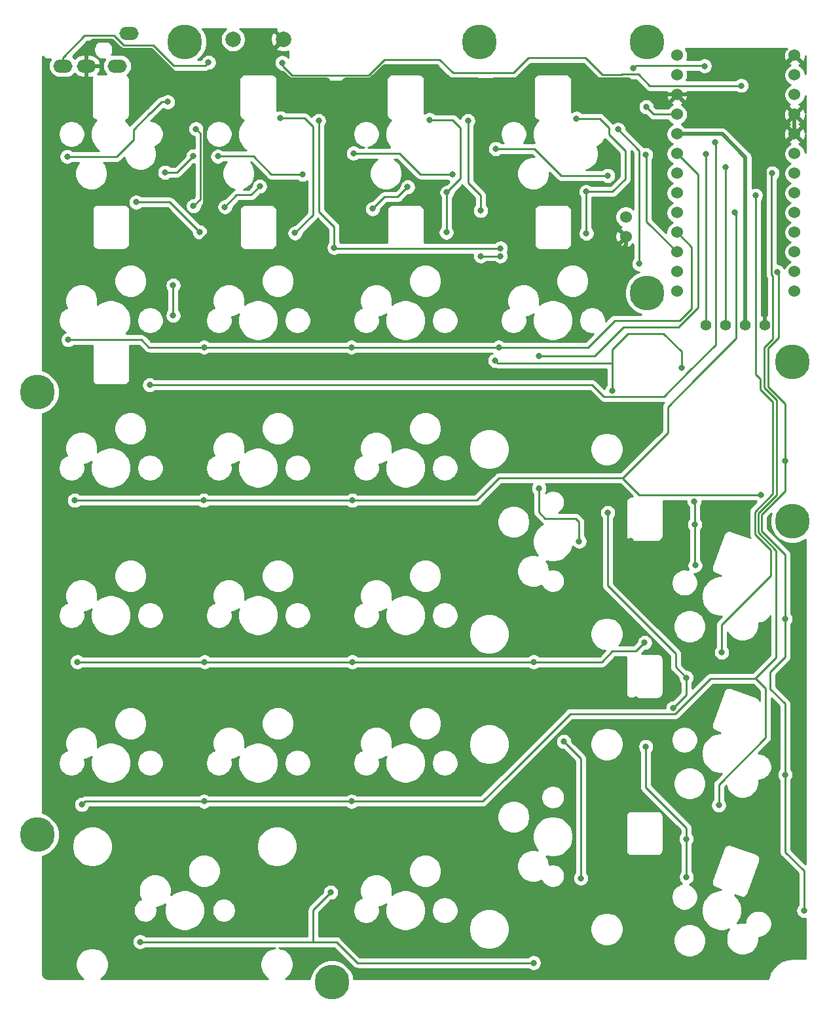
<source format=gtl>
G04 #@! TF.GenerationSoftware,KiCad,Pcbnew,(5.1.5)-3*
G04 #@! TF.CreationDate,2021-03-06T02:31:41+09:00*
G04 #@! TF.ProjectId,Getta25,47657474-6132-4352-9e6b-696361645f70,rev?*
G04 #@! TF.SameCoordinates,Original*
G04 #@! TF.FileFunction,Copper,L1,Top*
G04 #@! TF.FilePolarity,Positive*
%FSLAX46Y46*%
G04 Gerber Fmt 4.6, Leading zero omitted, Abs format (unit mm)*
G04 Created by KiCad (PCBNEW (5.1.5)-3) date 2021-03-06 02:31:41*
%MOMM*%
%LPD*%
G04 APERTURE LIST*
%ADD10C,1.524000*%
%ADD11C,4.500000*%
%ADD12C,2.000000*%
%ADD13O,2.500000X1.700000*%
%ADD14C,1.397000*%
%ADD15C,0.800000*%
%ADD16C,0.250000*%
%ADD17C,0.500000*%
%ADD18C,0.254000*%
G04 APERTURE END LIST*
D10*
X108436400Y-16872000D03*
X108436400Y-19412000D03*
X108436400Y-21952000D03*
X108436400Y-24492000D03*
X108436400Y-27032000D03*
X108436400Y-29572000D03*
X108436400Y-32112000D03*
X108436400Y-34652000D03*
X108436400Y-37192000D03*
X108436400Y-39732000D03*
X108436400Y-42272000D03*
X108436400Y-44812000D03*
X123656400Y-44812000D03*
X123656400Y-42272000D03*
X123656400Y-39732000D03*
X123656400Y-37192000D03*
X123656400Y-34652000D03*
X123656400Y-32112000D03*
X123656400Y-29572000D03*
X123656400Y-27032000D03*
X123656400Y-24492000D03*
X123656400Y-21952000D03*
X123656400Y-19412000D03*
X123656400Y-16872000D03*
X123656400Y-14332000D03*
X108436400Y-14332000D03*
D11*
X123356250Y-53900000D03*
X104550000Y-12593750D03*
X104550000Y-45000000D03*
X123356250Y-74506250D03*
X63825000Y-134037500D03*
X25725000Y-114987500D03*
X82875000Y-12593750D03*
X25725000Y-57837500D03*
X44775000Y-12593750D03*
D12*
X51050000Y-12275000D03*
X57550000Y-12275000D03*
D10*
X101850000Y-35206000D03*
X101850000Y-37746000D03*
D13*
X37575000Y-11500000D03*
X36075000Y-15700000D03*
X32075000Y-15700000D03*
X29075000Y-15700000D03*
D14*
X112200000Y-49200000D03*
X114740000Y-49200000D03*
X117280000Y-49200000D03*
X119820000Y-49200000D03*
D15*
X45925000Y-33775000D03*
X46250000Y-23836459D03*
X102825000Y-16025000D03*
X112000000Y-15700000D03*
X83050000Y-34375000D03*
X81425000Y-22775000D03*
X85600000Y-40250000D03*
X83075000Y-40250000D03*
X103550000Y-41250000D03*
X100825000Y-23900000D03*
X85625000Y-39250000D03*
X64125000Y-39150000D03*
X62125000Y-22775000D03*
X43300000Y-44025000D03*
X43300000Y-47925000D03*
X122125000Y-95125000D03*
X29800000Y-37225000D03*
X48550000Y-37350000D03*
X87900000Y-37450000D03*
X67350000Y-37225000D03*
X27800000Y-54800000D03*
X98750000Y-55500000D03*
X94350000Y-55500000D03*
X94350000Y-70400000D03*
X102441022Y-77065185D03*
X94950000Y-89300000D03*
X94850000Y-97000000D03*
X103150000Y-97550000D03*
X48375000Y-20700000D03*
X66775000Y-20725000D03*
X85900000Y-20650000D03*
X123665000Y-115350000D03*
X40275000Y-56900000D03*
X113400000Y-25600000D03*
X116750000Y-18250000D03*
X57399951Y-15274990D03*
X47875000Y-15250000D03*
X38525000Y-33300000D03*
X46750000Y-37175000D03*
X57200000Y-22425000D03*
X59050000Y-37275000D03*
X39025000Y-128825000D03*
X63675000Y-122425000D03*
X89900000Y-131525000D03*
X96000000Y-120600000D03*
X93800000Y-102950000D03*
X95800000Y-77100000D03*
X90600000Y-70250000D03*
X90625000Y-53125000D03*
X31500000Y-111075000D03*
X66375000Y-110675001D03*
X47300000Y-110675001D03*
X120750000Y-29550000D03*
X113850000Y-111175000D03*
X30925000Y-92675000D03*
X47375000Y-92675000D03*
X66475000Y-92675000D03*
X89925000Y-92675000D03*
X104275000Y-90175000D03*
X118600000Y-32400000D03*
X114225000Y-91425000D03*
X30550000Y-71800000D03*
X66450000Y-71800000D03*
X47275000Y-71800000D03*
X119275000Y-71100000D03*
X115950000Y-34600000D03*
X29750000Y-51050000D03*
X47300000Y-52025000D03*
X66350000Y-52025000D03*
X85400000Y-52025000D03*
X85025000Y-26400000D03*
X99500000Y-29875000D03*
X79425000Y-29675000D03*
X66625000Y-26975000D03*
X60050000Y-29700000D03*
X49075000Y-27375000D03*
X45900000Y-27350000D03*
X42250000Y-29450000D03*
X104425000Y-27175000D03*
X104475000Y-21000000D03*
X114750000Y-28750000D03*
X112150000Y-27100000D03*
X124850000Y-124775000D03*
X122425000Y-107225000D03*
X122475000Y-66675000D03*
X122425000Y-87125000D03*
X121400000Y-42300000D03*
X42600000Y-20350000D03*
X29600000Y-27400000D03*
X109050000Y-54725000D03*
X100075000Y-57650000D03*
X84950000Y-53750000D03*
X99500000Y-73400000D03*
X109650000Y-94700000D03*
X107937347Y-98637347D03*
X110675000Y-71925000D03*
X110750000Y-74925000D03*
X110800000Y-80200000D03*
X104425000Y-103600000D03*
X109650000Y-115525000D03*
X109675000Y-120450000D03*
X50000000Y-33900000D03*
X78625000Y-37200000D03*
X78700000Y-32025000D03*
X76450000Y-22650000D03*
X54500000Y-31249991D03*
X69075000Y-34150000D03*
X96700000Y-31950000D03*
X96725000Y-37325000D03*
X95450000Y-22475000D03*
X73625000Y-31325000D03*
D16*
X111925001Y-15625001D02*
X112000000Y-15700000D01*
X102825000Y-16025000D02*
X103224999Y-15625001D01*
X103224999Y-15625001D02*
X111925001Y-15625001D01*
X46800000Y-24386459D02*
X46250000Y-23836459D01*
X46800000Y-32900000D02*
X46800000Y-24386459D01*
X45925000Y-33775000D02*
X46800000Y-32900000D01*
X81425000Y-22775000D02*
X81425000Y-30800000D01*
X83050000Y-32425000D02*
X83050000Y-34375000D01*
X81425000Y-30800000D02*
X83050000Y-32425000D01*
X85600000Y-40250000D02*
X83075000Y-40250000D01*
X103550000Y-41250000D02*
X103550000Y-26625000D01*
X103550000Y-26625000D02*
X100825000Y-23900000D01*
X62125000Y-34475000D02*
X62175000Y-34525000D01*
X64225000Y-39250000D02*
X64125000Y-39150000D01*
X85625000Y-39250000D02*
X64225000Y-39250000D01*
X64125000Y-36475000D02*
X62175000Y-34525000D01*
X64125000Y-39150000D02*
X64125000Y-36475000D01*
X62125000Y-22775000D02*
X62125000Y-34475000D01*
X43300000Y-44025000D02*
X43300000Y-47925000D01*
D17*
X64400000Y-18669999D02*
X65600000Y-17469999D01*
X64400000Y-34275000D02*
X64400000Y-18669999D01*
X67350000Y-37225000D02*
X64400000Y-34275000D01*
X101850000Y-38823630D02*
X100798630Y-39875000D01*
X101850000Y-37746000D02*
X101850000Y-38823630D01*
X100798630Y-39875000D02*
X88975000Y-39875000D01*
X87900000Y-38800000D02*
X87900000Y-37450000D01*
X88975000Y-39875000D02*
X87900000Y-38800000D01*
X29800000Y-37225000D02*
X27800000Y-39225000D01*
X27800000Y-39225000D02*
X27800000Y-46763998D01*
X27800000Y-46763998D02*
X27800000Y-54800000D01*
X47400000Y-36200000D02*
X47400000Y-32025000D01*
X47400000Y-36200000D02*
X48550000Y-37350000D01*
X83675000Y-29450000D02*
X83675000Y-18544999D01*
X87900000Y-33675000D02*
X83675000Y-29450000D01*
X87900000Y-37450000D02*
X87900000Y-33675000D01*
X119820000Y-49200000D02*
X119820000Y-29180000D01*
X119820000Y-28328400D02*
X123656400Y-24492000D01*
X119820000Y-29180000D02*
X119820000Y-28328400D01*
X123656400Y-24492000D02*
X123656400Y-21952000D01*
X121116400Y-19412000D02*
X108436400Y-19412000D01*
X123656400Y-21952000D02*
X121116400Y-19412000D01*
X94650000Y-55500000D02*
X94350000Y-55500000D01*
X94350000Y-70400000D02*
X99050000Y-70400000D01*
X99050000Y-70400000D02*
X100650000Y-72000000D01*
X100650000Y-72000000D02*
X100650000Y-76100000D01*
X101615185Y-77065185D02*
X102441022Y-77065185D01*
X100650000Y-76100000D02*
X101615185Y-77065185D01*
X94350000Y-70400000D02*
X97050000Y-73100000D01*
X97050000Y-73100000D02*
X97050000Y-85600000D01*
X97050000Y-85600000D02*
X94950000Y-87700000D01*
X94950000Y-87700000D02*
X94950000Y-89300000D01*
X95400000Y-97550000D02*
X103150000Y-97550000D01*
X94850000Y-97000000D02*
X95400000Y-97550000D01*
X95100000Y-55500000D02*
X39900000Y-55500000D01*
X95100000Y-55500000D02*
X94650000Y-55500000D01*
X98750000Y-55500000D02*
X95100000Y-55500000D01*
X39900000Y-55500000D02*
X38250000Y-57150000D01*
X30150000Y-57150000D02*
X27800000Y-54800000D01*
X38250000Y-57150000D02*
X30150000Y-57150000D01*
X87750000Y-17469999D02*
X84750000Y-17469999D01*
X89619999Y-15600000D02*
X87750000Y-17469999D01*
X84750000Y-17469999D02*
X83675000Y-18544999D01*
X96350000Y-15600000D02*
X89619999Y-15600000D01*
X108436400Y-19412000D02*
X107358770Y-19412000D01*
X107358770Y-19412000D02*
X107346770Y-19400000D01*
X107346770Y-19400000D02*
X104150000Y-19400000D01*
X104150000Y-19400000D02*
X102219999Y-17469999D01*
X102219999Y-17469999D02*
X98219999Y-17469999D01*
X98219999Y-17469999D02*
X96350000Y-15600000D01*
X68850000Y-17469999D02*
X65600000Y-17469999D01*
X64400000Y-18669999D02*
X64375000Y-18669999D01*
X64375000Y-18669999D02*
X63175000Y-17469999D01*
X51919999Y-15550000D02*
X50000000Y-17469999D01*
X50000000Y-17469999D02*
X50000000Y-19075000D01*
X50000000Y-19075000D02*
X48375000Y-20700000D01*
X68850000Y-17469999D02*
X68850000Y-18650000D01*
X68850000Y-18650000D02*
X66775000Y-20725000D01*
X87750000Y-17469999D02*
X87750000Y-18800000D01*
X87750000Y-18800000D02*
X85900000Y-20650000D01*
X47400000Y-21675000D02*
X48375000Y-20700000D01*
X47400000Y-32025000D02*
X47400000Y-21675000D01*
X47984315Y-37350000D02*
X45634315Y-39700000D01*
X48550000Y-37350000D02*
X47984315Y-37350000D01*
X32275000Y-39700000D02*
X29800000Y-37225000D01*
X45634315Y-39700000D02*
X32275000Y-39700000D01*
X47050000Y-17469999D02*
X50000000Y-17469999D01*
X44330001Y-17469999D02*
X47050000Y-17469999D01*
X32075000Y-15700000D02*
X32075000Y-13275000D01*
X32075000Y-13275000D02*
X32950000Y-12400000D01*
X32950000Y-12400000D02*
X35425000Y-12400000D01*
X35425000Y-12400000D02*
X36650000Y-13625000D01*
X36650000Y-13625000D02*
X40485002Y-13625000D01*
X40485002Y-13625000D02*
X44330001Y-17469999D01*
X82625000Y-17469999D02*
X79050000Y-17469999D01*
X77350000Y-15700000D02*
X70619999Y-15700000D01*
X70619999Y-15700000D02*
X68850000Y-17469999D01*
X79050000Y-17400000D02*
X77350000Y-15700000D01*
X79050000Y-17469999D02*
X79050000Y-17400000D01*
X83675000Y-18519999D02*
X82625000Y-17469999D01*
X83675000Y-18544999D02*
X83675000Y-18519999D01*
X58394999Y-17469999D02*
X63175000Y-17469999D01*
X57500000Y-16575000D02*
X58394999Y-17469999D01*
X54275000Y-15550000D02*
X57550000Y-12275000D01*
X51919999Y-15550000D02*
X54275000Y-15550000D01*
X55300000Y-16575000D02*
X54275000Y-15550000D01*
X57500000Y-16575000D02*
X55300000Y-16575000D01*
X124740000Y-97740000D02*
X122125000Y-95125000D01*
X124740000Y-114275000D02*
X124740000Y-97740000D01*
X123665000Y-115350000D02*
X124740000Y-114275000D01*
X121116400Y-16872000D02*
X121116400Y-19412000D01*
X123656400Y-14332000D02*
X121116400Y-16872000D01*
D16*
X99000000Y-58400000D02*
X106740685Y-58400000D01*
X97500000Y-56900000D02*
X99000000Y-58400000D01*
X40275000Y-56900000D02*
X97500000Y-56900000D01*
X110000000Y-55140685D02*
X113450000Y-51690685D01*
X110000000Y-55140685D02*
X110150000Y-54990685D01*
X106740685Y-58400000D02*
X110000000Y-55140685D01*
X113450000Y-51690685D02*
X113450000Y-25650000D01*
X113450000Y-25650000D02*
X113400000Y-25600000D01*
D17*
X117280000Y-49200000D02*
X117280000Y-27495000D01*
X114277000Y-24492000D02*
X108436400Y-24492000D01*
X117280000Y-27495000D02*
X114277000Y-24492000D01*
D16*
X29075000Y-14600000D02*
X29075000Y-15700000D01*
X31875000Y-11800000D02*
X29075000Y-14600000D01*
X35638186Y-11800000D02*
X31875000Y-11800000D01*
X36888176Y-13049990D02*
X35638186Y-11800000D01*
X40723178Y-13049990D02*
X36888176Y-13049990D01*
X43073188Y-15400000D02*
X40723178Y-13049990D01*
X43323187Y-15649999D02*
X43073188Y-15400000D01*
X47475001Y-15649999D02*
X43323187Y-15649999D01*
X47875000Y-15250000D02*
X47475001Y-15649999D01*
X58644989Y-16894989D02*
X57475000Y-15725000D01*
X68611824Y-16894989D02*
X58644989Y-16894989D01*
X70656813Y-14850000D02*
X68611824Y-16894989D01*
X57475000Y-15350039D02*
X57399951Y-15274990D01*
X77725000Y-14850000D02*
X70656813Y-14850000D01*
X87300000Y-16625000D02*
X79500000Y-16625000D01*
X96650000Y-14675000D02*
X89250000Y-14675000D01*
X104950000Y-18250000D02*
X103450001Y-16750001D01*
X103450001Y-16750001D02*
X101325001Y-16750001D01*
X89250000Y-14675000D02*
X87300000Y-16625000D01*
X116750000Y-18250000D02*
X104950000Y-18250000D01*
X101325001Y-16750001D02*
X101250002Y-16825000D01*
X57475000Y-15725000D02*
X57475000Y-15350039D01*
X79500000Y-16625000D02*
X77725000Y-14850000D01*
X101250002Y-16825000D02*
X98800000Y-16825000D01*
X98800000Y-16825000D02*
X96650000Y-14675000D01*
X38525000Y-33300000D02*
X42875000Y-33300000D01*
X42875000Y-33300000D02*
X46750000Y-37175000D01*
X57200000Y-22425000D02*
X60275000Y-22425000D01*
X60275000Y-22425000D02*
X61375000Y-23525000D01*
X61375000Y-23525000D02*
X61375000Y-34950000D01*
X61375000Y-34950000D02*
X59050000Y-37275000D01*
X39025000Y-128825000D02*
X61425000Y-128825000D01*
X61425000Y-128825000D02*
X61425000Y-124675000D01*
X61425000Y-124675000D02*
X63675000Y-122425000D01*
X96000000Y-120600000D02*
X96000000Y-105150000D01*
X96000000Y-105150000D02*
X93800000Y-102950000D01*
X95800000Y-77100000D02*
X95800000Y-74600000D01*
X95800000Y-74600000D02*
X95350000Y-74150000D01*
X95350000Y-74150000D02*
X91400000Y-74150000D01*
X91400000Y-74150000D02*
X90600000Y-73350000D01*
X90600000Y-73350000D02*
X90600000Y-70250000D01*
X108436400Y-27032000D02*
X111150000Y-29745600D01*
X111150000Y-46861410D02*
X108611410Y-49400000D01*
X111150000Y-29745600D02*
X111150000Y-46861410D01*
X108611410Y-49400000D02*
X101525000Y-49400000D01*
X101525000Y-49400000D02*
X97800000Y-53125000D01*
X97800000Y-53125000D02*
X90625000Y-53125000D01*
X64425000Y-128825000D02*
X67125000Y-131525000D01*
X61425000Y-128825000D02*
X64425000Y-128825000D01*
X67125000Y-131525000D02*
X89900000Y-131525000D01*
X31500000Y-111075000D02*
X31899999Y-110675001D01*
X66375000Y-110675001D02*
X83324999Y-110675001D01*
X31899999Y-110675001D02*
X47300000Y-110675001D01*
X47300000Y-110675001D02*
X66375000Y-110675001D01*
X112769642Y-94830358D02*
X108225000Y-99375000D01*
X94625000Y-99375000D02*
X86500000Y-107500000D01*
X108225000Y-99375000D02*
X94625000Y-99375000D01*
X83324999Y-110675001D02*
X86500000Y-107500000D01*
X86500000Y-107500000D02*
X86650000Y-107350000D01*
X117475000Y-94830358D02*
X112769642Y-94830358D01*
X118600000Y-94830358D02*
X117475000Y-94830358D01*
X118628998Y-94830358D02*
X119900000Y-96101360D01*
X119700000Y-57200000D02*
X119700000Y-54725000D01*
X121300000Y-58800000D02*
X119700000Y-57200000D01*
X121300000Y-71111410D02*
X121300000Y-58800000D01*
X117475000Y-94830358D02*
X118518282Y-94830358D01*
X118518282Y-94830358D02*
X121275000Y-92073640D01*
X121275000Y-78288590D02*
X118950000Y-75963590D01*
X121275000Y-92073640D02*
X121275000Y-78288590D01*
X118950000Y-75963590D02*
X118950000Y-73461410D01*
X118950000Y-73461410D02*
X121300000Y-71111410D01*
X120843501Y-42816503D02*
X120650000Y-42623002D01*
X120843501Y-50920089D02*
X120843501Y-42816503D01*
X119700000Y-54725000D02*
X119700000Y-52063590D01*
X119700000Y-52063590D02*
X120843501Y-50920089D01*
X120650000Y-42623002D02*
X120650000Y-29650000D01*
X120650000Y-29650000D02*
X120750000Y-29550000D01*
X119900000Y-102470412D02*
X119900000Y-100875000D01*
X113850000Y-108520412D02*
X119900000Y-102470412D01*
X113850000Y-111175000D02*
X113850000Y-108520412D01*
X119900000Y-96101360D02*
X119900000Y-100875000D01*
X98750000Y-92675000D02*
X100125000Y-91300000D01*
X30925000Y-92675000D02*
X47375000Y-92675000D01*
X47375000Y-92675000D02*
X66475000Y-92675000D01*
X66475000Y-92675000D02*
X89925000Y-92675000D01*
X89925000Y-92675000D02*
X98750000Y-92675000D01*
X100125000Y-91300000D02*
X103150000Y-91300000D01*
X103150000Y-91300000D02*
X104275000Y-90175000D01*
X120550000Y-78200000D02*
X118500000Y-76150000D01*
X118500000Y-76150000D02*
X118500000Y-73275000D01*
X118500000Y-73275000D02*
X120825000Y-70950000D01*
X120825000Y-70950000D02*
X120825000Y-59075000D01*
X120825000Y-59075000D02*
X119200000Y-57450000D01*
X119200000Y-56500000D02*
X119200000Y-56100000D01*
X119200000Y-57450000D02*
X119200000Y-56500000D01*
X119200000Y-56100000D02*
X118600000Y-55500000D01*
X118600000Y-55500000D02*
X118600000Y-32400000D01*
X120550000Y-81530412D02*
X120550000Y-81450000D01*
X114225000Y-87855412D02*
X120550000Y-81530412D01*
X114225000Y-91425000D02*
X114225000Y-87855412D01*
X120550000Y-81450000D02*
X120550000Y-78200000D01*
X82575000Y-71800000D02*
X85475000Y-68900000D01*
X85475000Y-68900000D02*
X101450000Y-68900000D01*
X101450000Y-68900000D02*
X107250000Y-63100000D01*
X107250000Y-63100000D02*
X107250000Y-59750000D01*
X66450000Y-71800000D02*
X82575000Y-71800000D01*
X30550000Y-71800000D02*
X47275000Y-71800000D01*
X47275000Y-71800000D02*
X66450000Y-71800000D01*
X101450000Y-68900000D02*
X101450000Y-68975000D01*
X101450000Y-68975000D02*
X103575000Y-71100000D01*
X103575000Y-71100000D02*
X119275000Y-71100000D01*
X110950000Y-56050000D02*
X116100000Y-50900000D01*
X107250000Y-59750000D02*
X110950000Y-56050000D01*
X116100000Y-50900000D02*
X116100000Y-34750000D01*
X116100000Y-34750000D02*
X115950000Y-34600000D01*
X38925000Y-51050000D02*
X39200000Y-51050000D01*
X29750000Y-51050000D02*
X38925000Y-51050000D01*
X39200000Y-51050000D02*
X40175000Y-52025000D01*
X40175000Y-52025000D02*
X47300000Y-52025000D01*
X47300000Y-52025000D02*
X66350000Y-52025000D01*
X66350000Y-52025000D02*
X85400000Y-52025000D01*
X85400000Y-52025000D02*
X96925000Y-52025000D01*
X108436400Y-37192000D02*
X110350000Y-39105600D01*
X110350000Y-39105600D02*
X110350000Y-47025000D01*
X108825000Y-48550000D02*
X100400000Y-48550000D01*
X110350000Y-47025000D02*
X108825000Y-48550000D01*
X96925000Y-52025000D02*
X100400000Y-48550000D01*
X85025000Y-26400000D02*
X90000000Y-26400000D01*
X90000000Y-26400000D02*
X93475000Y-29875000D01*
X93475000Y-29875000D02*
X99500000Y-29875000D01*
X79425000Y-29675000D02*
X75250000Y-29675000D01*
X75250000Y-29675000D02*
X72550000Y-26975000D01*
X72550000Y-26975000D02*
X66625000Y-26975000D01*
X60050000Y-29700000D02*
X56000000Y-29700000D01*
X56000000Y-29700000D02*
X53675000Y-27375000D01*
X53675000Y-27375000D02*
X49075000Y-27375000D01*
X45900000Y-27350000D02*
X43800000Y-29450000D01*
X43800000Y-29450000D02*
X42250000Y-29450000D01*
X104475000Y-27225000D02*
X104425000Y-27175000D01*
X108436400Y-39732000D02*
X104475000Y-35770600D01*
X104475000Y-35770600D02*
X104475000Y-27225000D01*
X108436400Y-21952000D02*
X105427000Y-21952000D01*
X105427000Y-21952000D02*
X104475000Y-21000000D01*
X114740000Y-49200000D02*
X114740000Y-28760000D01*
X114740000Y-28760000D02*
X114750000Y-28750000D01*
X112200000Y-49200000D02*
X112200000Y-27150000D01*
X112200000Y-27150000D02*
X112150000Y-27100000D01*
X122425000Y-114550000D02*
X122425000Y-117225000D01*
X122425000Y-117225000D02*
X124850000Y-119650000D01*
X124850000Y-119650000D02*
X124850000Y-124775000D01*
X122425000Y-107225000D02*
X122425000Y-114550000D01*
X122425000Y-106350000D02*
X122425000Y-107225000D01*
X120500000Y-93965685D02*
X120500000Y-96150000D01*
X120500000Y-96150000D02*
X122425000Y-98075000D01*
X122425000Y-98075000D02*
X122425000Y-106350000D01*
X122425000Y-92040685D02*
X122050000Y-92415685D01*
X122425000Y-87125000D02*
X122425000Y-92040685D01*
X122375000Y-92090685D02*
X122050000Y-92415685D01*
X122050000Y-92415685D02*
X120500000Y-93965685D01*
X122475000Y-67240685D02*
X122475000Y-66675000D01*
X122475000Y-70572820D02*
X122475000Y-67240685D01*
X119400010Y-73647810D02*
X122475000Y-70572820D01*
X119400010Y-75777190D02*
X119400010Y-73647810D01*
X122425000Y-78802180D02*
X119400010Y-75777190D01*
X122425000Y-87125000D02*
X122425000Y-78802180D01*
X121600000Y-42500000D02*
X121400000Y-42300000D01*
X121600000Y-50800000D02*
X121600000Y-42500000D01*
X120250000Y-52150000D02*
X121600000Y-50800000D01*
X120250000Y-57113590D02*
X120250000Y-52150000D01*
X122475000Y-59338590D02*
X120250000Y-57113590D01*
X122475000Y-66675000D02*
X122475000Y-59338590D01*
X42600000Y-20350000D02*
X41800000Y-20350000D01*
X40375000Y-21775000D02*
X40350000Y-21775000D01*
X41800000Y-20350000D02*
X40375000Y-21775000D01*
X40350000Y-21775000D02*
X38200000Y-23925000D01*
X38200000Y-25214999D02*
X36014999Y-27400000D01*
X38200000Y-23925000D02*
X38200000Y-25214999D01*
X36014999Y-27400000D02*
X29600000Y-27400000D01*
X109050000Y-54725000D02*
X109050000Y-52925000D01*
X100075000Y-52300000D02*
X100250000Y-52125000D01*
X100250000Y-52125000D02*
X102125000Y-50250000D01*
X85300000Y-54100000D02*
X84950000Y-53750000D01*
X100075000Y-54100000D02*
X85300000Y-54100000D01*
X100075000Y-54100000D02*
X100075000Y-52300000D01*
X100075000Y-57650000D02*
X100075000Y-54100000D01*
X109050000Y-52600000D02*
X106700000Y-50250000D01*
X109050000Y-52925000D02*
X109050000Y-52600000D01*
X102125000Y-50250000D02*
X106700000Y-50250000D01*
X99500000Y-73400000D02*
X99500000Y-82825000D01*
X108275000Y-93325000D02*
X109650000Y-94700000D01*
X108275000Y-91600000D02*
X108275000Y-93325000D01*
X99500000Y-82825000D02*
X108275000Y-91600000D01*
X109650000Y-94700000D02*
X109650000Y-96924694D01*
X109650000Y-96924694D02*
X107937347Y-98637347D01*
X110750000Y-72000000D02*
X110675000Y-71925000D01*
X110750000Y-74925000D02*
X110750000Y-72000000D01*
X110750000Y-74925000D02*
X110750000Y-80150000D01*
X110750000Y-80150000D02*
X110800000Y-80200000D01*
X104425000Y-103600000D02*
X104425000Y-108875000D01*
X104425000Y-108875000D02*
X109650000Y-114100000D01*
X109650000Y-114100000D02*
X109650000Y-115525000D01*
X109650000Y-115525000D02*
X109650000Y-120425000D01*
X109650000Y-120425000D02*
X109675000Y-120450000D01*
X78700000Y-37125000D02*
X78625000Y-37200000D01*
X78700000Y-32025000D02*
X78700000Y-37125000D01*
X76450000Y-22650000D02*
X79450000Y-22650000D01*
X79450000Y-22650000D02*
X80475000Y-23675000D01*
X80475000Y-30250000D02*
X78700000Y-32025000D01*
X80475000Y-23675000D02*
X80475000Y-30250000D01*
X54500000Y-31249991D02*
X53374991Y-32375000D01*
X51525000Y-32375000D02*
X50000000Y-33900000D01*
X53374991Y-32375000D02*
X51525000Y-32375000D01*
X96700000Y-31950000D02*
X96700000Y-37300000D01*
X96700000Y-37300000D02*
X96725000Y-37325000D01*
X95450000Y-22475000D02*
X98450000Y-22475000D01*
X98450000Y-22475000D02*
X99650000Y-23675000D01*
X99650000Y-23675000D02*
X99650000Y-24575000D01*
X99650000Y-24575000D02*
X101775000Y-26700000D01*
X101775000Y-26700000D02*
X101775000Y-30300000D01*
X100125000Y-31950000D02*
X96700000Y-31950000D01*
X101775000Y-30300000D02*
X100125000Y-31950000D01*
X72350000Y-32600000D02*
X73625000Y-31325000D01*
X70625000Y-32600000D02*
X72350000Y-32600000D01*
X69075000Y-34150000D02*
X70625000Y-32600000D01*
D18*
G36*
X50007748Y-11005013D02*
G01*
X49780013Y-11232748D01*
X49601082Y-11500537D01*
X49477832Y-11798088D01*
X49415000Y-12113967D01*
X49415000Y-12436033D01*
X49477832Y-12751912D01*
X49601082Y-13049463D01*
X49780013Y-13317252D01*
X50007748Y-13544987D01*
X50275537Y-13723918D01*
X50573088Y-13847168D01*
X50888967Y-13910000D01*
X51211033Y-13910000D01*
X51526912Y-13847168D01*
X51824463Y-13723918D01*
X52092252Y-13544987D01*
X52319987Y-13317252D01*
X52498918Y-13049463D01*
X52622168Y-12751912D01*
X52685000Y-12436033D01*
X52685000Y-12337595D01*
X55908282Y-12337595D01*
X55952039Y-12656675D01*
X56057205Y-12961088D01*
X56150186Y-13135044D01*
X56414587Y-13230808D01*
X57370395Y-12275000D01*
X56414587Y-11319192D01*
X56150186Y-11414956D01*
X56009296Y-11704571D01*
X55927616Y-12016108D01*
X55908282Y-12337595D01*
X52685000Y-12337595D01*
X52685000Y-12113967D01*
X52622168Y-11798088D01*
X52498918Y-11500537D01*
X52319987Y-11232748D01*
X52092252Y-11005013D01*
X51931348Y-10897500D01*
X56681874Y-10897500D01*
X56594192Y-11139587D01*
X57550000Y-12095395D01*
X57564143Y-12081253D01*
X57743748Y-12260858D01*
X57729605Y-12275000D01*
X57743748Y-12289143D01*
X57564143Y-12468748D01*
X57550000Y-12454605D01*
X56594192Y-13410413D01*
X56689956Y-13674814D01*
X56979571Y-13815704D01*
X57291108Y-13897384D01*
X57612595Y-13916718D01*
X57931675Y-13872961D01*
X58215000Y-13775080D01*
X58215000Y-14631847D01*
X58203888Y-14615216D01*
X58059725Y-14471053D01*
X57890207Y-14357785D01*
X57701849Y-14279764D01*
X57501890Y-14239990D01*
X57298012Y-14239990D01*
X57098053Y-14279764D01*
X56909695Y-14357785D01*
X56740177Y-14471053D01*
X56596014Y-14615216D01*
X56482746Y-14784734D01*
X56404725Y-14973092D01*
X56364951Y-15173051D01*
X56364951Y-15376929D01*
X56404725Y-15576888D01*
X56482746Y-15765246D01*
X56596014Y-15934764D01*
X56740177Y-16078927D01*
X56837006Y-16143626D01*
X56840026Y-16149276D01*
X56870331Y-16186202D01*
X56934999Y-16265001D01*
X56964003Y-16288804D01*
X58081190Y-17405992D01*
X58104988Y-17434990D01*
X58220713Y-17529963D01*
X58352742Y-17600535D01*
X58496003Y-17643992D01*
X58607656Y-17654989D01*
X58607665Y-17654989D01*
X58644988Y-17658665D01*
X58682311Y-17654989D01*
X68574502Y-17654989D01*
X68611824Y-17658665D01*
X68649146Y-17654989D01*
X68649157Y-17654989D01*
X68760810Y-17643992D01*
X68904071Y-17600535D01*
X69036100Y-17529963D01*
X69151825Y-17434990D01*
X69175628Y-17405986D01*
X70971615Y-15610000D01*
X77410199Y-15610000D01*
X78936201Y-17136003D01*
X78959999Y-17165001D01*
X78988997Y-17188799D01*
X79075723Y-17259974D01*
X79186646Y-17319264D01*
X79207753Y-17330546D01*
X79351014Y-17374003D01*
X79462667Y-17385000D01*
X79462676Y-17385000D01*
X79499999Y-17388676D01*
X79537322Y-17385000D01*
X87262678Y-17385000D01*
X87300000Y-17388676D01*
X87337322Y-17385000D01*
X87337333Y-17385000D01*
X87448986Y-17374003D01*
X87592247Y-17330546D01*
X87724276Y-17259974D01*
X87840001Y-17165001D01*
X87863804Y-17135998D01*
X89564803Y-15435000D01*
X96335199Y-15435000D01*
X98236201Y-17336003D01*
X98259999Y-17365001D01*
X98375724Y-17459974D01*
X98507753Y-17530546D01*
X98651014Y-17574003D01*
X98762667Y-17585000D01*
X98762676Y-17585000D01*
X98799999Y-17588676D01*
X98837322Y-17585000D01*
X101212680Y-17585000D01*
X101250002Y-17588676D01*
X101287324Y-17585000D01*
X101287335Y-17585000D01*
X101398988Y-17574003D01*
X101542249Y-17530546D01*
X101580685Y-17510001D01*
X103135200Y-17510001D01*
X104386201Y-18761003D01*
X104409999Y-18790001D01*
X104438997Y-18813799D01*
X104525723Y-18884974D01*
X104632500Y-18942048D01*
X104657753Y-18955546D01*
X104801014Y-18999003D01*
X104912667Y-19010000D01*
X104912677Y-19010000D01*
X104950000Y-19013676D01*
X104987323Y-19010000D01*
X107096784Y-19010000D01*
X107047377Y-19209135D01*
X107034490Y-19484017D01*
X107075478Y-19756133D01*
X107168764Y-20015023D01*
X107230744Y-20130980D01*
X107470835Y-20197960D01*
X108256795Y-19412000D01*
X108242653Y-19397858D01*
X108422258Y-19218253D01*
X108436400Y-19232395D01*
X108450543Y-19218253D01*
X108630148Y-19397858D01*
X108616005Y-19412000D01*
X109401965Y-20197960D01*
X109642056Y-20130980D01*
X109759156Y-19881952D01*
X109825423Y-19614865D01*
X109838310Y-19339983D01*
X109797322Y-19067867D01*
X109776471Y-19010000D01*
X116046289Y-19010000D01*
X116090226Y-19053937D01*
X116259744Y-19167205D01*
X116448102Y-19245226D01*
X116648061Y-19285000D01*
X116851939Y-19285000D01*
X117051898Y-19245226D01*
X117240256Y-19167205D01*
X117409774Y-19053937D01*
X117553937Y-18909774D01*
X117667205Y-18740256D01*
X117745226Y-18551898D01*
X117785000Y-18351939D01*
X117785000Y-18148061D01*
X117745226Y-17948102D01*
X117667205Y-17759744D01*
X117553937Y-17590226D01*
X117409774Y-17446063D01*
X117240256Y-17332795D01*
X117051898Y-17254774D01*
X116851939Y-17215000D01*
X116648061Y-17215000D01*
X116448102Y-17254774D01*
X116259744Y-17332795D01*
X116090226Y-17446063D01*
X116046289Y-17490000D01*
X109692517Y-17490000D01*
X109779714Y-17279490D01*
X109833400Y-17009592D01*
X109833400Y-16734408D01*
X109779714Y-16464510D01*
X109746780Y-16385001D01*
X111221290Y-16385001D01*
X111340226Y-16503937D01*
X111509744Y-16617205D01*
X111698102Y-16695226D01*
X111898061Y-16735000D01*
X112101939Y-16735000D01*
X112301898Y-16695226D01*
X112490256Y-16617205D01*
X112659774Y-16503937D01*
X112803937Y-16359774D01*
X112917205Y-16190256D01*
X112995226Y-16001898D01*
X113035000Y-15801939D01*
X113035000Y-15598061D01*
X112995226Y-15398102D01*
X112917205Y-15209744D01*
X112803937Y-15040226D01*
X112659774Y-14896063D01*
X112490256Y-14782795D01*
X112301898Y-14704774D01*
X112101939Y-14665000D01*
X111898061Y-14665000D01*
X111698102Y-14704774D01*
X111509744Y-14782795D01*
X111386714Y-14865001D01*
X109727725Y-14865001D01*
X109779714Y-14739490D01*
X109833400Y-14469592D01*
X109833400Y-14194408D01*
X109779714Y-13924510D01*
X109674405Y-13670273D01*
X109550609Y-13485000D01*
X122629792Y-13485000D01*
X122690833Y-13546041D01*
X122450744Y-13613020D01*
X122333644Y-13862048D01*
X122267377Y-14129135D01*
X122254490Y-14404017D01*
X122295478Y-14676133D01*
X122388764Y-14935023D01*
X122450744Y-15050980D01*
X122690835Y-15117960D01*
X123476795Y-14332000D01*
X123462653Y-14317858D01*
X123642258Y-14138253D01*
X123656400Y-14152395D01*
X123670543Y-14138253D01*
X123850148Y-14317858D01*
X123836005Y-14332000D01*
X124621965Y-15117960D01*
X124862056Y-15050980D01*
X124979156Y-14801952D01*
X125045423Y-14534865D01*
X125052501Y-14383890D01*
X125052501Y-16729888D01*
X124999714Y-16464510D01*
X124894405Y-16210273D01*
X124741520Y-15981465D01*
X124546935Y-15786880D01*
X124318127Y-15633995D01*
X124246457Y-15604308D01*
X124259423Y-15599636D01*
X124375380Y-15537656D01*
X124442360Y-15297565D01*
X123656400Y-14511605D01*
X122870440Y-15297565D01*
X122937420Y-15537656D01*
X123073160Y-15601485D01*
X122994673Y-15633995D01*
X122765865Y-15786880D01*
X122571280Y-15981465D01*
X122418395Y-16210273D01*
X122313086Y-16464510D01*
X122259400Y-16734408D01*
X122259400Y-17009592D01*
X122313086Y-17279490D01*
X122418395Y-17533727D01*
X122571280Y-17762535D01*
X122765865Y-17957120D01*
X122994673Y-18110005D01*
X123071915Y-18142000D01*
X122994673Y-18173995D01*
X122765865Y-18326880D01*
X122571280Y-18521465D01*
X122418395Y-18750273D01*
X122313086Y-19004510D01*
X122259400Y-19274408D01*
X122259400Y-19549592D01*
X122313086Y-19819490D01*
X122418395Y-20073727D01*
X122571280Y-20302535D01*
X122765865Y-20497120D01*
X122994673Y-20650005D01*
X123066343Y-20679692D01*
X123053377Y-20684364D01*
X122937420Y-20746344D01*
X122870440Y-20986435D01*
X123656400Y-21772395D01*
X124442360Y-20986435D01*
X124375380Y-20746344D01*
X124239640Y-20682515D01*
X124318127Y-20650005D01*
X124546935Y-20497120D01*
X124741520Y-20302535D01*
X124894405Y-20073727D01*
X124999714Y-19819490D01*
X125052501Y-19554112D01*
X125052501Y-21841417D01*
X125017322Y-21607867D01*
X124924036Y-21348977D01*
X124862056Y-21233020D01*
X124621965Y-21166040D01*
X123836005Y-21952000D01*
X124621965Y-22737960D01*
X124862056Y-22670980D01*
X124979156Y-22421952D01*
X125045423Y-22154865D01*
X125052501Y-22003891D01*
X125052501Y-24381417D01*
X125017322Y-24147867D01*
X124924036Y-23888977D01*
X124862056Y-23773020D01*
X124621965Y-23706040D01*
X123836005Y-24492000D01*
X124621965Y-25277960D01*
X124862056Y-25210980D01*
X124979156Y-24961952D01*
X125045423Y-24694865D01*
X125052501Y-24543892D01*
X125052501Y-26889888D01*
X124999714Y-26624510D01*
X124894405Y-26370273D01*
X124741520Y-26141465D01*
X124546935Y-25946880D01*
X124318127Y-25793995D01*
X124246457Y-25764308D01*
X124259423Y-25759636D01*
X124375380Y-25697656D01*
X124442360Y-25457565D01*
X123656400Y-24671605D01*
X122870440Y-25457565D01*
X122937420Y-25697656D01*
X123073160Y-25761485D01*
X122994673Y-25793995D01*
X122765865Y-25946880D01*
X122571280Y-26141465D01*
X122418395Y-26370273D01*
X122313086Y-26624510D01*
X122259400Y-26894408D01*
X122259400Y-27169592D01*
X122313086Y-27439490D01*
X122418395Y-27693727D01*
X122571280Y-27922535D01*
X122765865Y-28117120D01*
X122994673Y-28270005D01*
X123071915Y-28302000D01*
X122994673Y-28333995D01*
X122765865Y-28486880D01*
X122571280Y-28681465D01*
X122418395Y-28910273D01*
X122313086Y-29164510D01*
X122259400Y-29434408D01*
X122259400Y-29709592D01*
X122313086Y-29979490D01*
X122418395Y-30233727D01*
X122571280Y-30462535D01*
X122765865Y-30657120D01*
X122994673Y-30810005D01*
X123071915Y-30842000D01*
X122994673Y-30873995D01*
X122765865Y-31026880D01*
X122571280Y-31221465D01*
X122418395Y-31450273D01*
X122313086Y-31704510D01*
X122259400Y-31974408D01*
X122259400Y-32249592D01*
X122313086Y-32519490D01*
X122418395Y-32773727D01*
X122571280Y-33002535D01*
X122765865Y-33197120D01*
X122994673Y-33350005D01*
X123071915Y-33382000D01*
X122994673Y-33413995D01*
X122765865Y-33566880D01*
X122571280Y-33761465D01*
X122418395Y-33990273D01*
X122313086Y-34244510D01*
X122259400Y-34514408D01*
X122259400Y-34789592D01*
X122313086Y-35059490D01*
X122418395Y-35313727D01*
X122571280Y-35542535D01*
X122765865Y-35737120D01*
X122994673Y-35890005D01*
X123071915Y-35922000D01*
X122994673Y-35953995D01*
X122765865Y-36106880D01*
X122571280Y-36301465D01*
X122418395Y-36530273D01*
X122313086Y-36784510D01*
X122259400Y-37054408D01*
X122259400Y-37329592D01*
X122313086Y-37599490D01*
X122418395Y-37853727D01*
X122571280Y-38082535D01*
X122765865Y-38277120D01*
X122994673Y-38430005D01*
X123071915Y-38462000D01*
X122994673Y-38493995D01*
X122765865Y-38646880D01*
X122571280Y-38841465D01*
X122418395Y-39070273D01*
X122313086Y-39324510D01*
X122259400Y-39594408D01*
X122259400Y-39869592D01*
X122313086Y-40139490D01*
X122418395Y-40393727D01*
X122571280Y-40622535D01*
X122765865Y-40817120D01*
X122994673Y-40970005D01*
X123071915Y-41002000D01*
X122994673Y-41033995D01*
X122765865Y-41186880D01*
X122571280Y-41381465D01*
X122418395Y-41610273D01*
X122326488Y-41832155D01*
X122317205Y-41809744D01*
X122203937Y-41640226D01*
X122059774Y-41496063D01*
X121890256Y-41382795D01*
X121701898Y-41304774D01*
X121501939Y-41265000D01*
X121410000Y-41265000D01*
X121410000Y-30353711D01*
X121553937Y-30209774D01*
X121667205Y-30040256D01*
X121745226Y-29851898D01*
X121785000Y-29651939D01*
X121785000Y-29448061D01*
X121745226Y-29248102D01*
X121667205Y-29059744D01*
X121553937Y-28890226D01*
X121409774Y-28746063D01*
X121240256Y-28632795D01*
X121051898Y-28554774D01*
X120851939Y-28515000D01*
X120648061Y-28515000D01*
X120448102Y-28554774D01*
X120259744Y-28632795D01*
X120090226Y-28746063D01*
X119946063Y-28890226D01*
X119832795Y-29059744D01*
X119754774Y-29248102D01*
X119715000Y-29448061D01*
X119715000Y-29651939D01*
X119754774Y-29851898D01*
X119832795Y-30040256D01*
X119890001Y-30125871D01*
X119890000Y-42585680D01*
X119886324Y-42623002D01*
X119890000Y-42660324D01*
X119890000Y-42660334D01*
X119900997Y-42771987D01*
X119914501Y-42816503D01*
X119944454Y-42915248D01*
X120015026Y-43047278D01*
X120028585Y-43063799D01*
X120083502Y-43130716D01*
X120083501Y-47891698D01*
X120007907Y-47873289D01*
X119745467Y-47862124D01*
X119485893Y-47902371D01*
X119360000Y-47948351D01*
X119360000Y-33103711D01*
X119403937Y-33059774D01*
X119517205Y-32890256D01*
X119595226Y-32701898D01*
X119635000Y-32501939D01*
X119635000Y-32298061D01*
X119595226Y-32098102D01*
X119517205Y-31909744D01*
X119403937Y-31740226D01*
X119259774Y-31596063D01*
X119090256Y-31482795D01*
X118901898Y-31404774D01*
X118701939Y-31365000D01*
X118498061Y-31365000D01*
X118298102Y-31404774D01*
X118165000Y-31459907D01*
X118165000Y-27538465D01*
X118169281Y-27494999D01*
X118165000Y-27451533D01*
X118165000Y-27451523D01*
X118152195Y-27321510D01*
X118101589Y-27154687D01*
X118019411Y-27000941D01*
X117995210Y-26971452D01*
X117936532Y-26899953D01*
X117936530Y-26899951D01*
X117908817Y-26866183D01*
X117875049Y-26838470D01*
X115600596Y-24564017D01*
X122254490Y-24564017D01*
X122295478Y-24836133D01*
X122388764Y-25095023D01*
X122450744Y-25210980D01*
X122690835Y-25277960D01*
X123476795Y-24492000D01*
X122690835Y-23706040D01*
X122450744Y-23773020D01*
X122333644Y-24022048D01*
X122267377Y-24289135D01*
X122254490Y-24564017D01*
X115600596Y-24564017D01*
X114933534Y-23896956D01*
X114905817Y-23863183D01*
X114771059Y-23752589D01*
X114617313Y-23670411D01*
X114450490Y-23619805D01*
X114320477Y-23607000D01*
X114320469Y-23607000D01*
X114277000Y-23602719D01*
X114233531Y-23607000D01*
X109525218Y-23607000D01*
X109521520Y-23601465D01*
X109326935Y-23406880D01*
X109098127Y-23253995D01*
X109020885Y-23222000D01*
X109098127Y-23190005D01*
X109326935Y-23037120D01*
X109446490Y-22917565D01*
X122870440Y-22917565D01*
X122937420Y-23157656D01*
X123068044Y-23219079D01*
X123053377Y-23224364D01*
X122937420Y-23286344D01*
X122870440Y-23526435D01*
X123656400Y-24312395D01*
X124442360Y-23526435D01*
X124375380Y-23286344D01*
X124244756Y-23224921D01*
X124259423Y-23219636D01*
X124375380Y-23157656D01*
X124442360Y-22917565D01*
X123656400Y-22131605D01*
X122870440Y-22917565D01*
X109446490Y-22917565D01*
X109521520Y-22842535D01*
X109674405Y-22613727D01*
X109779714Y-22359490D01*
X109833400Y-22089592D01*
X109833400Y-22024017D01*
X122254490Y-22024017D01*
X122295478Y-22296133D01*
X122388764Y-22555023D01*
X122450744Y-22670980D01*
X122690835Y-22737960D01*
X123476795Y-21952000D01*
X122690835Y-21166040D01*
X122450744Y-21233020D01*
X122333644Y-21482048D01*
X122267377Y-21749135D01*
X122254490Y-22024017D01*
X109833400Y-22024017D01*
X109833400Y-21814408D01*
X109779714Y-21544510D01*
X109674405Y-21290273D01*
X109521520Y-21061465D01*
X109326935Y-20866880D01*
X109098127Y-20713995D01*
X109026457Y-20684308D01*
X109039423Y-20679636D01*
X109155380Y-20617656D01*
X109222360Y-20377565D01*
X108436400Y-19591605D01*
X107650440Y-20377565D01*
X107717420Y-20617656D01*
X107853160Y-20681485D01*
X107774673Y-20713995D01*
X107545865Y-20866880D01*
X107351280Y-21061465D01*
X107264059Y-21192000D01*
X105741802Y-21192000D01*
X105510000Y-20960198D01*
X105510000Y-20898061D01*
X105470226Y-20698102D01*
X105392205Y-20509744D01*
X105278937Y-20340226D01*
X105134774Y-20196063D01*
X104965256Y-20082795D01*
X104776898Y-20004774D01*
X104576939Y-19965000D01*
X104373061Y-19965000D01*
X104173102Y-20004774D01*
X103984744Y-20082795D01*
X103815226Y-20196063D01*
X103671063Y-20340226D01*
X103557795Y-20509744D01*
X103479774Y-20698102D01*
X103440000Y-20898061D01*
X103440000Y-21101939D01*
X103479774Y-21301898D01*
X103557795Y-21490256D01*
X103671063Y-21659774D01*
X103815226Y-21803937D01*
X103984744Y-21917205D01*
X104173102Y-21995226D01*
X104373061Y-22035000D01*
X104435198Y-22035000D01*
X104863201Y-22463003D01*
X104886999Y-22492001D01*
X105002724Y-22586974D01*
X105134753Y-22657546D01*
X105278014Y-22701003D01*
X105389667Y-22712000D01*
X105389676Y-22712000D01*
X105426999Y-22715676D01*
X105464322Y-22712000D01*
X107264059Y-22712000D01*
X107351280Y-22842535D01*
X107545865Y-23037120D01*
X107774673Y-23190005D01*
X107851915Y-23222000D01*
X107774673Y-23253995D01*
X107545865Y-23406880D01*
X107351280Y-23601465D01*
X107198395Y-23830273D01*
X107093086Y-24084510D01*
X107039400Y-24354408D01*
X107039400Y-24629592D01*
X107093086Y-24899490D01*
X107198395Y-25153727D01*
X107351280Y-25382535D01*
X107545865Y-25577120D01*
X107774673Y-25730005D01*
X107851915Y-25762000D01*
X107774673Y-25793995D01*
X107545865Y-25946880D01*
X107351280Y-26141465D01*
X107198395Y-26370273D01*
X107093086Y-26624510D01*
X107039400Y-26894408D01*
X107039400Y-27169592D01*
X107093086Y-27439490D01*
X107198395Y-27693727D01*
X107351280Y-27922535D01*
X107545865Y-28117120D01*
X107774673Y-28270005D01*
X107851915Y-28302000D01*
X107774673Y-28333995D01*
X107545865Y-28486880D01*
X107351280Y-28681465D01*
X107198395Y-28910273D01*
X107093086Y-29164510D01*
X107039400Y-29434408D01*
X107039400Y-29709592D01*
X107093086Y-29979490D01*
X107198395Y-30233727D01*
X107351280Y-30462535D01*
X107545865Y-30657120D01*
X107774673Y-30810005D01*
X107851915Y-30842000D01*
X107774673Y-30873995D01*
X107545865Y-31026880D01*
X107351280Y-31221465D01*
X107198395Y-31450273D01*
X107093086Y-31704510D01*
X107039400Y-31974408D01*
X107039400Y-32249592D01*
X107093086Y-32519490D01*
X107198395Y-32773727D01*
X107351280Y-33002535D01*
X107545865Y-33197120D01*
X107774673Y-33350005D01*
X107851915Y-33382000D01*
X107774673Y-33413995D01*
X107545865Y-33566880D01*
X107351280Y-33761465D01*
X107198395Y-33990273D01*
X107093086Y-34244510D01*
X107039400Y-34514408D01*
X107039400Y-34789592D01*
X107093086Y-35059490D01*
X107198395Y-35313727D01*
X107351280Y-35542535D01*
X107545865Y-35737120D01*
X107774673Y-35890005D01*
X107851915Y-35922000D01*
X107774673Y-35953995D01*
X107545865Y-36106880D01*
X107351280Y-36301465D01*
X107198395Y-36530273D01*
X107093086Y-36784510D01*
X107039400Y-37054408D01*
X107039400Y-37260198D01*
X105235000Y-35455799D01*
X105235000Y-27825700D01*
X105342205Y-27665256D01*
X105420226Y-27476898D01*
X105460000Y-27276939D01*
X105460000Y-27073061D01*
X105420226Y-26873102D01*
X105342205Y-26684744D01*
X105228937Y-26515226D01*
X105084774Y-26371063D01*
X104915256Y-26257795D01*
X104726898Y-26179774D01*
X104526939Y-26140000D01*
X104323061Y-26140000D01*
X104161511Y-26172134D01*
X104113799Y-26113997D01*
X104090001Y-26084999D01*
X104061003Y-26061201D01*
X101860000Y-23860199D01*
X101860000Y-23798061D01*
X101820226Y-23598102D01*
X101742205Y-23409744D01*
X101628937Y-23240226D01*
X101484774Y-23096063D01*
X101315256Y-22982795D01*
X101126898Y-22904774D01*
X100926939Y-22865000D01*
X100723061Y-22865000D01*
X100523102Y-22904774D01*
X100334744Y-22982795D01*
X100165226Y-23096063D01*
X100155545Y-23105744D01*
X99013804Y-21964003D01*
X98990001Y-21934999D01*
X98874276Y-21840026D01*
X98742247Y-21769454D01*
X98598986Y-21725997D01*
X98487333Y-21715000D01*
X98487322Y-21715000D01*
X98450000Y-21711324D01*
X98412678Y-21715000D01*
X96153711Y-21715000D01*
X96109774Y-21671063D01*
X95940256Y-21557795D01*
X95751898Y-21479774D01*
X95551939Y-21440000D01*
X95348061Y-21440000D01*
X95148102Y-21479774D01*
X94959744Y-21557795D01*
X94810000Y-21657850D01*
X94810000Y-17522377D01*
X94813435Y-17487500D01*
X94799727Y-17348316D01*
X94759128Y-17214480D01*
X94693200Y-17091137D01*
X94604475Y-16983025D01*
X94496363Y-16894300D01*
X94373020Y-16828372D01*
X94239184Y-16787773D01*
X94134877Y-16777500D01*
X94100000Y-16774065D01*
X94065123Y-16777500D01*
X90634877Y-16777500D01*
X90600000Y-16774065D01*
X90565123Y-16777500D01*
X90460816Y-16787773D01*
X90326980Y-16828372D01*
X90203637Y-16894300D01*
X90095525Y-16983025D01*
X90006800Y-17091137D01*
X89940872Y-17214480D01*
X89900273Y-17348316D01*
X89886565Y-17487500D01*
X89890000Y-17522377D01*
X89890001Y-21952613D01*
X89886565Y-21987500D01*
X89900273Y-22126684D01*
X89940872Y-22260520D01*
X90006800Y-22383863D01*
X90095525Y-22491975D01*
X90203637Y-22580700D01*
X90326980Y-22646628D01*
X90460816Y-22687227D01*
X90484033Y-22689514D01*
X90353262Y-22820285D01*
X90064893Y-23251859D01*
X89866261Y-23731399D01*
X89765000Y-24240475D01*
X89765000Y-24759525D01*
X89866261Y-25268601D01*
X90019367Y-25638232D01*
X90000000Y-25636324D01*
X89962678Y-25640000D01*
X88633661Y-25640000D01*
X88667663Y-25605998D01*
X88857537Y-25321831D01*
X88988325Y-25006081D01*
X89055000Y-24670883D01*
X89055000Y-24329117D01*
X88988325Y-23993919D01*
X88857537Y-23678169D01*
X88667663Y-23394002D01*
X88425998Y-23152337D01*
X88141831Y-22962463D01*
X87826081Y-22831675D01*
X87490883Y-22765000D01*
X87149117Y-22765000D01*
X86813919Y-22831675D01*
X86498169Y-22962463D01*
X86214002Y-23152337D01*
X85972337Y-23394002D01*
X85782463Y-23678169D01*
X85651675Y-23993919D01*
X85585000Y-24329117D01*
X85585000Y-24670883D01*
X85651675Y-25006081D01*
X85782463Y-25321831D01*
X85972337Y-25605998D01*
X86006339Y-25640000D01*
X85728711Y-25640000D01*
X85684774Y-25596063D01*
X85515256Y-25482795D01*
X85326898Y-25404774D01*
X85126939Y-25365000D01*
X84923061Y-25365000D01*
X84723102Y-25404774D01*
X84534744Y-25482795D01*
X84365226Y-25596063D01*
X84221063Y-25740226D01*
X84107795Y-25909744D01*
X84029774Y-26098102D01*
X83990000Y-26298061D01*
X83990000Y-26501939D01*
X84029774Y-26701898D01*
X84107795Y-26890256D01*
X84221063Y-27059774D01*
X84365226Y-27203937D01*
X84534744Y-27317205D01*
X84723102Y-27395226D01*
X84923061Y-27435000D01*
X85126939Y-27435000D01*
X85326898Y-27395226D01*
X85515256Y-27317205D01*
X85684774Y-27203937D01*
X85728711Y-27160000D01*
X89685199Y-27160000D01*
X89970199Y-27445000D01*
X89649721Y-27445000D01*
X89237244Y-27527047D01*
X88848698Y-27687988D01*
X88499017Y-27921637D01*
X88201637Y-28219017D01*
X87967988Y-28568698D01*
X87807047Y-28957244D01*
X87725000Y-29369721D01*
X87725000Y-29790279D01*
X87807047Y-30202756D01*
X87967988Y-30591302D01*
X88201637Y-30940983D01*
X88499017Y-31238363D01*
X88848698Y-31472012D01*
X89237244Y-31632953D01*
X89649721Y-31715000D01*
X90070279Y-31715000D01*
X90482756Y-31632953D01*
X90871302Y-31472012D01*
X91220983Y-31238363D01*
X91518363Y-30940983D01*
X91752012Y-30591302D01*
X91912953Y-30202756D01*
X91995000Y-29790279D01*
X91995000Y-29469802D01*
X92911201Y-30386003D01*
X92934999Y-30415001D01*
X92963997Y-30438799D01*
X93050723Y-30509974D01*
X93174244Y-30575998D01*
X93182753Y-30580546D01*
X93326014Y-30624003D01*
X93437667Y-30635000D01*
X93437676Y-30635000D01*
X93474999Y-30638676D01*
X93512322Y-30635000D01*
X98796289Y-30635000D01*
X98840226Y-30678937D01*
X99009744Y-30792205D01*
X99198102Y-30870226D01*
X99398061Y-30910000D01*
X99601939Y-30910000D01*
X99801898Y-30870226D01*
X99990256Y-30792205D01*
X100159774Y-30678937D01*
X100303937Y-30534774D01*
X100417205Y-30365256D01*
X100495226Y-30176898D01*
X100535000Y-29976939D01*
X100535000Y-29773061D01*
X100495226Y-29573102D01*
X100417205Y-29384744D01*
X100303937Y-29215226D01*
X100159774Y-29071063D01*
X99990256Y-28957795D01*
X99801898Y-28879774D01*
X99601939Y-28840000D01*
X99398061Y-28840000D01*
X99198102Y-28879774D01*
X99009744Y-28957795D01*
X98840226Y-29071063D01*
X98796289Y-29115000D01*
X96721919Y-29115000D01*
X96832756Y-29092953D01*
X97221302Y-28932012D01*
X97570983Y-28698363D01*
X97868363Y-28400983D01*
X98102012Y-28051302D01*
X98262953Y-27662756D01*
X98345000Y-27250279D01*
X98345000Y-26829721D01*
X98262953Y-26417244D01*
X98134400Y-26106889D01*
X98301831Y-26037537D01*
X98585998Y-25847663D01*
X98827663Y-25605998D01*
X99017537Y-25321831D01*
X99105487Y-25109502D01*
X99110000Y-25115001D01*
X99138998Y-25138799D01*
X101015000Y-27014802D01*
X101015001Y-29985196D01*
X99810199Y-31190000D01*
X97403711Y-31190000D01*
X97359774Y-31146063D01*
X97190256Y-31032795D01*
X97001898Y-30954774D01*
X96801939Y-30915000D01*
X96598061Y-30915000D01*
X96398102Y-30954774D01*
X96209744Y-31032795D01*
X96040226Y-31146063D01*
X95896063Y-31290226D01*
X95782795Y-31459744D01*
X95704774Y-31648102D01*
X95665000Y-31848061D01*
X95665000Y-32051939D01*
X95704774Y-32251898D01*
X95782795Y-32440256D01*
X95896063Y-32609774D01*
X95940000Y-32653711D01*
X95940001Y-36646288D01*
X95921063Y-36665226D01*
X95807795Y-36834744D01*
X95729774Y-37023102D01*
X95690000Y-37223061D01*
X95690000Y-37426939D01*
X95729774Y-37626898D01*
X95807795Y-37815256D01*
X95921063Y-37984774D01*
X96065226Y-38128937D01*
X96234744Y-38242205D01*
X96423102Y-38320226D01*
X96623061Y-38360000D01*
X96826939Y-38360000D01*
X97026898Y-38320226D01*
X97215256Y-38242205D01*
X97384774Y-38128937D01*
X97528937Y-37984774D01*
X97640360Y-37818017D01*
X100448090Y-37818017D01*
X100489078Y-38090133D01*
X100582364Y-38349023D01*
X100644344Y-38464980D01*
X100884435Y-38531960D01*
X101670395Y-37746000D01*
X100884435Y-36960040D01*
X100644344Y-37027020D01*
X100527244Y-37276048D01*
X100460977Y-37543135D01*
X100448090Y-37818017D01*
X97640360Y-37818017D01*
X97642205Y-37815256D01*
X97720226Y-37626898D01*
X97760000Y-37426939D01*
X97760000Y-37223061D01*
X97720226Y-37023102D01*
X97642205Y-36834744D01*
X97528937Y-36665226D01*
X97460000Y-36596289D01*
X97460000Y-32710000D01*
X100087678Y-32710000D01*
X100125000Y-32713676D01*
X100162322Y-32710000D01*
X100162333Y-32710000D01*
X100273986Y-32699003D01*
X100417247Y-32655546D01*
X100549276Y-32584974D01*
X100665001Y-32490001D01*
X100688803Y-32460998D01*
X102286008Y-30863795D01*
X102315001Y-30840001D01*
X102338795Y-30811008D01*
X102338799Y-30811004D01*
X102409973Y-30724277D01*
X102414932Y-30715000D01*
X102480546Y-30592247D01*
X102524003Y-30448986D01*
X102535000Y-30337333D01*
X102535000Y-30337324D01*
X102538676Y-30300001D01*
X102535000Y-30262678D01*
X102535000Y-26737323D01*
X102538676Y-26700000D01*
X102537417Y-26687219D01*
X102790001Y-26939803D01*
X102790000Y-34170345D01*
X102740535Y-34120880D01*
X102511727Y-33967995D01*
X102257490Y-33862686D01*
X101987592Y-33809000D01*
X101712408Y-33809000D01*
X101442510Y-33862686D01*
X101188273Y-33967995D01*
X100959465Y-34120880D01*
X100764880Y-34315465D01*
X100611995Y-34544273D01*
X100506686Y-34798510D01*
X100453000Y-35068408D01*
X100453000Y-35343592D01*
X100506686Y-35613490D01*
X100611995Y-35867727D01*
X100764880Y-36096535D01*
X100959465Y-36291120D01*
X101188273Y-36444005D01*
X101259943Y-36473692D01*
X101246977Y-36478364D01*
X101131020Y-36540344D01*
X101064040Y-36780435D01*
X101850000Y-37566395D01*
X101864143Y-37552253D01*
X102043748Y-37731858D01*
X102029605Y-37746000D01*
X102043748Y-37760143D01*
X101864143Y-37939748D01*
X101850000Y-37925605D01*
X101064040Y-38711565D01*
X101131020Y-38951656D01*
X101380048Y-39068756D01*
X101647135Y-39135023D01*
X101922017Y-39147910D01*
X102194133Y-39106922D01*
X102453023Y-39013636D01*
X102568980Y-38951656D01*
X102635959Y-38711567D01*
X102752369Y-38827977D01*
X102790000Y-38790346D01*
X102790000Y-40546289D01*
X102746063Y-40590226D01*
X102632795Y-40759744D01*
X102554774Y-40948102D01*
X102515000Y-41148061D01*
X102515000Y-41351939D01*
X102554774Y-41551898D01*
X102632795Y-41740256D01*
X102746063Y-41909774D01*
X102890226Y-42053937D01*
X103059744Y-42167205D01*
X103248102Y-42245226D01*
X103448061Y-42285000D01*
X103565722Y-42285000D01*
X103183440Y-42443346D01*
X102710920Y-42759074D01*
X102309074Y-43160920D01*
X101993346Y-43633440D01*
X101775869Y-44158477D01*
X101665000Y-44715852D01*
X101665000Y-45284148D01*
X101775869Y-45841523D01*
X101993346Y-46366560D01*
X102309074Y-46839080D01*
X102710920Y-47240926D01*
X103183440Y-47556654D01*
X103708477Y-47774131D01*
X103788256Y-47790000D01*
X100437322Y-47790000D01*
X100399999Y-47786324D01*
X100362676Y-47790000D01*
X100362667Y-47790000D01*
X100251014Y-47800997D01*
X100107753Y-47844454D01*
X99975723Y-47915026D01*
X99950848Y-47935441D01*
X99859999Y-48009999D01*
X99836201Y-48038997D01*
X99215000Y-48660198D01*
X99215000Y-48379117D01*
X99148325Y-48043919D01*
X99017537Y-47728169D01*
X98827663Y-47444002D01*
X98585998Y-47202337D01*
X98301831Y-47012463D01*
X97986081Y-46881675D01*
X97650883Y-46815000D01*
X97309117Y-46815000D01*
X96973919Y-46881675D01*
X96658169Y-47012463D01*
X96374002Y-47202337D01*
X96132337Y-47444002D01*
X95942463Y-47728169D01*
X95811675Y-48043919D01*
X95745000Y-48379117D01*
X95745000Y-48720883D01*
X95811675Y-49056081D01*
X95942463Y-49371831D01*
X96132337Y-49655998D01*
X96374002Y-49897663D01*
X96658169Y-50087537D01*
X96973919Y-50218325D01*
X97309117Y-50285000D01*
X97590199Y-50285000D01*
X96610199Y-51265000D01*
X86103711Y-51265000D01*
X86059774Y-51221063D01*
X85890256Y-51107795D01*
X85701898Y-51029774D01*
X85501939Y-50990000D01*
X85298061Y-50990000D01*
X85098102Y-51029774D01*
X84909744Y-51107795D01*
X84740226Y-51221063D01*
X84696289Y-51265000D01*
X67053711Y-51265000D01*
X67009774Y-51221063D01*
X66840256Y-51107795D01*
X66651898Y-51029774D01*
X66451939Y-50990000D01*
X66248061Y-50990000D01*
X66048102Y-51029774D01*
X65859744Y-51107795D01*
X65690226Y-51221063D01*
X65646289Y-51265000D01*
X48003711Y-51265000D01*
X47959774Y-51221063D01*
X47790256Y-51107795D01*
X47601898Y-51029774D01*
X47401939Y-50990000D01*
X47198061Y-50990000D01*
X46998102Y-51029774D01*
X46809744Y-51107795D01*
X46640226Y-51221063D01*
X46596289Y-51265000D01*
X40489802Y-51265000D01*
X39763804Y-50539002D01*
X39740001Y-50509999D01*
X39624276Y-50415026D01*
X39492247Y-50344454D01*
X39348986Y-50300997D01*
X39237333Y-50290000D01*
X39237322Y-50290000D01*
X39200000Y-50286324D01*
X39162678Y-50290000D01*
X37236453Y-50290000D01*
X37296738Y-50229715D01*
X37585107Y-49798141D01*
X37783739Y-49318601D01*
X37885000Y-48809525D01*
X37885000Y-48379117D01*
X38595000Y-48379117D01*
X38595000Y-48720883D01*
X38661675Y-49056081D01*
X38792463Y-49371831D01*
X38982337Y-49655998D01*
X39224002Y-49897663D01*
X39508169Y-50087537D01*
X39823919Y-50218325D01*
X40159117Y-50285000D01*
X40500883Y-50285000D01*
X40836081Y-50218325D01*
X41151831Y-50087537D01*
X41435998Y-49897663D01*
X41677663Y-49655998D01*
X41867537Y-49371831D01*
X41998325Y-49056081D01*
X42065000Y-48720883D01*
X42065000Y-48379117D01*
X41998325Y-48043919D01*
X41867537Y-47728169D01*
X41677663Y-47444002D01*
X41435998Y-47202337D01*
X41151831Y-47012463D01*
X40836081Y-46881675D01*
X40500883Y-46815000D01*
X40159117Y-46815000D01*
X39823919Y-46881675D01*
X39508169Y-47012463D01*
X39224002Y-47202337D01*
X38982337Y-47444002D01*
X38792463Y-47728169D01*
X38661675Y-48043919D01*
X38595000Y-48379117D01*
X37885000Y-48379117D01*
X37885000Y-48290475D01*
X37783739Y-47781399D01*
X37585107Y-47301859D01*
X37296738Y-46870285D01*
X36929715Y-46503262D01*
X36498141Y-46214893D01*
X36018601Y-46016261D01*
X35509525Y-45915000D01*
X34990475Y-45915000D01*
X34481399Y-46016261D01*
X34001859Y-46214893D01*
X33570285Y-46503262D01*
X33505905Y-46567642D01*
X33575000Y-46220279D01*
X33575000Y-45799721D01*
X33492953Y-45387244D01*
X33332012Y-44998698D01*
X33098363Y-44649017D01*
X32800983Y-44351637D01*
X32451302Y-44117988D01*
X32062756Y-43957047D01*
X31650279Y-43875000D01*
X31229721Y-43875000D01*
X30817244Y-43957047D01*
X30428698Y-44117988D01*
X30079017Y-44351637D01*
X29781637Y-44649017D01*
X29547988Y-44998698D01*
X29387047Y-45387244D01*
X29305000Y-45799721D01*
X29305000Y-46220279D01*
X29387047Y-46632756D01*
X29515600Y-46943111D01*
X29348169Y-47012463D01*
X29064002Y-47202337D01*
X28822337Y-47444002D01*
X28632463Y-47728169D01*
X28501675Y-48043919D01*
X28435000Y-48379117D01*
X28435000Y-48720883D01*
X28501675Y-49056081D01*
X28632463Y-49371831D01*
X28822337Y-49655998D01*
X29064002Y-49897663D01*
X29348169Y-50087537D01*
X29358587Y-50091852D01*
X29259744Y-50132795D01*
X29090226Y-50246063D01*
X28946063Y-50390226D01*
X28832795Y-50559744D01*
X28754774Y-50748102D01*
X28715000Y-50948061D01*
X28715000Y-51151939D01*
X28754774Y-51351898D01*
X28832795Y-51540256D01*
X28946063Y-51709774D01*
X29090226Y-51853937D01*
X29259744Y-51967205D01*
X29448102Y-52045226D01*
X29648061Y-52085000D01*
X29851939Y-52085000D01*
X30051898Y-52045226D01*
X30240256Y-51967205D01*
X30409774Y-51853937D01*
X30453711Y-51810000D01*
X32834641Y-51810000D01*
X32835000Y-51813647D01*
X32835001Y-56186343D01*
X32831686Y-56220000D01*
X32844912Y-56354283D01*
X32884081Y-56483406D01*
X32947688Y-56602407D01*
X33033289Y-56706711D01*
X33137593Y-56792312D01*
X33256594Y-56855919D01*
X33385717Y-56895088D01*
X33486353Y-56905000D01*
X33520000Y-56908314D01*
X33553647Y-56905000D01*
X36936353Y-56905000D01*
X36970000Y-56908314D01*
X37003647Y-56905000D01*
X37104283Y-56895088D01*
X37233406Y-56855919D01*
X37352407Y-56792312D01*
X37456711Y-56706711D01*
X37542312Y-56602407D01*
X37605919Y-56483406D01*
X37645088Y-56354283D01*
X37658314Y-56220000D01*
X37655000Y-56186353D01*
X37655000Y-51813647D01*
X37655359Y-51810000D01*
X38885199Y-51810000D01*
X39611201Y-52536003D01*
X39634999Y-52565001D01*
X39750724Y-52659974D01*
X39882753Y-52730546D01*
X40026014Y-52774003D01*
X40137667Y-52785000D01*
X40137676Y-52785000D01*
X40174999Y-52788676D01*
X40212322Y-52785000D01*
X46596289Y-52785000D01*
X46640226Y-52828937D01*
X46809744Y-52942205D01*
X46998102Y-53020226D01*
X47198061Y-53060000D01*
X47401939Y-53060000D01*
X47601898Y-53020226D01*
X47790256Y-52942205D01*
X47959774Y-52828937D01*
X48003711Y-52785000D01*
X65646289Y-52785000D01*
X65690226Y-52828937D01*
X65859744Y-52942205D01*
X66048102Y-53020226D01*
X66248061Y-53060000D01*
X66451939Y-53060000D01*
X66651898Y-53020226D01*
X66840256Y-52942205D01*
X67009774Y-52828937D01*
X67053711Y-52785000D01*
X84575131Y-52785000D01*
X84459744Y-52832795D01*
X84290226Y-52946063D01*
X84146063Y-53090226D01*
X84032795Y-53259744D01*
X83954774Y-53448102D01*
X83915000Y-53648061D01*
X83915000Y-53851939D01*
X83954774Y-54051898D01*
X84032795Y-54240256D01*
X84146063Y-54409774D01*
X84290226Y-54553937D01*
X84459744Y-54667205D01*
X84648102Y-54745226D01*
X84848061Y-54785000D01*
X84969315Y-54785000D01*
X85007753Y-54805546D01*
X85151014Y-54849003D01*
X85262667Y-54860000D01*
X85262675Y-54860000D01*
X85300000Y-54863676D01*
X85337325Y-54860000D01*
X99315001Y-54860000D01*
X99315000Y-56946289D01*
X99271063Y-56990226D01*
X99157795Y-57159744D01*
X99079774Y-57348102D01*
X99070339Y-57395537D01*
X98063804Y-56389003D01*
X98040001Y-56359999D01*
X97924276Y-56265026D01*
X97792247Y-56194454D01*
X97648986Y-56150997D01*
X97537333Y-56140000D01*
X97537322Y-56140000D01*
X97500000Y-56136324D01*
X97462678Y-56140000D01*
X40978711Y-56140000D01*
X40934774Y-56096063D01*
X40765256Y-55982795D01*
X40576898Y-55904774D01*
X40376939Y-55865000D01*
X40173061Y-55865000D01*
X39973102Y-55904774D01*
X39784744Y-55982795D01*
X39615226Y-56096063D01*
X39471063Y-56240226D01*
X39357795Y-56409744D01*
X39279774Y-56598102D01*
X39240000Y-56798061D01*
X39240000Y-57001939D01*
X39279774Y-57201898D01*
X39357795Y-57390256D01*
X39471063Y-57559774D01*
X39615226Y-57703937D01*
X39784744Y-57817205D01*
X39973102Y-57895226D01*
X40173061Y-57935000D01*
X40376939Y-57935000D01*
X40576898Y-57895226D01*
X40765256Y-57817205D01*
X40934774Y-57703937D01*
X40978711Y-57660000D01*
X97185199Y-57660000D01*
X98436201Y-58911003D01*
X98459999Y-58940001D01*
X98575724Y-59034974D01*
X98707753Y-59105546D01*
X98851014Y-59149003D01*
X98962667Y-59160000D01*
X98962676Y-59160000D01*
X98999999Y-59163676D01*
X99037322Y-59160000D01*
X106703363Y-59160000D01*
X106740685Y-59163676D01*
X106763800Y-59161399D01*
X106738998Y-59186201D01*
X106710000Y-59209999D01*
X106686202Y-59238997D01*
X106686201Y-59238998D01*
X106615026Y-59325724D01*
X106544454Y-59457754D01*
X106531859Y-59499276D01*
X106500998Y-59601014D01*
X106493555Y-59676580D01*
X106486324Y-59750000D01*
X106490001Y-59787332D01*
X106490000Y-62785198D01*
X101135199Y-68140000D01*
X85512322Y-68140000D01*
X85474999Y-68136324D01*
X85437676Y-68140000D01*
X85437667Y-68140000D01*
X85326014Y-68150997D01*
X85182753Y-68194454D01*
X85050724Y-68265026D01*
X84934999Y-68359999D01*
X84911201Y-68388997D01*
X82260199Y-71040000D01*
X67153711Y-71040000D01*
X67109774Y-70996063D01*
X66940256Y-70882795D01*
X66751898Y-70804774D01*
X66551939Y-70765000D01*
X66348061Y-70765000D01*
X66148102Y-70804774D01*
X65959744Y-70882795D01*
X65790226Y-70996063D01*
X65746289Y-71040000D01*
X47978711Y-71040000D01*
X47934774Y-70996063D01*
X47765256Y-70882795D01*
X47576898Y-70804774D01*
X47376939Y-70765000D01*
X47173061Y-70765000D01*
X46973102Y-70804774D01*
X46784744Y-70882795D01*
X46615226Y-70996063D01*
X46571289Y-71040000D01*
X31253711Y-71040000D01*
X31209774Y-70996063D01*
X31040256Y-70882795D01*
X30851898Y-70804774D01*
X30651939Y-70765000D01*
X30448061Y-70765000D01*
X30248102Y-70804774D01*
X30059744Y-70882795D01*
X29890226Y-70996063D01*
X29746063Y-71140226D01*
X29632795Y-71309744D01*
X29554774Y-71498102D01*
X29515000Y-71698061D01*
X29515000Y-71901939D01*
X29554774Y-72101898D01*
X29632795Y-72290256D01*
X29746063Y-72459774D01*
X29890226Y-72603937D01*
X30059744Y-72717205D01*
X30248102Y-72795226D01*
X30448061Y-72835000D01*
X30651939Y-72835000D01*
X30851898Y-72795226D01*
X31040256Y-72717205D01*
X31209774Y-72603937D01*
X31253711Y-72560000D01*
X46571289Y-72560000D01*
X46615226Y-72603937D01*
X46784744Y-72717205D01*
X46973102Y-72795226D01*
X47173061Y-72835000D01*
X47376939Y-72835000D01*
X47576898Y-72795226D01*
X47765256Y-72717205D01*
X47934774Y-72603937D01*
X47978711Y-72560000D01*
X65746289Y-72560000D01*
X65790226Y-72603937D01*
X65959744Y-72717205D01*
X66148102Y-72795226D01*
X66348061Y-72835000D01*
X66551939Y-72835000D01*
X66751898Y-72795226D01*
X66940256Y-72717205D01*
X67109774Y-72603937D01*
X67153711Y-72560000D01*
X82537678Y-72560000D01*
X82575000Y-72563676D01*
X82612322Y-72560000D01*
X82612333Y-72560000D01*
X82723986Y-72549003D01*
X82867247Y-72505546D01*
X82999276Y-72434974D01*
X83115001Y-72340001D01*
X83138804Y-72310997D01*
X85789802Y-69660000D01*
X89749442Y-69660000D01*
X89682795Y-69759744D01*
X89604774Y-69948102D01*
X89565000Y-70148061D01*
X89565000Y-70351939D01*
X89604774Y-70551898D01*
X89682795Y-70740256D01*
X89796063Y-70909774D01*
X89840001Y-70953712D01*
X89840000Y-73312677D01*
X89836324Y-73350000D01*
X89840000Y-73387322D01*
X89840000Y-73387332D01*
X89850997Y-73498985D01*
X89884672Y-73609999D01*
X89894454Y-73642246D01*
X89965026Y-73774276D01*
X89998449Y-73815001D01*
X90059999Y-73890001D01*
X90089002Y-73913803D01*
X90836201Y-74661002D01*
X90859999Y-74690001D01*
X90975724Y-74784974D01*
X91077669Y-74839465D01*
X90720285Y-75078262D01*
X90353262Y-75445285D01*
X90064893Y-75876859D01*
X89866261Y-76356399D01*
X89765000Y-76865475D01*
X89765000Y-77384525D01*
X89866261Y-77893601D01*
X90064893Y-78373141D01*
X90353262Y-78804715D01*
X90417642Y-78869095D01*
X90070279Y-78800000D01*
X89649721Y-78800000D01*
X89237244Y-78882047D01*
X88848698Y-79042988D01*
X88499017Y-79276637D01*
X88201637Y-79574017D01*
X87967988Y-79923698D01*
X87807047Y-80312244D01*
X87725000Y-80724721D01*
X87725000Y-81145279D01*
X87807047Y-81557756D01*
X87967988Y-81946302D01*
X88201637Y-82295983D01*
X88499017Y-82593363D01*
X88848698Y-82827012D01*
X89237244Y-82987953D01*
X89649721Y-83070000D01*
X90070279Y-83070000D01*
X90482756Y-82987953D01*
X90871302Y-82827012D01*
X90969105Y-82761662D01*
X91039701Y-82932095D01*
X91207688Y-83183505D01*
X91421495Y-83397312D01*
X91672905Y-83565299D01*
X91952257Y-83681011D01*
X92248816Y-83740000D01*
X92551184Y-83740000D01*
X92847743Y-83681011D01*
X93127095Y-83565299D01*
X93378505Y-83397312D01*
X93592312Y-83183505D01*
X93760299Y-82932095D01*
X93876011Y-82652743D01*
X93935000Y-82356184D01*
X93935000Y-82053816D01*
X93876011Y-81757257D01*
X93760299Y-81477905D01*
X93592312Y-81226495D01*
X93378505Y-81012688D01*
X93127095Y-80844701D01*
X92847743Y-80728989D01*
X92551184Y-80670000D01*
X92248816Y-80670000D01*
X91994190Y-80720648D01*
X91912953Y-80312244D01*
X91752012Y-79923698D01*
X91553379Y-79626422D01*
X91631399Y-79658739D01*
X92140475Y-79760000D01*
X92659525Y-79760000D01*
X93168601Y-79658739D01*
X93648141Y-79460107D01*
X94079715Y-79171738D01*
X94446738Y-78804715D01*
X94735107Y-78373141D01*
X94933739Y-77893601D01*
X94968549Y-77718597D01*
X94996063Y-77759774D01*
X95140226Y-77903937D01*
X95309744Y-78017205D01*
X95498102Y-78095226D01*
X95698061Y-78135000D01*
X95901939Y-78135000D01*
X96101898Y-78095226D01*
X96290256Y-78017205D01*
X96459774Y-77903937D01*
X96603937Y-77759774D01*
X96717205Y-77590256D01*
X96795226Y-77401898D01*
X96835000Y-77201939D01*
X96835000Y-76998061D01*
X96795226Y-76798102D01*
X96717205Y-76609744D01*
X96603937Y-76440226D01*
X96560000Y-76396289D01*
X96560000Y-74637322D01*
X96563676Y-74599999D01*
X96560000Y-74562676D01*
X96560000Y-74562667D01*
X96549003Y-74451014D01*
X96505546Y-74307753D01*
X96458349Y-74219454D01*
X96434974Y-74175723D01*
X96384053Y-74113677D01*
X96340001Y-74059999D01*
X96310997Y-74036196D01*
X95913804Y-73639003D01*
X95890001Y-73609999D01*
X95774276Y-73515026D01*
X95642247Y-73444454D01*
X95498986Y-73400997D01*
X95387333Y-73390000D01*
X95387322Y-73390000D01*
X95350000Y-73386324D01*
X95312678Y-73390000D01*
X93149992Y-73390000D01*
X93378505Y-73237312D01*
X93592312Y-73023505D01*
X93760299Y-72772095D01*
X93876011Y-72492743D01*
X93935000Y-72196184D01*
X93935000Y-71893816D01*
X93876011Y-71597257D01*
X93760299Y-71317905D01*
X93592312Y-71066495D01*
X93378505Y-70852688D01*
X93127095Y-70684701D01*
X92847743Y-70568989D01*
X92551184Y-70510000D01*
X92248816Y-70510000D01*
X91952257Y-70568989D01*
X91672905Y-70684701D01*
X91458684Y-70827839D01*
X91517205Y-70740256D01*
X91595226Y-70551898D01*
X91635000Y-70351939D01*
X91635000Y-70148061D01*
X91595226Y-69948102D01*
X91517205Y-69759744D01*
X91450558Y-69660000D01*
X101060199Y-69660000D01*
X102695198Y-71295000D01*
X102553647Y-71295000D01*
X102520000Y-71291686D01*
X102486353Y-71295000D01*
X102385717Y-71304912D01*
X102256594Y-71344081D01*
X102137593Y-71407688D01*
X102033289Y-71493289D01*
X101947688Y-71597593D01*
X101884081Y-71716594D01*
X101844912Y-71845717D01*
X101831686Y-71980000D01*
X101835000Y-72013647D01*
X101835001Y-76386343D01*
X101831686Y-76420000D01*
X101844912Y-76554283D01*
X101884081Y-76683406D01*
X101947688Y-76802407D01*
X102033289Y-76906711D01*
X102137593Y-76992312D01*
X102256594Y-77055919D01*
X102385717Y-77095088D01*
X102486353Y-77105000D01*
X102520000Y-77108314D01*
X102553647Y-77105000D01*
X105936353Y-77105000D01*
X105970000Y-77108314D01*
X106003647Y-77105000D01*
X106104283Y-77095088D01*
X106233406Y-77055919D01*
X106352407Y-76992312D01*
X106456711Y-76906711D01*
X106542312Y-76802407D01*
X106605919Y-76683406D01*
X106645088Y-76554283D01*
X106658314Y-76420000D01*
X106655000Y-76386353D01*
X106655000Y-72013647D01*
X106658314Y-71980000D01*
X106646495Y-71860000D01*
X109640000Y-71860000D01*
X109640000Y-72026939D01*
X109679774Y-72226898D01*
X109757795Y-72415256D01*
X109871063Y-72584774D01*
X109990001Y-72703712D01*
X109990000Y-74221289D01*
X109946063Y-74265226D01*
X109832795Y-74434744D01*
X109754774Y-74623102D01*
X109715000Y-74823061D01*
X109715000Y-75026939D01*
X109754774Y-75226898D01*
X109832795Y-75415256D01*
X109946063Y-75584774D01*
X109990000Y-75628711D01*
X109990001Y-79549299D01*
X109882795Y-79709744D01*
X109804774Y-79898102D01*
X109765000Y-80098061D01*
X109765000Y-80301939D01*
X109804774Y-80501898D01*
X109882795Y-80690256D01*
X109941362Y-80777908D01*
X109932442Y-80774213D01*
X109597244Y-80707538D01*
X109255478Y-80707538D01*
X108920280Y-80774213D01*
X108604530Y-80905001D01*
X108320363Y-81094875D01*
X108078698Y-81336540D01*
X107888824Y-81620707D01*
X107758036Y-81936457D01*
X107691361Y-82271655D01*
X107691361Y-82613421D01*
X107758036Y-82948619D01*
X107888824Y-83264369D01*
X108078698Y-83548536D01*
X108320363Y-83790201D01*
X108604530Y-83980075D01*
X108920280Y-84110863D01*
X109255478Y-84177538D01*
X109597244Y-84177538D01*
X109932442Y-84110863D01*
X110248192Y-83980075D01*
X110532359Y-83790201D01*
X110774024Y-83548536D01*
X110963898Y-83264369D01*
X111094686Y-82948619D01*
X111161361Y-82613421D01*
X111161361Y-82271655D01*
X111094686Y-81936457D01*
X110963898Y-81620707D01*
X110774024Y-81336540D01*
X110666133Y-81228649D01*
X110698061Y-81235000D01*
X110901939Y-81235000D01*
X111101898Y-81195226D01*
X111290256Y-81117205D01*
X111459774Y-81003937D01*
X111603937Y-80859774D01*
X111717205Y-80690256D01*
X111795226Y-80501898D01*
X111835000Y-80301939D01*
X111835000Y-80098061D01*
X111795226Y-79898102D01*
X111717205Y-79709744D01*
X111603937Y-79540226D01*
X111510000Y-79446289D01*
X111510000Y-75628711D01*
X111553937Y-75584774D01*
X111667205Y-75415256D01*
X111745226Y-75226898D01*
X111785000Y-75026939D01*
X111785000Y-74823061D01*
X111745226Y-74623102D01*
X111667205Y-74434744D01*
X111553937Y-74265226D01*
X111510000Y-74221289D01*
X111510000Y-72538285D01*
X111592205Y-72415256D01*
X111670226Y-72226898D01*
X111710000Y-72026939D01*
X111710000Y-71860000D01*
X118571289Y-71860000D01*
X118615226Y-71903937D01*
X118723749Y-71976450D01*
X117988998Y-72711201D01*
X117960000Y-72734999D01*
X117936202Y-72763997D01*
X117936201Y-72763998D01*
X117865026Y-72850724D01*
X117794454Y-72982754D01*
X117782093Y-73023505D01*
X117756521Y-73107809D01*
X117750998Y-73126015D01*
X117736324Y-73275000D01*
X117740001Y-73312332D01*
X117740000Y-76112677D01*
X117736324Y-76150000D01*
X117740000Y-76187322D01*
X117740000Y-76187332D01*
X117750997Y-76298985D01*
X117785329Y-76412164D01*
X117794454Y-76442246D01*
X117865026Y-76574276D01*
X117884959Y-76598564D01*
X117909304Y-76628228D01*
X115449309Y-75732864D01*
X115417711Y-75717708D01*
X115282232Y-75682985D01*
X115142583Y-75675361D01*
X115142582Y-75675361D01*
X115004128Y-75695128D01*
X114872191Y-75741525D01*
X114751840Y-75812772D01*
X114647702Y-75906128D01*
X114563777Y-76018007D01*
X114518448Y-76112510D01*
X114518444Y-76112520D01*
X114503293Y-76144108D01*
X114494594Y-76178047D01*
X112979359Y-80341127D01*
X112964203Y-80372725D01*
X112955502Y-80406674D01*
X112929480Y-80508204D01*
X112921856Y-80647853D01*
X112941623Y-80786307D01*
X112978911Y-80892341D01*
X112988020Y-80918244D01*
X113059267Y-81038595D01*
X113152622Y-81142733D01*
X113264502Y-81226658D01*
X113359004Y-81271987D01*
X113359009Y-81271989D01*
X113390603Y-81287143D01*
X113424548Y-81295843D01*
X114109101Y-81545000D01*
X113940475Y-81545000D01*
X113431399Y-81646261D01*
X112951859Y-81844893D01*
X112520285Y-82133262D01*
X112153262Y-82500285D01*
X111864893Y-82931859D01*
X111666261Y-83411399D01*
X111565000Y-83920475D01*
X111565000Y-84439525D01*
X111666261Y-84948601D01*
X111864893Y-85428141D01*
X112153262Y-85859715D01*
X112520285Y-86226738D01*
X112951859Y-86515107D01*
X113431399Y-86713739D01*
X113940475Y-86815000D01*
X114190611Y-86815000D01*
X113713998Y-87291613D01*
X113685000Y-87315411D01*
X113661202Y-87344409D01*
X113661201Y-87344410D01*
X113590026Y-87431136D01*
X113519454Y-87563166D01*
X113475998Y-87706427D01*
X113461324Y-87855412D01*
X113465001Y-87892744D01*
X113465000Y-90721289D01*
X113421063Y-90765226D01*
X113307795Y-90934744D01*
X113229774Y-91123102D01*
X113190000Y-91323061D01*
X113190000Y-91526939D01*
X113229774Y-91726898D01*
X113307795Y-91915256D01*
X113421063Y-92084774D01*
X113565226Y-92228937D01*
X113734744Y-92342205D01*
X113923102Y-92420226D01*
X114123061Y-92460000D01*
X114326939Y-92460000D01*
X114526898Y-92420226D01*
X114715256Y-92342205D01*
X114884774Y-92228937D01*
X115028937Y-92084774D01*
X115142205Y-91915256D01*
X115220226Y-91726898D01*
X115260000Y-91526939D01*
X115260000Y-91323061D01*
X115220226Y-91123102D01*
X115142205Y-90934744D01*
X115028937Y-90765226D01*
X114985000Y-90721289D01*
X114985000Y-88797961D01*
X115019486Y-88881218D01*
X115253135Y-89230899D01*
X115550515Y-89528279D01*
X115900196Y-89761928D01*
X116288742Y-89922869D01*
X116701219Y-90004916D01*
X117121777Y-90004916D01*
X117534254Y-89922869D01*
X117922800Y-89761928D01*
X118272481Y-89528279D01*
X118569861Y-89230899D01*
X118803510Y-88881218D01*
X118964451Y-88492672D01*
X119046498Y-88080195D01*
X119046498Y-87659637D01*
X119045071Y-87652462D01*
X119144522Y-87652462D01*
X119479720Y-87585787D01*
X119795470Y-87454999D01*
X120079637Y-87265125D01*
X120321302Y-87023460D01*
X120511176Y-86739293D01*
X120515000Y-86730060D01*
X120515000Y-91758838D01*
X118203481Y-94070358D01*
X112806964Y-94070358D01*
X112769641Y-94066682D01*
X112732318Y-94070358D01*
X112732309Y-94070358D01*
X112620656Y-94081355D01*
X112477395Y-94124812D01*
X112345366Y-94195384D01*
X112229641Y-94290357D01*
X112205843Y-94319355D01*
X110410000Y-96115198D01*
X110410000Y-95403711D01*
X110453937Y-95359774D01*
X110567205Y-95190256D01*
X110645226Y-95001898D01*
X110685000Y-94801939D01*
X110685000Y-94598061D01*
X110645226Y-94398102D01*
X110567205Y-94209744D01*
X110453937Y-94040226D01*
X110309774Y-93896063D01*
X110140256Y-93782795D01*
X109951898Y-93704774D01*
X109751939Y-93665000D01*
X109689802Y-93665000D01*
X109035000Y-93010199D01*
X109035000Y-91637322D01*
X109038676Y-91599999D01*
X109035000Y-91562677D01*
X109035000Y-91562667D01*
X109024003Y-91451014D01*
X108980546Y-91307753D01*
X108964113Y-91277009D01*
X108909974Y-91175723D01*
X108838799Y-91088997D01*
X108815001Y-91059999D01*
X108786004Y-91036202D01*
X105624430Y-87874628D01*
X107940717Y-87874628D01*
X107940717Y-88295186D01*
X108022764Y-88707663D01*
X108183705Y-89096209D01*
X108417354Y-89445890D01*
X108714734Y-89743270D01*
X109064415Y-89976919D01*
X109452961Y-90137860D01*
X109865438Y-90219907D01*
X110285996Y-90219907D01*
X110698473Y-90137860D01*
X111087019Y-89976919D01*
X111436700Y-89743270D01*
X111734080Y-89445890D01*
X111967729Y-89096209D01*
X112128670Y-88707663D01*
X112210717Y-88295186D01*
X112210717Y-87874628D01*
X112128670Y-87462151D01*
X111967729Y-87073605D01*
X111734080Y-86723924D01*
X111436700Y-86426544D01*
X111087019Y-86192895D01*
X110698473Y-86031954D01*
X110285996Y-85949907D01*
X109865438Y-85949907D01*
X109452961Y-86031954D01*
X109064415Y-86192895D01*
X108714734Y-86426544D01*
X108417354Y-86723924D01*
X108183705Y-87073605D01*
X108022764Y-87462151D01*
X107940717Y-87874628D01*
X105624430Y-87874628D01*
X100260000Y-82510199D01*
X100260000Y-74103711D01*
X100303937Y-74059774D01*
X100417205Y-73890256D01*
X100495226Y-73701898D01*
X100535000Y-73501939D01*
X100535000Y-73298061D01*
X100495226Y-73098102D01*
X100417205Y-72909744D01*
X100303937Y-72740226D01*
X100159774Y-72596063D01*
X99990256Y-72482795D01*
X99801898Y-72404774D01*
X99601939Y-72365000D01*
X99398061Y-72365000D01*
X99198102Y-72404774D01*
X99009744Y-72482795D01*
X98840226Y-72596063D01*
X98696063Y-72740226D01*
X98582795Y-72909744D01*
X98504774Y-73098102D01*
X98465000Y-73298061D01*
X98465000Y-73501939D01*
X98504774Y-73701898D01*
X98582795Y-73890256D01*
X98696063Y-74059774D01*
X98740000Y-74103711D01*
X98740001Y-82787668D01*
X98736324Y-82825000D01*
X98750998Y-82973985D01*
X98794454Y-83117246D01*
X98865026Y-83249276D01*
X98877413Y-83264369D01*
X98960000Y-83365001D01*
X98988998Y-83388799D01*
X107515000Y-91914802D01*
X107515001Y-93287668D01*
X107511324Y-93325000D01*
X107525998Y-93473985D01*
X107569454Y-93617246D01*
X107640026Y-93749276D01*
X107695360Y-93816700D01*
X107735000Y-93865001D01*
X107763998Y-93888799D01*
X108615000Y-94739802D01*
X108615000Y-94801939D01*
X108654774Y-95001898D01*
X108732795Y-95190256D01*
X108846063Y-95359774D01*
X108890000Y-95403711D01*
X108890001Y-96609891D01*
X107897546Y-97602347D01*
X107835408Y-97602347D01*
X107635449Y-97642121D01*
X107447091Y-97720142D01*
X107277573Y-97833410D01*
X107133410Y-97977573D01*
X107020142Y-98147091D01*
X106942121Y-98335449D01*
X106902347Y-98535408D01*
X106902347Y-98615000D01*
X94662322Y-98615000D01*
X94624999Y-98611324D01*
X94587676Y-98615000D01*
X94587667Y-98615000D01*
X94476014Y-98625997D01*
X94332753Y-98669454D01*
X94200724Y-98740026D01*
X94084999Y-98834999D01*
X94061201Y-98863997D01*
X85989007Y-106936192D01*
X85988996Y-106936201D01*
X83010198Y-109915001D01*
X67078711Y-109915001D01*
X67034774Y-109871064D01*
X66865256Y-109757796D01*
X66676898Y-109679775D01*
X66476939Y-109640001D01*
X66273061Y-109640001D01*
X66073102Y-109679775D01*
X65884744Y-109757796D01*
X65715226Y-109871064D01*
X65671289Y-109915001D01*
X48003711Y-109915001D01*
X47959774Y-109871064D01*
X47790256Y-109757796D01*
X47601898Y-109679775D01*
X47401939Y-109640001D01*
X47198061Y-109640001D01*
X46998102Y-109679775D01*
X46809744Y-109757796D01*
X46640226Y-109871064D01*
X46596289Y-109915001D01*
X31937321Y-109915001D01*
X31899998Y-109911325D01*
X31862676Y-109915001D01*
X31862666Y-109915001D01*
X31751013Y-109925998D01*
X31607752Y-109969455D01*
X31475774Y-110040000D01*
X31398061Y-110040000D01*
X31198102Y-110079774D01*
X31009744Y-110157795D01*
X30840226Y-110271063D01*
X30696063Y-110415226D01*
X30582795Y-110584744D01*
X30504774Y-110773102D01*
X30465000Y-110973061D01*
X30465000Y-111176939D01*
X30504774Y-111376898D01*
X30582795Y-111565256D01*
X30696063Y-111734774D01*
X30840226Y-111878937D01*
X31009744Y-111992205D01*
X31198102Y-112070226D01*
X31398061Y-112110000D01*
X31601939Y-112110000D01*
X31801898Y-112070226D01*
X31990256Y-111992205D01*
X32159774Y-111878937D01*
X32303937Y-111734774D01*
X32417205Y-111565256D01*
X32471159Y-111435001D01*
X46596289Y-111435001D01*
X46640226Y-111478938D01*
X46809744Y-111592206D01*
X46998102Y-111670227D01*
X47198061Y-111710001D01*
X47401939Y-111710001D01*
X47601898Y-111670227D01*
X47790256Y-111592206D01*
X47959774Y-111478938D01*
X48003711Y-111435001D01*
X65671289Y-111435001D01*
X65715226Y-111478938D01*
X65884744Y-111592206D01*
X66073102Y-111670227D01*
X66273061Y-111710001D01*
X66476939Y-111710001D01*
X66676898Y-111670227D01*
X66865256Y-111592206D01*
X67034774Y-111478938D01*
X67078711Y-111435001D01*
X83287677Y-111435001D01*
X83324999Y-111438677D01*
X83362321Y-111435001D01*
X83362332Y-111435001D01*
X83473985Y-111424004D01*
X83617246Y-111380547D01*
X83749275Y-111309975D01*
X83865000Y-111215002D01*
X83888803Y-111185998D01*
X85080985Y-109993816D01*
X90865000Y-109993816D01*
X90865000Y-110296184D01*
X90923989Y-110592743D01*
X91039701Y-110872095D01*
X91207688Y-111123505D01*
X91421495Y-111337312D01*
X91672905Y-111505299D01*
X91952257Y-111621011D01*
X92248816Y-111680000D01*
X92551184Y-111680000D01*
X92847743Y-111621011D01*
X93127095Y-111505299D01*
X93378505Y-111337312D01*
X93592312Y-111123505D01*
X93760299Y-110872095D01*
X93876011Y-110592743D01*
X93935000Y-110296184D01*
X93935000Y-109993816D01*
X93876011Y-109697257D01*
X93760299Y-109417905D01*
X93592312Y-109166495D01*
X93378505Y-108952688D01*
X93127095Y-108784701D01*
X92847743Y-108668989D01*
X92551184Y-108610000D01*
X92248816Y-108610000D01*
X91952257Y-108668989D01*
X91672905Y-108784701D01*
X91421495Y-108952688D01*
X91207688Y-109166495D01*
X91039701Y-109417905D01*
X90923989Y-109697257D01*
X90865000Y-109993816D01*
X85080985Y-109993816D01*
X87063799Y-108011004D01*
X87063808Y-108010993D01*
X87213799Y-107861002D01*
X92226740Y-102848061D01*
X92765000Y-102848061D01*
X92765000Y-103051939D01*
X92804774Y-103251898D01*
X92882795Y-103440256D01*
X92996063Y-103609774D01*
X93140226Y-103753937D01*
X93309744Y-103867205D01*
X93498102Y-103945226D01*
X93698061Y-103985000D01*
X93760199Y-103985000D01*
X95240001Y-105464803D01*
X95240000Y-119896289D01*
X95196063Y-119940226D01*
X95082795Y-120109744D01*
X95004774Y-120298102D01*
X94965000Y-120498061D01*
X94965000Y-120701939D01*
X95004774Y-120901898D01*
X95082795Y-121090256D01*
X95196063Y-121259774D01*
X95340226Y-121403937D01*
X95509744Y-121517205D01*
X95698102Y-121595226D01*
X95898061Y-121635000D01*
X96101939Y-121635000D01*
X96301898Y-121595226D01*
X96490256Y-121517205D01*
X96659774Y-121403937D01*
X96803937Y-121259774D01*
X96917205Y-121090256D01*
X96995226Y-120901898D01*
X97035000Y-120701939D01*
X97035000Y-120498061D01*
X96995226Y-120298102D01*
X96917205Y-120109744D01*
X96803937Y-119940226D01*
X96760000Y-119896289D01*
X96760000Y-112580000D01*
X101831686Y-112580000D01*
X101835000Y-112613647D01*
X101835001Y-116986343D01*
X101831686Y-117020000D01*
X101844912Y-117154283D01*
X101884081Y-117283406D01*
X101947688Y-117402407D01*
X102033289Y-117506711D01*
X102137593Y-117592312D01*
X102256594Y-117655919D01*
X102385717Y-117695088D01*
X102486353Y-117705000D01*
X102520000Y-117708314D01*
X102553647Y-117705000D01*
X105936353Y-117705000D01*
X105970000Y-117708314D01*
X106003647Y-117705000D01*
X106104283Y-117695088D01*
X106233406Y-117655919D01*
X106352407Y-117592312D01*
X106456711Y-117506711D01*
X106542312Y-117402407D01*
X106605919Y-117283406D01*
X106645088Y-117154283D01*
X106658314Y-117020000D01*
X106655000Y-116986353D01*
X106655000Y-112613647D01*
X106658314Y-112580000D01*
X106645088Y-112445717D01*
X106605919Y-112316594D01*
X106542312Y-112197593D01*
X106456711Y-112093289D01*
X106352407Y-112007688D01*
X106233406Y-111944081D01*
X106104283Y-111904912D01*
X106003647Y-111895000D01*
X105970000Y-111891686D01*
X105936353Y-111895000D01*
X102553647Y-111895000D01*
X102520000Y-111891686D01*
X102486353Y-111895000D01*
X102385717Y-111904912D01*
X102256594Y-111944081D01*
X102137593Y-112007688D01*
X102033289Y-112093289D01*
X101947688Y-112197593D01*
X101884081Y-112316594D01*
X101844912Y-112445717D01*
X101831686Y-112580000D01*
X96760000Y-112580000D01*
X96760000Y-105187323D01*
X96763676Y-105150000D01*
X96760000Y-105112677D01*
X96760000Y-105112667D01*
X96749003Y-105001014D01*
X96705546Y-104857753D01*
X96634974Y-104725724D01*
X96540001Y-104609999D01*
X96511003Y-104586201D01*
X94999159Y-103074357D01*
X97226000Y-103074357D01*
X97226000Y-103499643D01*
X97308970Y-103916757D01*
X97471719Y-104309670D01*
X97707996Y-104663282D01*
X98008718Y-104964004D01*
X98362330Y-105200281D01*
X98755243Y-105363030D01*
X99172357Y-105446000D01*
X99597643Y-105446000D01*
X100014757Y-105363030D01*
X100407670Y-105200281D01*
X100761282Y-104964004D01*
X101062004Y-104663282D01*
X101298281Y-104309670D01*
X101461030Y-103916757D01*
X101544000Y-103499643D01*
X101544000Y-103498061D01*
X103390000Y-103498061D01*
X103390000Y-103701939D01*
X103429774Y-103901898D01*
X103507795Y-104090256D01*
X103621063Y-104259774D01*
X103665000Y-104303711D01*
X103665001Y-108837668D01*
X103661324Y-108875000D01*
X103675998Y-109023985D01*
X103719454Y-109167246D01*
X103790026Y-109299276D01*
X103861201Y-109386002D01*
X103885000Y-109415001D01*
X103913998Y-109438799D01*
X108890000Y-114414802D01*
X108890001Y-114821288D01*
X108846063Y-114865226D01*
X108732795Y-115034744D01*
X108654774Y-115223102D01*
X108615000Y-115423061D01*
X108615000Y-115626939D01*
X108654774Y-115826898D01*
X108732795Y-116015256D01*
X108846063Y-116184774D01*
X108890000Y-116228711D01*
X108890001Y-119771288D01*
X108871063Y-119790226D01*
X108757795Y-119959744D01*
X108679774Y-120148102D01*
X108640000Y-120348061D01*
X108640000Y-120551939D01*
X108679774Y-120751898D01*
X108757795Y-120940256D01*
X108871063Y-121109774D01*
X109015226Y-121253937D01*
X109097559Y-121308950D01*
X108920280Y-121344213D01*
X108604530Y-121475001D01*
X108320363Y-121664875D01*
X108078698Y-121906540D01*
X107888824Y-122190707D01*
X107758036Y-122506457D01*
X107691361Y-122841655D01*
X107691361Y-123183421D01*
X107758036Y-123518619D01*
X107888824Y-123834369D01*
X108078698Y-124118536D01*
X108320363Y-124360201D01*
X108604530Y-124550075D01*
X108920280Y-124680863D01*
X109255478Y-124747538D01*
X109597244Y-124747538D01*
X109932442Y-124680863D01*
X110248192Y-124550075D01*
X110337389Y-124490475D01*
X111565000Y-124490475D01*
X111565000Y-125009525D01*
X111666261Y-125518601D01*
X111864893Y-125998141D01*
X112153262Y-126429715D01*
X112520285Y-126796738D01*
X112951859Y-127085107D01*
X113431399Y-127283739D01*
X113940475Y-127385000D01*
X114459525Y-127385000D01*
X114968601Y-127283739D01*
X115172806Y-127199155D01*
X115019486Y-127428614D01*
X114858545Y-127817160D01*
X114776498Y-128229637D01*
X114776498Y-128650195D01*
X114858545Y-129062672D01*
X115019486Y-129451218D01*
X115253135Y-129800899D01*
X115550515Y-130098279D01*
X115900196Y-130331928D01*
X116288742Y-130492869D01*
X116701219Y-130574916D01*
X117121777Y-130574916D01*
X117534254Y-130492869D01*
X117922800Y-130331928D01*
X118272481Y-130098279D01*
X118569861Y-129800899D01*
X118803510Y-129451218D01*
X118964451Y-129062672D01*
X119046498Y-128650195D01*
X119046498Y-128229637D01*
X119045071Y-128222462D01*
X119144522Y-128222462D01*
X119479720Y-128155787D01*
X119795470Y-128024999D01*
X120079637Y-127835125D01*
X120321302Y-127593460D01*
X120511176Y-127309293D01*
X120641964Y-126993543D01*
X120708639Y-126658345D01*
X120708639Y-126316579D01*
X120641964Y-125981381D01*
X120511176Y-125665631D01*
X120321302Y-125381464D01*
X120079637Y-125139799D01*
X119795470Y-124949925D01*
X119479720Y-124819137D01*
X119144522Y-124752462D01*
X118802756Y-124752462D01*
X118467558Y-124819137D01*
X118151808Y-124949925D01*
X117867641Y-125139799D01*
X117625976Y-125381464D01*
X117436102Y-125665631D01*
X117305314Y-125981381D01*
X117238639Y-126316579D01*
X117238639Y-126328161D01*
X117121777Y-126304916D01*
X116701219Y-126304916D01*
X116288742Y-126386963D01*
X116270162Y-126394659D01*
X116535107Y-125998141D01*
X116733739Y-125518601D01*
X116835000Y-125009525D01*
X116835000Y-124490475D01*
X116733739Y-123981399D01*
X116535107Y-123501859D01*
X116246738Y-123070285D01*
X115934597Y-122758144D01*
X116654772Y-123020266D01*
X116686367Y-123035421D01*
X116720313Y-123044121D01*
X116720315Y-123044122D01*
X116821845Y-123070144D01*
X116961495Y-123077768D01*
X117099949Y-123058001D01*
X117231886Y-123011604D01*
X117352237Y-122940357D01*
X117380237Y-122915256D01*
X117456375Y-122847002D01*
X117540300Y-122735122D01*
X117600785Y-122609021D01*
X117609486Y-122575073D01*
X119124720Y-118411999D01*
X119139875Y-118380404D01*
X119148576Y-118346456D01*
X119174598Y-118244926D01*
X119182222Y-118105276D01*
X119162455Y-117966822D01*
X119116058Y-117834885D01*
X119116058Y-117834884D01*
X119044811Y-117714533D01*
X118951456Y-117610395D01*
X118839576Y-117526470D01*
X118745074Y-117481141D01*
X118745060Y-117481136D01*
X118713475Y-117465986D01*
X118679539Y-117457288D01*
X115456149Y-116284071D01*
X115424551Y-116268915D01*
X115289072Y-116234192D01*
X115222288Y-116230546D01*
X115149423Y-116226568D01*
X115149422Y-116226568D01*
X115010968Y-116246335D01*
X114879031Y-116292732D01*
X114758680Y-116363979D01*
X114654542Y-116457335D01*
X114570617Y-116569214D01*
X114525288Y-116663717D01*
X114525284Y-116663727D01*
X114510133Y-116695315D01*
X114501434Y-116729254D01*
X112986199Y-120892334D01*
X112971043Y-120923932D01*
X112962342Y-120957881D01*
X112936320Y-121059411D01*
X112928696Y-121199060D01*
X112948463Y-121337514D01*
X112980907Y-121429774D01*
X112994860Y-121469451D01*
X113066107Y-121589802D01*
X113159462Y-121693940D01*
X113271342Y-121777865D01*
X113365844Y-121823194D01*
X113365849Y-121823196D01*
X113397443Y-121838350D01*
X113431388Y-121847050D01*
X114167574Y-122115000D01*
X113940475Y-122115000D01*
X113431399Y-122216261D01*
X112951859Y-122414893D01*
X112520285Y-122703262D01*
X112153262Y-123070285D01*
X111864893Y-123501859D01*
X111666261Y-123981399D01*
X111565000Y-124490475D01*
X110337389Y-124490475D01*
X110532359Y-124360201D01*
X110774024Y-124118536D01*
X110963898Y-123834369D01*
X111094686Y-123518619D01*
X111161361Y-123183421D01*
X111161361Y-122841655D01*
X111094686Y-122506457D01*
X110963898Y-122190707D01*
X110774024Y-121906540D01*
X110532359Y-121664875D01*
X110248192Y-121475001D01*
X110076603Y-121403927D01*
X110165256Y-121367205D01*
X110334774Y-121253937D01*
X110478937Y-121109774D01*
X110592205Y-120940256D01*
X110670226Y-120751898D01*
X110710000Y-120551939D01*
X110710000Y-120348061D01*
X110670226Y-120148102D01*
X110592205Y-119959744D01*
X110478937Y-119790226D01*
X110410000Y-119721289D01*
X110410000Y-116228711D01*
X110453937Y-116184774D01*
X110567205Y-116015256D01*
X110645226Y-115826898D01*
X110685000Y-115626939D01*
X110685000Y-115423061D01*
X110645226Y-115223102D01*
X110567205Y-115034744D01*
X110453937Y-114865226D01*
X110410000Y-114821289D01*
X110410000Y-114137323D01*
X110413676Y-114100000D01*
X110410000Y-114062677D01*
X110410000Y-114062667D01*
X110399003Y-113951014D01*
X110355546Y-113807753D01*
X110284974Y-113675724D01*
X110190001Y-113559999D01*
X110161004Y-113536202D01*
X105185000Y-108560199D01*
X105185000Y-108164628D01*
X107940717Y-108164628D01*
X107940717Y-108585186D01*
X108022764Y-108997663D01*
X108183705Y-109386209D01*
X108417354Y-109735890D01*
X108714734Y-110033270D01*
X109064415Y-110266919D01*
X109452961Y-110427860D01*
X109865438Y-110509907D01*
X110285996Y-110509907D01*
X110698473Y-110427860D01*
X111087019Y-110266919D01*
X111436700Y-110033270D01*
X111734080Y-109735890D01*
X111967729Y-109386209D01*
X112128670Y-108997663D01*
X112210717Y-108585186D01*
X112210717Y-108164628D01*
X112128670Y-107752151D01*
X111967729Y-107363605D01*
X111734080Y-107013924D01*
X111436700Y-106716544D01*
X111087019Y-106482895D01*
X110698473Y-106321954D01*
X110285996Y-106239907D01*
X109865438Y-106239907D01*
X109452961Y-106321954D01*
X109064415Y-106482895D01*
X108714734Y-106716544D01*
X108417354Y-107013924D01*
X108183705Y-107363605D01*
X108022764Y-107752151D01*
X107940717Y-108164628D01*
X105185000Y-108164628D01*
X105185000Y-104303711D01*
X105228937Y-104259774D01*
X105342205Y-104090256D01*
X105420226Y-103901898D01*
X105460000Y-103701939D01*
X105460000Y-103498061D01*
X105420226Y-103298102D01*
X105342205Y-103109744D01*
X105228937Y-102940226D01*
X105084774Y-102796063D01*
X104915256Y-102682795D01*
X104726898Y-102604774D01*
X104526939Y-102565000D01*
X104323061Y-102565000D01*
X104123102Y-102604774D01*
X103934744Y-102682795D01*
X103765226Y-102796063D01*
X103621063Y-102940226D01*
X103507795Y-103109744D01*
X103429774Y-103298102D01*
X103390000Y-103498061D01*
X101544000Y-103498061D01*
X101544000Y-103074357D01*
X101461030Y-102657243D01*
X101421437Y-102561655D01*
X107691361Y-102561655D01*
X107691361Y-102903421D01*
X107758036Y-103238619D01*
X107888824Y-103554369D01*
X108078698Y-103838536D01*
X108320363Y-104080201D01*
X108604530Y-104270075D01*
X108920280Y-104400863D01*
X109255478Y-104467538D01*
X109597244Y-104467538D01*
X109932442Y-104400863D01*
X110248192Y-104270075D01*
X110532359Y-104080201D01*
X110774024Y-103838536D01*
X110963898Y-103554369D01*
X111094686Y-103238619D01*
X111161361Y-102903421D01*
X111161361Y-102561655D01*
X111094686Y-102226457D01*
X110963898Y-101910707D01*
X110774024Y-101626540D01*
X110532359Y-101384875D01*
X110248192Y-101195001D01*
X109932442Y-101064213D01*
X109597244Y-100997538D01*
X109255478Y-100997538D01*
X108920280Y-101064213D01*
X108604530Y-101195001D01*
X108320363Y-101384875D01*
X108078698Y-101626540D01*
X107888824Y-101910707D01*
X107758036Y-102226457D01*
X107691361Y-102561655D01*
X101421437Y-102561655D01*
X101298281Y-102264330D01*
X101062004Y-101910718D01*
X100761282Y-101609996D01*
X100407670Y-101373719D01*
X100014757Y-101210970D01*
X99597643Y-101128000D01*
X99172357Y-101128000D01*
X98755243Y-101210970D01*
X98362330Y-101373719D01*
X98008718Y-101609996D01*
X97707996Y-101910718D01*
X97471719Y-102264330D01*
X97308970Y-102657243D01*
X97226000Y-103074357D01*
X94999159Y-103074357D01*
X94835000Y-102910199D01*
X94835000Y-102848061D01*
X94795226Y-102648102D01*
X94717205Y-102459744D01*
X94603937Y-102290226D01*
X94459774Y-102146063D01*
X94290256Y-102032795D01*
X94101898Y-101954774D01*
X93901939Y-101915000D01*
X93698061Y-101915000D01*
X93498102Y-101954774D01*
X93309744Y-102032795D01*
X93140226Y-102146063D01*
X92996063Y-102290226D01*
X92882795Y-102459744D01*
X92804774Y-102648102D01*
X92765000Y-102848061D01*
X92226740Y-102848061D01*
X94939802Y-100135000D01*
X108187678Y-100135000D01*
X108225000Y-100138676D01*
X108262322Y-100135000D01*
X108262333Y-100135000D01*
X108373986Y-100124003D01*
X108517247Y-100080546D01*
X108649276Y-100009974D01*
X108765001Y-99915001D01*
X108788804Y-99885997D01*
X113084444Y-95590358D01*
X118314197Y-95590358D01*
X119140000Y-96416162D01*
X119140000Y-97680334D01*
X119105798Y-97583074D01*
X119034551Y-97462723D01*
X118941196Y-97358585D01*
X118829316Y-97274660D01*
X118734814Y-97229331D01*
X118734800Y-97229326D01*
X118703215Y-97214176D01*
X118669279Y-97205478D01*
X115445889Y-96032261D01*
X115414291Y-96017105D01*
X115278812Y-95982382D01*
X115139163Y-95974758D01*
X115139162Y-95974758D01*
X115000708Y-95994525D01*
X114868771Y-96040922D01*
X114748420Y-96112169D01*
X114644282Y-96205525D01*
X114560357Y-96317404D01*
X114515028Y-96411907D01*
X114515024Y-96411917D01*
X114499873Y-96443505D01*
X114491174Y-96477444D01*
X112975939Y-100640524D01*
X112960783Y-100672122D01*
X112952082Y-100706071D01*
X112926060Y-100807601D01*
X112918436Y-100947250D01*
X112938203Y-101085704D01*
X112975491Y-101191738D01*
X112984600Y-101217641D01*
X113055847Y-101337992D01*
X113149202Y-101442130D01*
X113261082Y-101526055D01*
X113355584Y-101571384D01*
X113355589Y-101571386D01*
X113387183Y-101586540D01*
X113421128Y-101595240D01*
X114079863Y-101835000D01*
X113940475Y-101835000D01*
X113431399Y-101936261D01*
X112951859Y-102134893D01*
X112520285Y-102423262D01*
X112153262Y-102790285D01*
X111864893Y-103221859D01*
X111666261Y-103701399D01*
X111565000Y-104210475D01*
X111565000Y-104729525D01*
X111666261Y-105238601D01*
X111864893Y-105718141D01*
X112153262Y-106149715D01*
X112520285Y-106516738D01*
X112951859Y-106805107D01*
X113431399Y-107003739D01*
X113940475Y-107105000D01*
X114190611Y-107105000D01*
X113338998Y-107956613D01*
X113310000Y-107980411D01*
X113286202Y-108009409D01*
X113286201Y-108009410D01*
X113215026Y-108096136D01*
X113144454Y-108228166D01*
X113138134Y-108249002D01*
X113101372Y-108370195D01*
X113100998Y-108371427D01*
X113086324Y-108520412D01*
X113090001Y-108557744D01*
X113090000Y-110471289D01*
X113046063Y-110515226D01*
X112932795Y-110684744D01*
X112854774Y-110873102D01*
X112815000Y-111073061D01*
X112815000Y-111276939D01*
X112854774Y-111476898D01*
X112932795Y-111665256D01*
X113046063Y-111834774D01*
X113190226Y-111978937D01*
X113359744Y-112092205D01*
X113548102Y-112170226D01*
X113748061Y-112210000D01*
X113951939Y-112210000D01*
X114151898Y-112170226D01*
X114340256Y-112092205D01*
X114509774Y-111978937D01*
X114653937Y-111834774D01*
X114767205Y-111665256D01*
X114845226Y-111476898D01*
X114885000Y-111276939D01*
X114885000Y-111073061D01*
X114845226Y-110873102D01*
X114767205Y-110684744D01*
X114653937Y-110515226D01*
X114610000Y-110471289D01*
X114610000Y-108835213D01*
X114826026Y-108619187D01*
X114858545Y-108782672D01*
X115019486Y-109171218D01*
X115253135Y-109520899D01*
X115550515Y-109818279D01*
X115900196Y-110051928D01*
X116288742Y-110212869D01*
X116701219Y-110294916D01*
X117121777Y-110294916D01*
X117534254Y-110212869D01*
X117922800Y-110051928D01*
X118272481Y-109818279D01*
X118569861Y-109520899D01*
X118803510Y-109171218D01*
X118964451Y-108782672D01*
X119046498Y-108370195D01*
X119046498Y-107949637D01*
X119045071Y-107942462D01*
X119144522Y-107942462D01*
X119479720Y-107875787D01*
X119795470Y-107744999D01*
X120079637Y-107555125D01*
X120321302Y-107313460D01*
X120511176Y-107029293D01*
X120641964Y-106713543D01*
X120708639Y-106378345D01*
X120708639Y-106036579D01*
X120641964Y-105701381D01*
X120511176Y-105385631D01*
X120321302Y-105101464D01*
X120079637Y-104859799D01*
X119795470Y-104669925D01*
X119479720Y-104539137D01*
X119144522Y-104472462D01*
X118972752Y-104472462D01*
X120411004Y-103034210D01*
X120440001Y-103010413D01*
X120497602Y-102940226D01*
X120534974Y-102894689D01*
X120605546Y-102762659D01*
X120629772Y-102682795D01*
X120649003Y-102619398D01*
X120660000Y-102507745D01*
X120660000Y-102507736D01*
X120663676Y-102470413D01*
X120660000Y-102433090D01*
X120660000Y-97384801D01*
X121665000Y-98389802D01*
X121665001Y-106312658D01*
X121665000Y-106312668D01*
X121665000Y-106521289D01*
X121621063Y-106565226D01*
X121507795Y-106734744D01*
X121429774Y-106923102D01*
X121390000Y-107123061D01*
X121390000Y-107326939D01*
X121429774Y-107526898D01*
X121507795Y-107715256D01*
X121621063Y-107884774D01*
X121665000Y-107928711D01*
X121665001Y-114512658D01*
X121665000Y-114512668D01*
X121665001Y-117187668D01*
X121661324Y-117225000D01*
X121675998Y-117373985D01*
X121719454Y-117517246D01*
X121790026Y-117649276D01*
X121861201Y-117736002D01*
X121885000Y-117765001D01*
X121913998Y-117788799D01*
X124090000Y-119964802D01*
X124090001Y-124071288D01*
X124046063Y-124115226D01*
X123932795Y-124284744D01*
X123854774Y-124473102D01*
X123815000Y-124673061D01*
X123815000Y-124876939D01*
X123854774Y-125076898D01*
X123932795Y-125265256D01*
X124046063Y-125434774D01*
X124190226Y-125578937D01*
X124359744Y-125692205D01*
X124548102Y-125770226D01*
X124748061Y-125810000D01*
X124951939Y-125810000D01*
X125052500Y-125789997D01*
X125052500Y-130965000D01*
X123406353Y-130965000D01*
X123375945Y-130967995D01*
X123359766Y-130967882D01*
X123350247Y-130968815D01*
X122845595Y-131021856D01*
X122784797Y-131034337D01*
X122723792Y-131045974D01*
X122714636Y-131048739D01*
X122229898Y-131198791D01*
X122172660Y-131222851D01*
X122115102Y-131246106D01*
X122106657Y-131250596D01*
X121660296Y-131491942D01*
X121608822Y-131526662D01*
X121556874Y-131560656D01*
X121549462Y-131566701D01*
X121158480Y-131890150D01*
X121114733Y-131934203D01*
X121070375Y-131977642D01*
X121064279Y-131985011D01*
X120743568Y-132378242D01*
X120709217Y-132429945D01*
X120674135Y-132481181D01*
X120669586Y-132489594D01*
X120431361Y-132937628D01*
X120407690Y-132995058D01*
X120383244Y-133052095D01*
X120380416Y-133061231D01*
X120233753Y-133547005D01*
X120230190Y-133565000D01*
X66672534Y-133565000D01*
X66599131Y-133195977D01*
X66381654Y-132670940D01*
X66065926Y-132198420D01*
X65664080Y-131796574D01*
X65191560Y-131480846D01*
X64666523Y-131263369D01*
X64109148Y-131152500D01*
X63540852Y-131152500D01*
X62983477Y-131263369D01*
X62458440Y-131480846D01*
X61985920Y-131796574D01*
X61584074Y-132198420D01*
X61268346Y-132670940D01*
X61050869Y-133195977D01*
X60977466Y-133565000D01*
X57860308Y-133565000D01*
X58089282Y-133412004D01*
X58390004Y-133111282D01*
X58626281Y-132757670D01*
X58789030Y-132364757D01*
X58872000Y-131947643D01*
X58872000Y-131522357D01*
X58789030Y-131105243D01*
X58626281Y-130712330D01*
X58390004Y-130358718D01*
X58089282Y-130057996D01*
X57735670Y-129821719D01*
X57342757Y-129658970D01*
X56970889Y-129585000D01*
X61387667Y-129585000D01*
X61425000Y-129588677D01*
X61462333Y-129585000D01*
X64110199Y-129585000D01*
X66561201Y-132036003D01*
X66584999Y-132065001D01*
X66700724Y-132159974D01*
X66832753Y-132230546D01*
X66976014Y-132274003D01*
X67055919Y-132281873D01*
X67125000Y-132288677D01*
X67162333Y-132285000D01*
X89196289Y-132285000D01*
X89240226Y-132328937D01*
X89409744Y-132442205D01*
X89598102Y-132520226D01*
X89798061Y-132560000D01*
X90001939Y-132560000D01*
X90201898Y-132520226D01*
X90390256Y-132442205D01*
X90559774Y-132328937D01*
X90703937Y-132184774D01*
X90817205Y-132015256D01*
X90895226Y-131826898D01*
X90935000Y-131626939D01*
X90935000Y-131423061D01*
X90895226Y-131223102D01*
X90817205Y-131034744D01*
X90703937Y-130865226D01*
X90559774Y-130721063D01*
X90390256Y-130607795D01*
X90201898Y-130529774D01*
X90001939Y-130490000D01*
X89798061Y-130490000D01*
X89598102Y-130529774D01*
X89409744Y-130607795D01*
X89240226Y-130721063D01*
X89196289Y-130765000D01*
X67439802Y-130765000D01*
X64988804Y-128314003D01*
X64965001Y-128284999D01*
X64849276Y-128190026D01*
X64717247Y-128119454D01*
X64573986Y-128075997D01*
X64462333Y-128065000D01*
X64462322Y-128065000D01*
X64425000Y-128061324D01*
X64387678Y-128065000D01*
X62185000Y-128065000D01*
X62185000Y-124989801D01*
X62595684Y-124579117D01*
X66535000Y-124579117D01*
X66535000Y-124920883D01*
X66601675Y-125256081D01*
X66732463Y-125571831D01*
X66922337Y-125855998D01*
X67164002Y-126097663D01*
X67448169Y-126287537D01*
X67763919Y-126418325D01*
X68099117Y-126485000D01*
X68440883Y-126485000D01*
X68776081Y-126418325D01*
X69091831Y-126287537D01*
X69375998Y-126097663D01*
X69617663Y-125855998D01*
X69807537Y-125571831D01*
X69938325Y-125256081D01*
X70005000Y-124920883D01*
X70005000Y-124579117D01*
X69950509Y-124305172D01*
X70162756Y-124262953D01*
X70551302Y-124102012D01*
X70848578Y-123903379D01*
X70816261Y-123981399D01*
X70715000Y-124490475D01*
X70715000Y-125009525D01*
X70816261Y-125518601D01*
X71014893Y-125998141D01*
X71303262Y-126429715D01*
X71670285Y-126796738D01*
X72101859Y-127085107D01*
X72581399Y-127283739D01*
X73090475Y-127385000D01*
X73609525Y-127385000D01*
X74118601Y-127283739D01*
X74598141Y-127085107D01*
X74869072Y-126904076D01*
X81516100Y-126904076D01*
X81516100Y-127421924D01*
X81617127Y-127929822D01*
X81815299Y-128408251D01*
X82103000Y-128838826D01*
X82469174Y-129205000D01*
X82899749Y-129492701D01*
X83378178Y-129690873D01*
X83886076Y-129791900D01*
X84403924Y-129791900D01*
X84911822Y-129690873D01*
X85390251Y-129492701D01*
X85820826Y-129205000D01*
X86187000Y-128838826D01*
X86474701Y-128408251D01*
X86672873Y-127929822D01*
X86773900Y-127421924D01*
X86773900Y-126950357D01*
X97226000Y-126950357D01*
X97226000Y-127375643D01*
X97308970Y-127792757D01*
X97471719Y-128185670D01*
X97707996Y-128539282D01*
X98008718Y-128840004D01*
X98362330Y-129076281D01*
X98755243Y-129239030D01*
X99172357Y-129322000D01*
X99597643Y-129322000D01*
X100014757Y-129239030D01*
X100407670Y-129076281D01*
X100761282Y-128840004D01*
X101062004Y-128539282D01*
X101125250Y-128444628D01*
X107940717Y-128444628D01*
X107940717Y-128865186D01*
X108022764Y-129277663D01*
X108183705Y-129666209D01*
X108417354Y-130015890D01*
X108714734Y-130313270D01*
X109064415Y-130546919D01*
X109452961Y-130707860D01*
X109865438Y-130789907D01*
X110285996Y-130789907D01*
X110698473Y-130707860D01*
X111087019Y-130546919D01*
X111436700Y-130313270D01*
X111734080Y-130015890D01*
X111967729Y-129666209D01*
X112128670Y-129277663D01*
X112210717Y-128865186D01*
X112210717Y-128444628D01*
X112128670Y-128032151D01*
X111967729Y-127643605D01*
X111734080Y-127293924D01*
X111436700Y-126996544D01*
X111087019Y-126762895D01*
X110698473Y-126601954D01*
X110285996Y-126519907D01*
X109865438Y-126519907D01*
X109452961Y-126601954D01*
X109064415Y-126762895D01*
X108714734Y-126996544D01*
X108417354Y-127293924D01*
X108183705Y-127643605D01*
X108022764Y-128032151D01*
X107940717Y-128444628D01*
X101125250Y-128444628D01*
X101298281Y-128185670D01*
X101461030Y-127792757D01*
X101544000Y-127375643D01*
X101544000Y-126950357D01*
X101461030Y-126533243D01*
X101298281Y-126140330D01*
X101062004Y-125786718D01*
X100761282Y-125485996D01*
X100407670Y-125249719D01*
X100014757Y-125086970D01*
X99597643Y-125004000D01*
X99172357Y-125004000D01*
X98755243Y-125086970D01*
X98362330Y-125249719D01*
X98008718Y-125485996D01*
X97707996Y-125786718D01*
X97471719Y-126140330D01*
X97308970Y-126533243D01*
X97226000Y-126950357D01*
X86773900Y-126950357D01*
X86773900Y-126904076D01*
X86672873Y-126396178D01*
X86474701Y-125917749D01*
X86187000Y-125487174D01*
X85820826Y-125121000D01*
X85390251Y-124833299D01*
X84911822Y-124635127D01*
X84403924Y-124534100D01*
X83886076Y-124534100D01*
X83378178Y-124635127D01*
X82899749Y-124833299D01*
X82469174Y-125121000D01*
X82103000Y-125487174D01*
X81815299Y-125917749D01*
X81617127Y-126396178D01*
X81516100Y-126904076D01*
X74869072Y-126904076D01*
X75029715Y-126796738D01*
X75396738Y-126429715D01*
X75685107Y-125998141D01*
X75883739Y-125518601D01*
X75985000Y-125009525D01*
X75985000Y-124579117D01*
X76695000Y-124579117D01*
X76695000Y-124920883D01*
X76761675Y-125256081D01*
X76892463Y-125571831D01*
X77082337Y-125855998D01*
X77324002Y-126097663D01*
X77608169Y-126287537D01*
X77923919Y-126418325D01*
X78259117Y-126485000D01*
X78600883Y-126485000D01*
X78936081Y-126418325D01*
X79251831Y-126287537D01*
X79535998Y-126097663D01*
X79777663Y-125855998D01*
X79967537Y-125571831D01*
X80098325Y-125256081D01*
X80165000Y-124920883D01*
X80165000Y-124579117D01*
X80098325Y-124243919D01*
X79967537Y-123928169D01*
X79777663Y-123644002D01*
X79535998Y-123402337D01*
X79251831Y-123212463D01*
X78936081Y-123081675D01*
X78600883Y-123015000D01*
X78259117Y-123015000D01*
X77923919Y-123081675D01*
X77608169Y-123212463D01*
X77324002Y-123402337D01*
X77082337Y-123644002D01*
X76892463Y-123928169D01*
X76761675Y-124243919D01*
X76695000Y-124579117D01*
X75985000Y-124579117D01*
X75985000Y-124490475D01*
X75883739Y-123981399D01*
X75685107Y-123501859D01*
X75396738Y-123070285D01*
X75029715Y-122703262D01*
X74598141Y-122414893D01*
X74118601Y-122216261D01*
X73609525Y-122115000D01*
X73090475Y-122115000D01*
X72581399Y-122216261D01*
X72101859Y-122414893D01*
X71670285Y-122703262D01*
X71605905Y-122767642D01*
X71675000Y-122420279D01*
X71675000Y-121999721D01*
X71592953Y-121587244D01*
X71432012Y-121198698D01*
X71198363Y-120849017D01*
X70900983Y-120551637D01*
X70551302Y-120317988D01*
X70162756Y-120157047D01*
X69750279Y-120075000D01*
X69329721Y-120075000D01*
X68917244Y-120157047D01*
X68528698Y-120317988D01*
X68179017Y-120551637D01*
X67881637Y-120849017D01*
X67647988Y-121198698D01*
X67487047Y-121587244D01*
X67405000Y-121999721D01*
X67405000Y-122420279D01*
X67487047Y-122832756D01*
X67615600Y-123143111D01*
X67448169Y-123212463D01*
X67164002Y-123402337D01*
X66922337Y-123644002D01*
X66732463Y-123928169D01*
X66601675Y-124243919D01*
X66535000Y-124579117D01*
X62595684Y-124579117D01*
X63714802Y-123460000D01*
X63776939Y-123460000D01*
X63976898Y-123420226D01*
X64165256Y-123342205D01*
X64334774Y-123228937D01*
X64478937Y-123084774D01*
X64592205Y-122915256D01*
X64670226Y-122726898D01*
X64710000Y-122526939D01*
X64710000Y-122323061D01*
X64670226Y-122123102D01*
X64592205Y-121934744D01*
X64478937Y-121765226D01*
X64334774Y-121621063D01*
X64165256Y-121507795D01*
X63976898Y-121429774D01*
X63776939Y-121390000D01*
X63573061Y-121390000D01*
X63373102Y-121429774D01*
X63184744Y-121507795D01*
X63015226Y-121621063D01*
X62871063Y-121765226D01*
X62757795Y-121934744D01*
X62679774Y-122123102D01*
X62640000Y-122323061D01*
X62640000Y-122385198D01*
X60913998Y-124111201D01*
X60885000Y-124134999D01*
X60861202Y-124163997D01*
X60861201Y-124163998D01*
X60790026Y-124250724D01*
X60719454Y-124382754D01*
X60692048Y-124473102D01*
X60686779Y-124490475D01*
X60675998Y-124526015D01*
X60661324Y-124675000D01*
X60665001Y-124712332D01*
X60665000Y-128065000D01*
X39728711Y-128065000D01*
X39684774Y-128021063D01*
X39515256Y-127907795D01*
X39326898Y-127829774D01*
X39126939Y-127790000D01*
X38923061Y-127790000D01*
X38723102Y-127829774D01*
X38534744Y-127907795D01*
X38365226Y-128021063D01*
X38221063Y-128165226D01*
X38107795Y-128334744D01*
X38029774Y-128523102D01*
X37990000Y-128723061D01*
X37990000Y-128926939D01*
X38029774Y-129126898D01*
X38107795Y-129315256D01*
X38221063Y-129484774D01*
X38365226Y-129628937D01*
X38534744Y-129742205D01*
X38723102Y-129820226D01*
X38923061Y-129860000D01*
X39126939Y-129860000D01*
X39326898Y-129820226D01*
X39515256Y-129742205D01*
X39684774Y-129628937D01*
X39728711Y-129585000D01*
X56455111Y-129585000D01*
X56083243Y-129658970D01*
X55690330Y-129821719D01*
X55336718Y-130057996D01*
X55035996Y-130358718D01*
X54799719Y-130712330D01*
X54636970Y-131105243D01*
X54554000Y-131522357D01*
X54554000Y-131947643D01*
X54636970Y-132364757D01*
X54799719Y-132757670D01*
X55035996Y-133111282D01*
X55336718Y-133412004D01*
X55565692Y-133565000D01*
X33984308Y-133565000D01*
X34213282Y-133412004D01*
X34514004Y-133111282D01*
X34750281Y-132757670D01*
X34913030Y-132364757D01*
X34996000Y-131947643D01*
X34996000Y-131522357D01*
X34913030Y-131105243D01*
X34750281Y-130712330D01*
X34514004Y-130358718D01*
X34213282Y-130057996D01*
X33859670Y-129821719D01*
X33466757Y-129658970D01*
X33049643Y-129576000D01*
X32624357Y-129576000D01*
X32207243Y-129658970D01*
X31814330Y-129821719D01*
X31460718Y-130057996D01*
X31159996Y-130358718D01*
X30923719Y-130712330D01*
X30760970Y-131105243D01*
X30678000Y-131522357D01*
X30678000Y-131947643D01*
X30760970Y-132364757D01*
X30923719Y-132757670D01*
X31159996Y-133111282D01*
X31460718Y-133412004D01*
X31689692Y-133565000D01*
X27123504Y-133565000D01*
X26963414Y-133549303D01*
X26841653Y-133512542D01*
X26729345Y-133452826D01*
X26630780Y-133372439D01*
X26549703Y-133274433D01*
X26489207Y-133162549D01*
X26451597Y-133041048D01*
X26435000Y-132883139D01*
X26435000Y-124598816D01*
X38160000Y-124598816D01*
X38160000Y-124901184D01*
X38218989Y-125197743D01*
X38334701Y-125477095D01*
X38502688Y-125728505D01*
X38716495Y-125942312D01*
X38967905Y-126110299D01*
X39247257Y-126226011D01*
X39543816Y-126285000D01*
X39846184Y-126285000D01*
X40142743Y-126226011D01*
X40422095Y-126110299D01*
X40673505Y-125942312D01*
X40887312Y-125728505D01*
X41055299Y-125477095D01*
X41171011Y-125197743D01*
X41230000Y-124901184D01*
X41230000Y-124598816D01*
X41179352Y-124344190D01*
X41587756Y-124262953D01*
X41976302Y-124102012D01*
X42273578Y-123903379D01*
X42241261Y-123981399D01*
X42140000Y-124490475D01*
X42140000Y-125009525D01*
X42241261Y-125518601D01*
X42439893Y-125998141D01*
X42728262Y-126429715D01*
X43095285Y-126796738D01*
X43526859Y-127085107D01*
X44006399Y-127283739D01*
X44515475Y-127385000D01*
X45034525Y-127385000D01*
X45543601Y-127283739D01*
X46023141Y-127085107D01*
X46454715Y-126796738D01*
X46821738Y-126429715D01*
X47110107Y-125998141D01*
X47308739Y-125518601D01*
X47410000Y-125009525D01*
X47410000Y-124598816D01*
X48320000Y-124598816D01*
X48320000Y-124901184D01*
X48378989Y-125197743D01*
X48494701Y-125477095D01*
X48662688Y-125728505D01*
X48876495Y-125942312D01*
X49127905Y-126110299D01*
X49407257Y-126226011D01*
X49703816Y-126285000D01*
X50006184Y-126285000D01*
X50302743Y-126226011D01*
X50582095Y-126110299D01*
X50833505Y-125942312D01*
X51047312Y-125728505D01*
X51215299Y-125477095D01*
X51331011Y-125197743D01*
X51390000Y-124901184D01*
X51390000Y-124598816D01*
X51331011Y-124302257D01*
X51215299Y-124022905D01*
X51047312Y-123771495D01*
X50833505Y-123557688D01*
X50582095Y-123389701D01*
X50302743Y-123273989D01*
X50006184Y-123215000D01*
X49703816Y-123215000D01*
X49407257Y-123273989D01*
X49127905Y-123389701D01*
X48876495Y-123557688D01*
X48662688Y-123771495D01*
X48494701Y-124022905D01*
X48378989Y-124302257D01*
X48320000Y-124598816D01*
X47410000Y-124598816D01*
X47410000Y-124490475D01*
X47308739Y-123981399D01*
X47110107Y-123501859D01*
X46821738Y-123070285D01*
X46454715Y-122703262D01*
X46023141Y-122414893D01*
X45543601Y-122216261D01*
X45034525Y-122115000D01*
X44515475Y-122115000D01*
X44006399Y-122216261D01*
X43526859Y-122414893D01*
X43095285Y-122703262D01*
X43030905Y-122767642D01*
X43100000Y-122420279D01*
X43100000Y-121999721D01*
X43017953Y-121587244D01*
X42857012Y-121198698D01*
X42623363Y-120849017D01*
X42325983Y-120551637D01*
X41976302Y-120317988D01*
X41587756Y-120157047D01*
X41175279Y-120075000D01*
X40754721Y-120075000D01*
X40342244Y-120157047D01*
X39953698Y-120317988D01*
X39604017Y-120551637D01*
X39306637Y-120849017D01*
X39072988Y-121198698D01*
X38912047Y-121587244D01*
X38830000Y-121999721D01*
X38830000Y-122420279D01*
X38912047Y-122832756D01*
X39072988Y-123221302D01*
X39138338Y-123319105D01*
X38967905Y-123389701D01*
X38716495Y-123557688D01*
X38502688Y-123771495D01*
X38334701Y-124022905D01*
X38218989Y-124302257D01*
X38160000Y-124598816D01*
X26435000Y-124598816D01*
X26435000Y-119459721D01*
X45180000Y-119459721D01*
X45180000Y-119880279D01*
X45262047Y-120292756D01*
X45422988Y-120681302D01*
X45656637Y-121030983D01*
X45954017Y-121328363D01*
X46303698Y-121562012D01*
X46692244Y-121722953D01*
X47104721Y-121805000D01*
X47525279Y-121805000D01*
X47937756Y-121722953D01*
X48326302Y-121562012D01*
X48675983Y-121328363D01*
X48973363Y-121030983D01*
X49207012Y-120681302D01*
X49367953Y-120292756D01*
X49450000Y-119880279D01*
X49450000Y-119459721D01*
X73755000Y-119459721D01*
X73755000Y-119880279D01*
X73837047Y-120292756D01*
X73997988Y-120681302D01*
X74231637Y-121030983D01*
X74529017Y-121328363D01*
X74878698Y-121562012D01*
X75267244Y-121722953D01*
X75679721Y-121805000D01*
X76100279Y-121805000D01*
X76512756Y-121722953D01*
X76901302Y-121562012D01*
X77250983Y-121328363D01*
X77548363Y-121030983D01*
X77782012Y-120681302D01*
X77942953Y-120292756D01*
X78025000Y-119880279D01*
X78025000Y-119459721D01*
X77942953Y-119047244D01*
X77850781Y-118824721D01*
X87725000Y-118824721D01*
X87725000Y-119245279D01*
X87807047Y-119657756D01*
X87967988Y-120046302D01*
X88201637Y-120395983D01*
X88499017Y-120693363D01*
X88848698Y-120927012D01*
X89237244Y-121087953D01*
X89649721Y-121170000D01*
X90070279Y-121170000D01*
X90482756Y-121087953D01*
X90871302Y-120927012D01*
X90969105Y-120861662D01*
X91039701Y-121032095D01*
X91207688Y-121283505D01*
X91421495Y-121497312D01*
X91672905Y-121665299D01*
X91952257Y-121781011D01*
X92248816Y-121840000D01*
X92551184Y-121840000D01*
X92847743Y-121781011D01*
X93127095Y-121665299D01*
X93378505Y-121497312D01*
X93592312Y-121283505D01*
X93760299Y-121032095D01*
X93876011Y-120752743D01*
X93935000Y-120456184D01*
X93935000Y-120153816D01*
X93876011Y-119857257D01*
X93760299Y-119577905D01*
X93592312Y-119326495D01*
X93378505Y-119112688D01*
X93127095Y-118944701D01*
X92847743Y-118828989D01*
X92551184Y-118770000D01*
X92248816Y-118770000D01*
X91994190Y-118820648D01*
X91912953Y-118412244D01*
X91752012Y-118023698D01*
X91553379Y-117726422D01*
X91631399Y-117758739D01*
X92140475Y-117860000D01*
X92659525Y-117860000D01*
X93168601Y-117758739D01*
X93648141Y-117560107D01*
X94079715Y-117271738D01*
X94446738Y-116904715D01*
X94735107Y-116473141D01*
X94933739Y-115993601D01*
X95035000Y-115484525D01*
X95035000Y-114965475D01*
X94933739Y-114456399D01*
X94735107Y-113976859D01*
X94446738Y-113545285D01*
X94079715Y-113178262D01*
X93648141Y-112889893D01*
X93168601Y-112691261D01*
X92659525Y-112590000D01*
X92140475Y-112590000D01*
X91631399Y-112691261D01*
X91151859Y-112889893D01*
X90720285Y-113178262D01*
X90353262Y-113545285D01*
X90064893Y-113976859D01*
X89866261Y-114456399D01*
X89765000Y-114965475D01*
X89765000Y-115484525D01*
X89866261Y-115993601D01*
X90064893Y-116473141D01*
X90353262Y-116904715D01*
X90417642Y-116969095D01*
X90070279Y-116900000D01*
X89649721Y-116900000D01*
X89237244Y-116982047D01*
X88848698Y-117142988D01*
X88499017Y-117376637D01*
X88201637Y-117674017D01*
X87967988Y-118023698D01*
X87807047Y-118412244D01*
X87725000Y-118824721D01*
X77850781Y-118824721D01*
X77782012Y-118658698D01*
X77548363Y-118309017D01*
X77250983Y-118011637D01*
X76901302Y-117777988D01*
X76512756Y-117617047D01*
X76100279Y-117535000D01*
X75679721Y-117535000D01*
X75267244Y-117617047D01*
X74878698Y-117777988D01*
X74529017Y-118011637D01*
X74231637Y-118309017D01*
X73997988Y-118658698D01*
X73837047Y-119047244D01*
X73755000Y-119459721D01*
X49450000Y-119459721D01*
X49367953Y-119047244D01*
X49207012Y-118658698D01*
X48973363Y-118309017D01*
X48675983Y-118011637D01*
X48326302Y-117777988D01*
X47937756Y-117617047D01*
X47525279Y-117535000D01*
X47104721Y-117535000D01*
X46692244Y-117617047D01*
X46303698Y-117777988D01*
X45954017Y-118011637D01*
X45656637Y-118309017D01*
X45422988Y-118658698D01*
X45262047Y-119047244D01*
X45180000Y-119459721D01*
X26435000Y-119459721D01*
X26435000Y-117787793D01*
X26566523Y-117761631D01*
X27091560Y-117544154D01*
X27564080Y-117228426D01*
X27965926Y-116826580D01*
X28281654Y-116354060D01*
X28330524Y-116236076D01*
X30208100Y-116236076D01*
X30208100Y-116753924D01*
X30309127Y-117261822D01*
X30507299Y-117740251D01*
X30795000Y-118170826D01*
X31161174Y-118537000D01*
X31591749Y-118824701D01*
X32070178Y-119022873D01*
X32578076Y-119123900D01*
X33095924Y-119123900D01*
X33603822Y-119022873D01*
X34082251Y-118824701D01*
X34512826Y-118537000D01*
X34879000Y-118170826D01*
X35166701Y-117740251D01*
X35364873Y-117261822D01*
X35465900Y-116753924D01*
X35465900Y-116236076D01*
X54084100Y-116236076D01*
X54084100Y-116753924D01*
X54185127Y-117261822D01*
X54383299Y-117740251D01*
X54671000Y-118170826D01*
X55037174Y-118537000D01*
X55467749Y-118824701D01*
X55946178Y-119022873D01*
X56454076Y-119123900D01*
X56971924Y-119123900D01*
X57479822Y-119022873D01*
X57958251Y-118824701D01*
X58388826Y-118537000D01*
X58755000Y-118170826D01*
X59042701Y-117740251D01*
X59240873Y-117261822D01*
X59341900Y-116753924D01*
X59341900Y-116236076D01*
X59240873Y-115728178D01*
X59042701Y-115249749D01*
X58755000Y-114819174D01*
X58388826Y-114453000D01*
X57958251Y-114165299D01*
X57479822Y-113967127D01*
X56971924Y-113866100D01*
X56454076Y-113866100D01*
X55946178Y-113967127D01*
X55467749Y-114165299D01*
X55037174Y-114453000D01*
X54671000Y-114819174D01*
X54383299Y-115249749D01*
X54185127Y-115728178D01*
X54084100Y-116236076D01*
X35465900Y-116236076D01*
X35364873Y-115728178D01*
X35166701Y-115249749D01*
X34879000Y-114819174D01*
X34512826Y-114453000D01*
X34082251Y-114165299D01*
X33603822Y-113967127D01*
X33095924Y-113866100D01*
X32578076Y-113866100D01*
X32070178Y-113967127D01*
X31591749Y-114165299D01*
X31161174Y-114453000D01*
X30795000Y-114819174D01*
X30507299Y-115249749D01*
X30309127Y-115728178D01*
X30208100Y-116236076D01*
X28330524Y-116236076D01*
X28499131Y-115829023D01*
X28610000Y-115271648D01*
X28610000Y-114703352D01*
X28499131Y-114145977D01*
X28281654Y-113620940D01*
X27965926Y-113148420D01*
X27564080Y-112746574D01*
X27157224Y-112474721D01*
X85185000Y-112474721D01*
X85185000Y-112895279D01*
X85267047Y-113307756D01*
X85427988Y-113696302D01*
X85661637Y-114045983D01*
X85959017Y-114343363D01*
X86308698Y-114577012D01*
X86697244Y-114737953D01*
X87109721Y-114820000D01*
X87530279Y-114820000D01*
X87942756Y-114737953D01*
X88331302Y-114577012D01*
X88680983Y-114343363D01*
X88978363Y-114045983D01*
X89212012Y-113696302D01*
X89372953Y-113307756D01*
X89455000Y-112895279D01*
X89455000Y-112474721D01*
X89372953Y-112062244D01*
X89212012Y-111673698D01*
X88978363Y-111324017D01*
X88680983Y-111026637D01*
X88331302Y-110792988D01*
X87942756Y-110632047D01*
X87530279Y-110550000D01*
X87109721Y-110550000D01*
X86697244Y-110632047D01*
X86308698Y-110792988D01*
X85959017Y-111026637D01*
X85661637Y-111324017D01*
X85427988Y-111673698D01*
X85267047Y-112062244D01*
X85185000Y-112474721D01*
X27157224Y-112474721D01*
X27091560Y-112430846D01*
X26566523Y-112213369D01*
X26435000Y-112187207D01*
X26435000Y-105529117D01*
X28435000Y-105529117D01*
X28435000Y-105870883D01*
X28501675Y-106206081D01*
X28632463Y-106521831D01*
X28822337Y-106805998D01*
X29064002Y-107047663D01*
X29348169Y-107237537D01*
X29663919Y-107368325D01*
X29999117Y-107435000D01*
X30340883Y-107435000D01*
X30676081Y-107368325D01*
X30991831Y-107237537D01*
X31275998Y-107047663D01*
X31517663Y-106805998D01*
X31707537Y-106521831D01*
X31838325Y-106206081D01*
X31905000Y-105870883D01*
X31905000Y-105529117D01*
X31850509Y-105255172D01*
X32062756Y-105212953D01*
X32451302Y-105052012D01*
X32748578Y-104853379D01*
X32716261Y-104931399D01*
X32615000Y-105440475D01*
X32615000Y-105959525D01*
X32716261Y-106468601D01*
X32914893Y-106948141D01*
X33203262Y-107379715D01*
X33570285Y-107746738D01*
X34001859Y-108035107D01*
X34481399Y-108233739D01*
X34990475Y-108335000D01*
X35509525Y-108335000D01*
X36018601Y-108233739D01*
X36498141Y-108035107D01*
X36929715Y-107746738D01*
X37296738Y-107379715D01*
X37585107Y-106948141D01*
X37783739Y-106468601D01*
X37885000Y-105959525D01*
X37885000Y-105529117D01*
X38595000Y-105529117D01*
X38595000Y-105870883D01*
X38661675Y-106206081D01*
X38792463Y-106521831D01*
X38982337Y-106805998D01*
X39224002Y-107047663D01*
X39508169Y-107237537D01*
X39823919Y-107368325D01*
X40159117Y-107435000D01*
X40500883Y-107435000D01*
X40836081Y-107368325D01*
X41151831Y-107237537D01*
X41435998Y-107047663D01*
X41677663Y-106805998D01*
X41867537Y-106521831D01*
X41998325Y-106206081D01*
X42065000Y-105870883D01*
X42065000Y-105529117D01*
X47485000Y-105529117D01*
X47485000Y-105870883D01*
X47551675Y-106206081D01*
X47682463Y-106521831D01*
X47872337Y-106805998D01*
X48114002Y-107047663D01*
X48398169Y-107237537D01*
X48713919Y-107368325D01*
X49049117Y-107435000D01*
X49390883Y-107435000D01*
X49726081Y-107368325D01*
X50041831Y-107237537D01*
X50325998Y-107047663D01*
X50567663Y-106805998D01*
X50757537Y-106521831D01*
X50888325Y-106206081D01*
X50955000Y-105870883D01*
X50955000Y-105529117D01*
X50900509Y-105255172D01*
X51112756Y-105212953D01*
X51501302Y-105052012D01*
X51798578Y-104853379D01*
X51766261Y-104931399D01*
X51665000Y-105440475D01*
X51665000Y-105959525D01*
X51766261Y-106468601D01*
X51964893Y-106948141D01*
X52253262Y-107379715D01*
X52620285Y-107746738D01*
X53051859Y-108035107D01*
X53531399Y-108233739D01*
X54040475Y-108335000D01*
X54559525Y-108335000D01*
X55068601Y-108233739D01*
X55548141Y-108035107D01*
X55979715Y-107746738D01*
X56346738Y-107379715D01*
X56635107Y-106948141D01*
X56833739Y-106468601D01*
X56935000Y-105959525D01*
X56935000Y-105529117D01*
X57645000Y-105529117D01*
X57645000Y-105870883D01*
X57711675Y-106206081D01*
X57842463Y-106521831D01*
X58032337Y-106805998D01*
X58274002Y-107047663D01*
X58558169Y-107237537D01*
X58873919Y-107368325D01*
X59209117Y-107435000D01*
X59550883Y-107435000D01*
X59886081Y-107368325D01*
X60201831Y-107237537D01*
X60485998Y-107047663D01*
X60727663Y-106805998D01*
X60917537Y-106521831D01*
X61048325Y-106206081D01*
X61115000Y-105870883D01*
X61115000Y-105529117D01*
X66535000Y-105529117D01*
X66535000Y-105870883D01*
X66601675Y-106206081D01*
X66732463Y-106521831D01*
X66922337Y-106805998D01*
X67164002Y-107047663D01*
X67448169Y-107237537D01*
X67763919Y-107368325D01*
X68099117Y-107435000D01*
X68440883Y-107435000D01*
X68776081Y-107368325D01*
X69091831Y-107237537D01*
X69375998Y-107047663D01*
X69617663Y-106805998D01*
X69807537Y-106521831D01*
X69938325Y-106206081D01*
X70005000Y-105870883D01*
X70005000Y-105529117D01*
X69950509Y-105255172D01*
X70162756Y-105212953D01*
X70551302Y-105052012D01*
X70848578Y-104853379D01*
X70816261Y-104931399D01*
X70715000Y-105440475D01*
X70715000Y-105959525D01*
X70816261Y-106468601D01*
X71014893Y-106948141D01*
X71303262Y-107379715D01*
X71670285Y-107746738D01*
X72101859Y-108035107D01*
X72581399Y-108233739D01*
X73090475Y-108335000D01*
X73609525Y-108335000D01*
X74118601Y-108233739D01*
X74598141Y-108035107D01*
X75029715Y-107746738D01*
X75396738Y-107379715D01*
X75685107Y-106948141D01*
X75883739Y-106468601D01*
X75985000Y-105959525D01*
X75985000Y-105529117D01*
X76695000Y-105529117D01*
X76695000Y-105870883D01*
X76761675Y-106206081D01*
X76892463Y-106521831D01*
X77082337Y-106805998D01*
X77324002Y-107047663D01*
X77608169Y-107237537D01*
X77923919Y-107368325D01*
X78259117Y-107435000D01*
X78600883Y-107435000D01*
X78936081Y-107368325D01*
X79251831Y-107237537D01*
X79535998Y-107047663D01*
X79777663Y-106805998D01*
X79967537Y-106521831D01*
X80098325Y-106206081D01*
X80165000Y-105870883D01*
X80165000Y-105529117D01*
X80098325Y-105193919D01*
X79967537Y-104878169D01*
X79777663Y-104594002D01*
X79535998Y-104352337D01*
X79251831Y-104162463D01*
X78936081Y-104031675D01*
X78600883Y-103965000D01*
X78259117Y-103965000D01*
X77923919Y-104031675D01*
X77608169Y-104162463D01*
X77324002Y-104352337D01*
X77082337Y-104594002D01*
X76892463Y-104878169D01*
X76761675Y-105193919D01*
X76695000Y-105529117D01*
X75985000Y-105529117D01*
X75985000Y-105440475D01*
X75883739Y-104931399D01*
X75685107Y-104451859D01*
X75396738Y-104020285D01*
X75029715Y-103653262D01*
X74598141Y-103364893D01*
X74118601Y-103166261D01*
X73609525Y-103065000D01*
X73090475Y-103065000D01*
X72581399Y-103166261D01*
X72101859Y-103364893D01*
X71670285Y-103653262D01*
X71605905Y-103717642D01*
X71675000Y-103370279D01*
X71675000Y-103028076D01*
X81516100Y-103028076D01*
X81516100Y-103545924D01*
X81617127Y-104053822D01*
X81815299Y-104532251D01*
X82103000Y-104962826D01*
X82469174Y-105329000D01*
X82899749Y-105616701D01*
X83378178Y-105814873D01*
X83886076Y-105915900D01*
X84403924Y-105915900D01*
X84911822Y-105814873D01*
X85390251Y-105616701D01*
X85820826Y-105329000D01*
X86187000Y-104962826D01*
X86474701Y-104532251D01*
X86672873Y-104053822D01*
X86773900Y-103545924D01*
X86773900Y-103028076D01*
X86672873Y-102520178D01*
X86474701Y-102041749D01*
X86187000Y-101611174D01*
X85820826Y-101245000D01*
X85390251Y-100957299D01*
X84911822Y-100759127D01*
X84403924Y-100658100D01*
X83886076Y-100658100D01*
X83378178Y-100759127D01*
X82899749Y-100957299D01*
X82469174Y-101245000D01*
X82103000Y-101611174D01*
X81815299Y-102041749D01*
X81617127Y-102520178D01*
X81516100Y-103028076D01*
X71675000Y-103028076D01*
X71675000Y-102949721D01*
X71592953Y-102537244D01*
X71432012Y-102148698D01*
X71198363Y-101799017D01*
X70900983Y-101501637D01*
X70551302Y-101267988D01*
X70162756Y-101107047D01*
X69750279Y-101025000D01*
X69329721Y-101025000D01*
X68917244Y-101107047D01*
X68528698Y-101267988D01*
X68179017Y-101501637D01*
X67881637Y-101799017D01*
X67647988Y-102148698D01*
X67487047Y-102537244D01*
X67405000Y-102949721D01*
X67405000Y-103370279D01*
X67487047Y-103782756D01*
X67615600Y-104093111D01*
X67448169Y-104162463D01*
X67164002Y-104352337D01*
X66922337Y-104594002D01*
X66732463Y-104878169D01*
X66601675Y-105193919D01*
X66535000Y-105529117D01*
X61115000Y-105529117D01*
X61048325Y-105193919D01*
X60917537Y-104878169D01*
X60727663Y-104594002D01*
X60485998Y-104352337D01*
X60201831Y-104162463D01*
X59886081Y-104031675D01*
X59550883Y-103965000D01*
X59209117Y-103965000D01*
X58873919Y-104031675D01*
X58558169Y-104162463D01*
X58274002Y-104352337D01*
X58032337Y-104594002D01*
X57842463Y-104878169D01*
X57711675Y-105193919D01*
X57645000Y-105529117D01*
X56935000Y-105529117D01*
X56935000Y-105440475D01*
X56833739Y-104931399D01*
X56635107Y-104451859D01*
X56346738Y-104020285D01*
X55979715Y-103653262D01*
X55548141Y-103364893D01*
X55068601Y-103166261D01*
X54559525Y-103065000D01*
X54040475Y-103065000D01*
X53531399Y-103166261D01*
X53051859Y-103364893D01*
X52620285Y-103653262D01*
X52555905Y-103717642D01*
X52625000Y-103370279D01*
X52625000Y-102949721D01*
X52542953Y-102537244D01*
X52382012Y-102148698D01*
X52148363Y-101799017D01*
X51850983Y-101501637D01*
X51501302Y-101267988D01*
X51112756Y-101107047D01*
X50700279Y-101025000D01*
X50279721Y-101025000D01*
X49867244Y-101107047D01*
X49478698Y-101267988D01*
X49129017Y-101501637D01*
X48831637Y-101799017D01*
X48597988Y-102148698D01*
X48437047Y-102537244D01*
X48355000Y-102949721D01*
X48355000Y-103370279D01*
X48437047Y-103782756D01*
X48565600Y-104093111D01*
X48398169Y-104162463D01*
X48114002Y-104352337D01*
X47872337Y-104594002D01*
X47682463Y-104878169D01*
X47551675Y-105193919D01*
X47485000Y-105529117D01*
X42065000Y-105529117D01*
X41998325Y-105193919D01*
X41867537Y-104878169D01*
X41677663Y-104594002D01*
X41435998Y-104352337D01*
X41151831Y-104162463D01*
X40836081Y-104031675D01*
X40500883Y-103965000D01*
X40159117Y-103965000D01*
X39823919Y-104031675D01*
X39508169Y-104162463D01*
X39224002Y-104352337D01*
X38982337Y-104594002D01*
X38792463Y-104878169D01*
X38661675Y-105193919D01*
X38595000Y-105529117D01*
X37885000Y-105529117D01*
X37885000Y-105440475D01*
X37783739Y-104931399D01*
X37585107Y-104451859D01*
X37296738Y-104020285D01*
X36929715Y-103653262D01*
X36498141Y-103364893D01*
X36018601Y-103166261D01*
X35509525Y-103065000D01*
X34990475Y-103065000D01*
X34481399Y-103166261D01*
X34001859Y-103364893D01*
X33570285Y-103653262D01*
X33505905Y-103717642D01*
X33575000Y-103370279D01*
X33575000Y-102949721D01*
X33492953Y-102537244D01*
X33332012Y-102148698D01*
X33098363Y-101799017D01*
X32800983Y-101501637D01*
X32451302Y-101267988D01*
X32062756Y-101107047D01*
X31650279Y-101025000D01*
X31229721Y-101025000D01*
X30817244Y-101107047D01*
X30428698Y-101267988D01*
X30079017Y-101501637D01*
X29781637Y-101799017D01*
X29547988Y-102148698D01*
X29387047Y-102537244D01*
X29305000Y-102949721D01*
X29305000Y-103370279D01*
X29387047Y-103782756D01*
X29515600Y-104093111D01*
X29348169Y-104162463D01*
X29064002Y-104352337D01*
X28822337Y-104594002D01*
X28632463Y-104878169D01*
X28501675Y-105193919D01*
X28435000Y-105529117D01*
X26435000Y-105529117D01*
X26435000Y-100409721D01*
X35655000Y-100409721D01*
X35655000Y-100830279D01*
X35737047Y-101242756D01*
X35897988Y-101631302D01*
X36131637Y-101980983D01*
X36429017Y-102278363D01*
X36778698Y-102512012D01*
X37167244Y-102672953D01*
X37579721Y-102755000D01*
X38000279Y-102755000D01*
X38412756Y-102672953D01*
X38801302Y-102512012D01*
X39150983Y-102278363D01*
X39448363Y-101980983D01*
X39682012Y-101631302D01*
X39842953Y-101242756D01*
X39925000Y-100830279D01*
X39925000Y-100409721D01*
X54705000Y-100409721D01*
X54705000Y-100830279D01*
X54787047Y-101242756D01*
X54947988Y-101631302D01*
X55181637Y-101980983D01*
X55479017Y-102278363D01*
X55828698Y-102512012D01*
X56217244Y-102672953D01*
X56629721Y-102755000D01*
X57050279Y-102755000D01*
X57462756Y-102672953D01*
X57851302Y-102512012D01*
X58200983Y-102278363D01*
X58498363Y-101980983D01*
X58732012Y-101631302D01*
X58892953Y-101242756D01*
X58975000Y-100830279D01*
X58975000Y-100409721D01*
X73755000Y-100409721D01*
X73755000Y-100830279D01*
X73837047Y-101242756D01*
X73997988Y-101631302D01*
X74231637Y-101980983D01*
X74529017Y-102278363D01*
X74878698Y-102512012D01*
X75267244Y-102672953D01*
X75679721Y-102755000D01*
X76100279Y-102755000D01*
X76512756Y-102672953D01*
X76901302Y-102512012D01*
X77250983Y-102278363D01*
X77548363Y-101980983D01*
X77782012Y-101631302D01*
X77942953Y-101242756D01*
X78025000Y-100830279D01*
X78025000Y-100409721D01*
X77942953Y-99997244D01*
X77782012Y-99608698D01*
X77548363Y-99259017D01*
X77250983Y-98961637D01*
X76901302Y-98727988D01*
X76512756Y-98567047D01*
X76100279Y-98485000D01*
X75679721Y-98485000D01*
X75267244Y-98567047D01*
X74878698Y-98727988D01*
X74529017Y-98961637D01*
X74231637Y-99259017D01*
X73997988Y-99608698D01*
X73837047Y-99997244D01*
X73755000Y-100409721D01*
X58975000Y-100409721D01*
X58892953Y-99997244D01*
X58732012Y-99608698D01*
X58498363Y-99259017D01*
X58200983Y-98961637D01*
X57851302Y-98727988D01*
X57462756Y-98567047D01*
X57050279Y-98485000D01*
X56629721Y-98485000D01*
X56217244Y-98567047D01*
X55828698Y-98727988D01*
X55479017Y-98961637D01*
X55181637Y-99259017D01*
X54947988Y-99608698D01*
X54787047Y-99997244D01*
X54705000Y-100409721D01*
X39925000Y-100409721D01*
X39842953Y-99997244D01*
X39682012Y-99608698D01*
X39448363Y-99259017D01*
X39150983Y-98961637D01*
X38801302Y-98727988D01*
X38412756Y-98567047D01*
X38000279Y-98485000D01*
X37579721Y-98485000D01*
X37167244Y-98567047D01*
X36778698Y-98727988D01*
X36429017Y-98961637D01*
X36131637Y-99259017D01*
X35897988Y-99608698D01*
X35737047Y-99997244D01*
X35655000Y-100409721D01*
X26435000Y-100409721D01*
X26435000Y-92573061D01*
X29890000Y-92573061D01*
X29890000Y-92776939D01*
X29929774Y-92976898D01*
X30007795Y-93165256D01*
X30121063Y-93334774D01*
X30265226Y-93478937D01*
X30434744Y-93592205D01*
X30623102Y-93670226D01*
X30823061Y-93710000D01*
X31026939Y-93710000D01*
X31226898Y-93670226D01*
X31415256Y-93592205D01*
X31584774Y-93478937D01*
X31628711Y-93435000D01*
X46671289Y-93435000D01*
X46715226Y-93478937D01*
X46884744Y-93592205D01*
X47073102Y-93670226D01*
X47273061Y-93710000D01*
X47476939Y-93710000D01*
X47676898Y-93670226D01*
X47865256Y-93592205D01*
X48034774Y-93478937D01*
X48078711Y-93435000D01*
X65771289Y-93435000D01*
X65815226Y-93478937D01*
X65984744Y-93592205D01*
X66173102Y-93670226D01*
X66373061Y-93710000D01*
X66576939Y-93710000D01*
X66776898Y-93670226D01*
X66965256Y-93592205D01*
X67134774Y-93478937D01*
X67178711Y-93435000D01*
X89221289Y-93435000D01*
X89265226Y-93478937D01*
X89434744Y-93592205D01*
X89623102Y-93670226D01*
X89823061Y-93710000D01*
X90026939Y-93710000D01*
X90226898Y-93670226D01*
X90415256Y-93592205D01*
X90584774Y-93478937D01*
X90628711Y-93435000D01*
X98712678Y-93435000D01*
X98750000Y-93438676D01*
X98787322Y-93435000D01*
X98787333Y-93435000D01*
X98898986Y-93424003D01*
X99042247Y-93380546D01*
X99174276Y-93309974D01*
X99290001Y-93215001D01*
X99313804Y-93185997D01*
X100439802Y-92060000D01*
X101870914Y-92060000D01*
X101844912Y-92145717D01*
X101831686Y-92280000D01*
X101835000Y-92313647D01*
X101835001Y-96686343D01*
X101831686Y-96720000D01*
X101844912Y-96854283D01*
X101884081Y-96983406D01*
X101947688Y-97102407D01*
X102033289Y-97206711D01*
X102137593Y-97292312D01*
X102256594Y-97355919D01*
X102385717Y-97395088D01*
X102486353Y-97405000D01*
X102520000Y-97408314D01*
X102553647Y-97405000D01*
X105936353Y-97405000D01*
X105970000Y-97408314D01*
X106003647Y-97405000D01*
X106104283Y-97395088D01*
X106233406Y-97355919D01*
X106352407Y-97292312D01*
X106456711Y-97206711D01*
X106542312Y-97102407D01*
X106605919Y-96983406D01*
X106645088Y-96854283D01*
X106658314Y-96720000D01*
X106655000Y-96686353D01*
X106655000Y-92313647D01*
X106658314Y-92280000D01*
X106645088Y-92145717D01*
X106605919Y-92016594D01*
X106542312Y-91897593D01*
X106456711Y-91793289D01*
X106352407Y-91707688D01*
X106233406Y-91644081D01*
X106104283Y-91604912D01*
X106003647Y-91595000D01*
X105970000Y-91591686D01*
X105936353Y-91595000D01*
X103929801Y-91595000D01*
X104314802Y-91210000D01*
X104376939Y-91210000D01*
X104576898Y-91170226D01*
X104765256Y-91092205D01*
X104934774Y-90978937D01*
X105078937Y-90834774D01*
X105192205Y-90665256D01*
X105270226Y-90476898D01*
X105310000Y-90276939D01*
X105310000Y-90073061D01*
X105270226Y-89873102D01*
X105192205Y-89684744D01*
X105078937Y-89515226D01*
X104934774Y-89371063D01*
X104765256Y-89257795D01*
X104576898Y-89179774D01*
X104376939Y-89140000D01*
X104173061Y-89140000D01*
X103973102Y-89179774D01*
X103784744Y-89257795D01*
X103615226Y-89371063D01*
X103471063Y-89515226D01*
X103357795Y-89684744D01*
X103279774Y-89873102D01*
X103240000Y-90073061D01*
X103240000Y-90135198D01*
X102835199Y-90540000D01*
X100961286Y-90540000D01*
X101062004Y-90439282D01*
X101298281Y-90085670D01*
X101461030Y-89692757D01*
X101544000Y-89275643D01*
X101544000Y-88850357D01*
X101461030Y-88433243D01*
X101298281Y-88040330D01*
X101062004Y-87686718D01*
X100761282Y-87385996D01*
X100407670Y-87149719D01*
X100014757Y-86986970D01*
X99597643Y-86904000D01*
X99172357Y-86904000D01*
X98755243Y-86986970D01*
X98362330Y-87149719D01*
X98008718Y-87385996D01*
X97707996Y-87686718D01*
X97471719Y-88040330D01*
X97308970Y-88433243D01*
X97226000Y-88850357D01*
X97226000Y-89275643D01*
X97308970Y-89692757D01*
X97471719Y-90085670D01*
X97707996Y-90439282D01*
X98008718Y-90740004D01*
X98362330Y-90976281D01*
X98755243Y-91139030D01*
X99135525Y-91214674D01*
X98435199Y-91915000D01*
X90628711Y-91915000D01*
X90584774Y-91871063D01*
X90415256Y-91757795D01*
X90226898Y-91679774D01*
X90026939Y-91640000D01*
X89823061Y-91640000D01*
X89623102Y-91679774D01*
X89434744Y-91757795D01*
X89265226Y-91871063D01*
X89221289Y-91915000D01*
X67178711Y-91915000D01*
X67134774Y-91871063D01*
X66965256Y-91757795D01*
X66776898Y-91679774D01*
X66576939Y-91640000D01*
X66373061Y-91640000D01*
X66173102Y-91679774D01*
X65984744Y-91757795D01*
X65815226Y-91871063D01*
X65771289Y-91915000D01*
X48078711Y-91915000D01*
X48034774Y-91871063D01*
X47865256Y-91757795D01*
X47676898Y-91679774D01*
X47476939Y-91640000D01*
X47273061Y-91640000D01*
X47073102Y-91679774D01*
X46884744Y-91757795D01*
X46715226Y-91871063D01*
X46671289Y-91915000D01*
X31628711Y-91915000D01*
X31584774Y-91871063D01*
X31415256Y-91757795D01*
X31226898Y-91679774D01*
X31026939Y-91640000D01*
X30823061Y-91640000D01*
X30623102Y-91679774D01*
X30434744Y-91757795D01*
X30265226Y-91871063D01*
X30121063Y-92015226D01*
X30007795Y-92184744D01*
X29929774Y-92373102D01*
X29890000Y-92573061D01*
X26435000Y-92573061D01*
X26435000Y-86479117D01*
X28435000Y-86479117D01*
X28435000Y-86820883D01*
X28501675Y-87156081D01*
X28632463Y-87471831D01*
X28822337Y-87755998D01*
X29064002Y-87997663D01*
X29348169Y-88187537D01*
X29663919Y-88318325D01*
X29999117Y-88385000D01*
X30340883Y-88385000D01*
X30676081Y-88318325D01*
X30991831Y-88187537D01*
X31275998Y-87997663D01*
X31517663Y-87755998D01*
X31707537Y-87471831D01*
X31838325Y-87156081D01*
X31905000Y-86820883D01*
X31905000Y-86479117D01*
X31850509Y-86205172D01*
X32062756Y-86162953D01*
X32451302Y-86002012D01*
X32748578Y-85803379D01*
X32716261Y-85881399D01*
X32615000Y-86390475D01*
X32615000Y-86909525D01*
X32716261Y-87418601D01*
X32914893Y-87898141D01*
X33203262Y-88329715D01*
X33570285Y-88696738D01*
X34001859Y-88985107D01*
X34481399Y-89183739D01*
X34990475Y-89285000D01*
X35509525Y-89285000D01*
X36018601Y-89183739D01*
X36498141Y-88985107D01*
X36929715Y-88696738D01*
X37296738Y-88329715D01*
X37585107Y-87898141D01*
X37783739Y-87418601D01*
X37885000Y-86909525D01*
X37885000Y-86479117D01*
X38595000Y-86479117D01*
X38595000Y-86820883D01*
X38661675Y-87156081D01*
X38792463Y-87471831D01*
X38982337Y-87755998D01*
X39224002Y-87997663D01*
X39508169Y-88187537D01*
X39823919Y-88318325D01*
X40159117Y-88385000D01*
X40500883Y-88385000D01*
X40836081Y-88318325D01*
X41151831Y-88187537D01*
X41435998Y-87997663D01*
X41677663Y-87755998D01*
X41867537Y-87471831D01*
X41998325Y-87156081D01*
X42065000Y-86820883D01*
X42065000Y-86479117D01*
X47485000Y-86479117D01*
X47485000Y-86820883D01*
X47551675Y-87156081D01*
X47682463Y-87471831D01*
X47872337Y-87755998D01*
X48114002Y-87997663D01*
X48398169Y-88187537D01*
X48713919Y-88318325D01*
X49049117Y-88385000D01*
X49390883Y-88385000D01*
X49726081Y-88318325D01*
X50041831Y-88187537D01*
X50325998Y-87997663D01*
X50567663Y-87755998D01*
X50757537Y-87471831D01*
X50888325Y-87156081D01*
X50955000Y-86820883D01*
X50955000Y-86479117D01*
X50900509Y-86205172D01*
X51112756Y-86162953D01*
X51501302Y-86002012D01*
X51798578Y-85803379D01*
X51766261Y-85881399D01*
X51665000Y-86390475D01*
X51665000Y-86909525D01*
X51766261Y-87418601D01*
X51964893Y-87898141D01*
X52253262Y-88329715D01*
X52620285Y-88696738D01*
X53051859Y-88985107D01*
X53531399Y-89183739D01*
X54040475Y-89285000D01*
X54559525Y-89285000D01*
X55068601Y-89183739D01*
X55548141Y-88985107D01*
X55979715Y-88696738D01*
X56346738Y-88329715D01*
X56635107Y-87898141D01*
X56833739Y-87418601D01*
X56935000Y-86909525D01*
X56935000Y-86479117D01*
X57645000Y-86479117D01*
X57645000Y-86820883D01*
X57711675Y-87156081D01*
X57842463Y-87471831D01*
X58032337Y-87755998D01*
X58274002Y-87997663D01*
X58558169Y-88187537D01*
X58873919Y-88318325D01*
X59209117Y-88385000D01*
X59550883Y-88385000D01*
X59886081Y-88318325D01*
X60201831Y-88187537D01*
X60485998Y-87997663D01*
X60727663Y-87755998D01*
X60917537Y-87471831D01*
X61048325Y-87156081D01*
X61115000Y-86820883D01*
X61115000Y-86479117D01*
X66535000Y-86479117D01*
X66535000Y-86820883D01*
X66601675Y-87156081D01*
X66732463Y-87471831D01*
X66922337Y-87755998D01*
X67164002Y-87997663D01*
X67448169Y-88187537D01*
X67763919Y-88318325D01*
X68099117Y-88385000D01*
X68440883Y-88385000D01*
X68776081Y-88318325D01*
X69091831Y-88187537D01*
X69375998Y-87997663D01*
X69617663Y-87755998D01*
X69807537Y-87471831D01*
X69938325Y-87156081D01*
X70005000Y-86820883D01*
X70005000Y-86479117D01*
X69950509Y-86205172D01*
X70162756Y-86162953D01*
X70551302Y-86002012D01*
X70848578Y-85803379D01*
X70816261Y-85881399D01*
X70715000Y-86390475D01*
X70715000Y-86909525D01*
X70816261Y-87418601D01*
X71014893Y-87898141D01*
X71303262Y-88329715D01*
X71670285Y-88696738D01*
X72101859Y-88985107D01*
X72581399Y-89183739D01*
X73090475Y-89285000D01*
X73609525Y-89285000D01*
X74118601Y-89183739D01*
X74598141Y-88985107D01*
X74869072Y-88804076D01*
X81516100Y-88804076D01*
X81516100Y-89321924D01*
X81617127Y-89829822D01*
X81815299Y-90308251D01*
X82103000Y-90738826D01*
X82469174Y-91105000D01*
X82899749Y-91392701D01*
X83378178Y-91590873D01*
X83886076Y-91691900D01*
X84403924Y-91691900D01*
X84911822Y-91590873D01*
X85390251Y-91392701D01*
X85820826Y-91105000D01*
X86187000Y-90738826D01*
X86474701Y-90308251D01*
X86672873Y-89829822D01*
X86773900Y-89321924D01*
X86773900Y-88804076D01*
X86672873Y-88296178D01*
X86474701Y-87817749D01*
X86187000Y-87387174D01*
X85820826Y-87021000D01*
X85390251Y-86733299D01*
X84911822Y-86535127D01*
X84403924Y-86434100D01*
X83886076Y-86434100D01*
X83378178Y-86535127D01*
X82899749Y-86733299D01*
X82469174Y-87021000D01*
X82103000Y-87387174D01*
X81815299Y-87817749D01*
X81617127Y-88296178D01*
X81516100Y-88804076D01*
X74869072Y-88804076D01*
X75029715Y-88696738D01*
X75396738Y-88329715D01*
X75685107Y-87898141D01*
X75883739Y-87418601D01*
X75985000Y-86909525D01*
X75985000Y-86479117D01*
X76695000Y-86479117D01*
X76695000Y-86820883D01*
X76761675Y-87156081D01*
X76892463Y-87471831D01*
X77082337Y-87755998D01*
X77324002Y-87997663D01*
X77608169Y-88187537D01*
X77923919Y-88318325D01*
X78259117Y-88385000D01*
X78600883Y-88385000D01*
X78936081Y-88318325D01*
X79251831Y-88187537D01*
X79535998Y-87997663D01*
X79777663Y-87755998D01*
X79967537Y-87471831D01*
X80098325Y-87156081D01*
X80165000Y-86820883D01*
X80165000Y-86479117D01*
X80098325Y-86143919D01*
X79967537Y-85828169D01*
X79777663Y-85544002D01*
X79535998Y-85302337D01*
X79251831Y-85112463D01*
X78936081Y-84981675D01*
X78600883Y-84915000D01*
X78259117Y-84915000D01*
X77923919Y-84981675D01*
X77608169Y-85112463D01*
X77324002Y-85302337D01*
X77082337Y-85544002D01*
X76892463Y-85828169D01*
X76761675Y-86143919D01*
X76695000Y-86479117D01*
X75985000Y-86479117D01*
X75985000Y-86390475D01*
X75883739Y-85881399D01*
X75685107Y-85401859D01*
X75396738Y-84970285D01*
X75029715Y-84603262D01*
X74598141Y-84314893D01*
X74118601Y-84116261D01*
X73609525Y-84015000D01*
X73090475Y-84015000D01*
X72581399Y-84116261D01*
X72101859Y-84314893D01*
X71670285Y-84603262D01*
X71605905Y-84667642D01*
X71675000Y-84320279D01*
X71675000Y-83899721D01*
X71592953Y-83487244D01*
X71432012Y-83098698D01*
X71198363Y-82749017D01*
X70900983Y-82451637D01*
X70551302Y-82217988D01*
X70162756Y-82057047D01*
X69750279Y-81975000D01*
X69329721Y-81975000D01*
X68917244Y-82057047D01*
X68528698Y-82217988D01*
X68179017Y-82451637D01*
X67881637Y-82749017D01*
X67647988Y-83098698D01*
X67487047Y-83487244D01*
X67405000Y-83899721D01*
X67405000Y-84320279D01*
X67487047Y-84732756D01*
X67615600Y-85043111D01*
X67448169Y-85112463D01*
X67164002Y-85302337D01*
X66922337Y-85544002D01*
X66732463Y-85828169D01*
X66601675Y-86143919D01*
X66535000Y-86479117D01*
X61115000Y-86479117D01*
X61048325Y-86143919D01*
X60917537Y-85828169D01*
X60727663Y-85544002D01*
X60485998Y-85302337D01*
X60201831Y-85112463D01*
X59886081Y-84981675D01*
X59550883Y-84915000D01*
X59209117Y-84915000D01*
X58873919Y-84981675D01*
X58558169Y-85112463D01*
X58274002Y-85302337D01*
X58032337Y-85544002D01*
X57842463Y-85828169D01*
X57711675Y-86143919D01*
X57645000Y-86479117D01*
X56935000Y-86479117D01*
X56935000Y-86390475D01*
X56833739Y-85881399D01*
X56635107Y-85401859D01*
X56346738Y-84970285D01*
X55979715Y-84603262D01*
X55548141Y-84314893D01*
X55068601Y-84116261D01*
X54559525Y-84015000D01*
X54040475Y-84015000D01*
X53531399Y-84116261D01*
X53051859Y-84314893D01*
X52620285Y-84603262D01*
X52555905Y-84667642D01*
X52625000Y-84320279D01*
X52625000Y-83899721D01*
X52542953Y-83487244D01*
X52382012Y-83098698D01*
X52148363Y-82749017D01*
X51850983Y-82451637D01*
X51501302Y-82217988D01*
X51112756Y-82057047D01*
X50700279Y-81975000D01*
X50279721Y-81975000D01*
X49867244Y-82057047D01*
X49478698Y-82217988D01*
X49129017Y-82451637D01*
X48831637Y-82749017D01*
X48597988Y-83098698D01*
X48437047Y-83487244D01*
X48355000Y-83899721D01*
X48355000Y-84320279D01*
X48437047Y-84732756D01*
X48565600Y-85043111D01*
X48398169Y-85112463D01*
X48114002Y-85302337D01*
X47872337Y-85544002D01*
X47682463Y-85828169D01*
X47551675Y-86143919D01*
X47485000Y-86479117D01*
X42065000Y-86479117D01*
X41998325Y-86143919D01*
X41867537Y-85828169D01*
X41677663Y-85544002D01*
X41435998Y-85302337D01*
X41151831Y-85112463D01*
X40836081Y-84981675D01*
X40500883Y-84915000D01*
X40159117Y-84915000D01*
X39823919Y-84981675D01*
X39508169Y-85112463D01*
X39224002Y-85302337D01*
X38982337Y-85544002D01*
X38792463Y-85828169D01*
X38661675Y-86143919D01*
X38595000Y-86479117D01*
X37885000Y-86479117D01*
X37885000Y-86390475D01*
X37783739Y-85881399D01*
X37585107Y-85401859D01*
X37296738Y-84970285D01*
X36929715Y-84603262D01*
X36498141Y-84314893D01*
X36018601Y-84116261D01*
X35509525Y-84015000D01*
X34990475Y-84015000D01*
X34481399Y-84116261D01*
X34001859Y-84314893D01*
X33570285Y-84603262D01*
X33505905Y-84667642D01*
X33575000Y-84320279D01*
X33575000Y-83899721D01*
X33492953Y-83487244D01*
X33332012Y-83098698D01*
X33098363Y-82749017D01*
X32800983Y-82451637D01*
X32451302Y-82217988D01*
X32062756Y-82057047D01*
X31650279Y-81975000D01*
X31229721Y-81975000D01*
X30817244Y-82057047D01*
X30428698Y-82217988D01*
X30079017Y-82451637D01*
X29781637Y-82749017D01*
X29547988Y-83098698D01*
X29387047Y-83487244D01*
X29305000Y-83899721D01*
X29305000Y-84320279D01*
X29387047Y-84732756D01*
X29515600Y-85043111D01*
X29348169Y-85112463D01*
X29064002Y-85302337D01*
X28822337Y-85544002D01*
X28632463Y-85828169D01*
X28501675Y-86143919D01*
X28435000Y-86479117D01*
X26435000Y-86479117D01*
X26435000Y-81359721D01*
X35655000Y-81359721D01*
X35655000Y-81780279D01*
X35737047Y-82192756D01*
X35897988Y-82581302D01*
X36131637Y-82930983D01*
X36429017Y-83228363D01*
X36778698Y-83462012D01*
X37167244Y-83622953D01*
X37579721Y-83705000D01*
X38000279Y-83705000D01*
X38412756Y-83622953D01*
X38801302Y-83462012D01*
X39150983Y-83228363D01*
X39448363Y-82930983D01*
X39682012Y-82581302D01*
X39842953Y-82192756D01*
X39925000Y-81780279D01*
X39925000Y-81359721D01*
X54705000Y-81359721D01*
X54705000Y-81780279D01*
X54787047Y-82192756D01*
X54947988Y-82581302D01*
X55181637Y-82930983D01*
X55479017Y-83228363D01*
X55828698Y-83462012D01*
X56217244Y-83622953D01*
X56629721Y-83705000D01*
X57050279Y-83705000D01*
X57462756Y-83622953D01*
X57851302Y-83462012D01*
X58200983Y-83228363D01*
X58498363Y-82930983D01*
X58732012Y-82581302D01*
X58892953Y-82192756D01*
X58975000Y-81780279D01*
X58975000Y-81359721D01*
X73755000Y-81359721D01*
X73755000Y-81780279D01*
X73837047Y-82192756D01*
X73997988Y-82581302D01*
X74231637Y-82930983D01*
X74529017Y-83228363D01*
X74878698Y-83462012D01*
X75267244Y-83622953D01*
X75679721Y-83705000D01*
X76100279Y-83705000D01*
X76512756Y-83622953D01*
X76901302Y-83462012D01*
X77250983Y-83228363D01*
X77548363Y-82930983D01*
X77782012Y-82581302D01*
X77942953Y-82192756D01*
X78025000Y-81780279D01*
X78025000Y-81359721D01*
X77942953Y-80947244D01*
X77782012Y-80558698D01*
X77548363Y-80209017D01*
X77250983Y-79911637D01*
X76901302Y-79677988D01*
X76512756Y-79517047D01*
X76100279Y-79435000D01*
X75679721Y-79435000D01*
X75267244Y-79517047D01*
X74878698Y-79677988D01*
X74529017Y-79911637D01*
X74231637Y-80209017D01*
X73997988Y-80558698D01*
X73837047Y-80947244D01*
X73755000Y-81359721D01*
X58975000Y-81359721D01*
X58892953Y-80947244D01*
X58732012Y-80558698D01*
X58498363Y-80209017D01*
X58200983Y-79911637D01*
X57851302Y-79677988D01*
X57462756Y-79517047D01*
X57050279Y-79435000D01*
X56629721Y-79435000D01*
X56217244Y-79517047D01*
X55828698Y-79677988D01*
X55479017Y-79911637D01*
X55181637Y-80209017D01*
X54947988Y-80558698D01*
X54787047Y-80947244D01*
X54705000Y-81359721D01*
X39925000Y-81359721D01*
X39842953Y-80947244D01*
X39682012Y-80558698D01*
X39448363Y-80209017D01*
X39150983Y-79911637D01*
X38801302Y-79677988D01*
X38412756Y-79517047D01*
X38000279Y-79435000D01*
X37579721Y-79435000D01*
X37167244Y-79517047D01*
X36778698Y-79677988D01*
X36429017Y-79911637D01*
X36131637Y-80209017D01*
X35897988Y-80558698D01*
X35737047Y-80947244D01*
X35655000Y-81359721D01*
X26435000Y-81359721D01*
X26435000Y-74374721D01*
X85185000Y-74374721D01*
X85185000Y-74795279D01*
X85267047Y-75207756D01*
X85427988Y-75596302D01*
X85661637Y-75945983D01*
X85959017Y-76243363D01*
X86308698Y-76477012D01*
X86697244Y-76637953D01*
X87109721Y-76720000D01*
X87530279Y-76720000D01*
X87942756Y-76637953D01*
X88331302Y-76477012D01*
X88680983Y-76243363D01*
X88978363Y-75945983D01*
X89212012Y-75596302D01*
X89372953Y-75207756D01*
X89455000Y-74795279D01*
X89455000Y-74374721D01*
X89372953Y-73962244D01*
X89212012Y-73573698D01*
X88978363Y-73224017D01*
X88680983Y-72926637D01*
X88331302Y-72692988D01*
X87942756Y-72532047D01*
X87530279Y-72450000D01*
X87109721Y-72450000D01*
X86697244Y-72532047D01*
X86308698Y-72692988D01*
X85959017Y-72926637D01*
X85661637Y-73224017D01*
X85427988Y-73573698D01*
X85267047Y-73962244D01*
X85185000Y-74374721D01*
X26435000Y-74374721D01*
X26435000Y-67429117D01*
X28435000Y-67429117D01*
X28435000Y-67770883D01*
X28501675Y-68106081D01*
X28632463Y-68421831D01*
X28822337Y-68705998D01*
X29064002Y-68947663D01*
X29348169Y-69137537D01*
X29663919Y-69268325D01*
X29999117Y-69335000D01*
X30340883Y-69335000D01*
X30676081Y-69268325D01*
X30991831Y-69137537D01*
X31275998Y-68947663D01*
X31517663Y-68705998D01*
X31707537Y-68421831D01*
X31838325Y-68106081D01*
X31905000Y-67770883D01*
X31905000Y-67429117D01*
X31850509Y-67155172D01*
X32062756Y-67112953D01*
X32451302Y-66952012D01*
X32748578Y-66753379D01*
X32716261Y-66831399D01*
X32615000Y-67340475D01*
X32615000Y-67859525D01*
X32716261Y-68368601D01*
X32914893Y-68848141D01*
X33203262Y-69279715D01*
X33570285Y-69646738D01*
X34001859Y-69935107D01*
X34481399Y-70133739D01*
X34990475Y-70235000D01*
X35509525Y-70235000D01*
X36018601Y-70133739D01*
X36498141Y-69935107D01*
X36929715Y-69646738D01*
X37296738Y-69279715D01*
X37585107Y-68848141D01*
X37783739Y-68368601D01*
X37885000Y-67859525D01*
X37885000Y-67429117D01*
X38595000Y-67429117D01*
X38595000Y-67770883D01*
X38661675Y-68106081D01*
X38792463Y-68421831D01*
X38982337Y-68705998D01*
X39224002Y-68947663D01*
X39508169Y-69137537D01*
X39823919Y-69268325D01*
X40159117Y-69335000D01*
X40500883Y-69335000D01*
X40836081Y-69268325D01*
X41151831Y-69137537D01*
X41435998Y-68947663D01*
X41677663Y-68705998D01*
X41867537Y-68421831D01*
X41998325Y-68106081D01*
X42065000Y-67770883D01*
X42065000Y-67429117D01*
X47485000Y-67429117D01*
X47485000Y-67770883D01*
X47551675Y-68106081D01*
X47682463Y-68421831D01*
X47872337Y-68705998D01*
X48114002Y-68947663D01*
X48398169Y-69137537D01*
X48713919Y-69268325D01*
X49049117Y-69335000D01*
X49390883Y-69335000D01*
X49726081Y-69268325D01*
X50041831Y-69137537D01*
X50325998Y-68947663D01*
X50567663Y-68705998D01*
X50757537Y-68421831D01*
X50888325Y-68106081D01*
X50955000Y-67770883D01*
X50955000Y-67429117D01*
X50900509Y-67155172D01*
X51112756Y-67112953D01*
X51501302Y-66952012D01*
X51798578Y-66753379D01*
X51766261Y-66831399D01*
X51665000Y-67340475D01*
X51665000Y-67859525D01*
X51766261Y-68368601D01*
X51964893Y-68848141D01*
X52253262Y-69279715D01*
X52620285Y-69646738D01*
X53051859Y-69935107D01*
X53531399Y-70133739D01*
X54040475Y-70235000D01*
X54559525Y-70235000D01*
X55068601Y-70133739D01*
X55548141Y-69935107D01*
X55979715Y-69646738D01*
X56346738Y-69279715D01*
X56635107Y-68848141D01*
X56833739Y-68368601D01*
X56935000Y-67859525D01*
X56935000Y-67429117D01*
X57645000Y-67429117D01*
X57645000Y-67770883D01*
X57711675Y-68106081D01*
X57842463Y-68421831D01*
X58032337Y-68705998D01*
X58274002Y-68947663D01*
X58558169Y-69137537D01*
X58873919Y-69268325D01*
X59209117Y-69335000D01*
X59550883Y-69335000D01*
X59886081Y-69268325D01*
X60201831Y-69137537D01*
X60485998Y-68947663D01*
X60727663Y-68705998D01*
X60917537Y-68421831D01*
X61048325Y-68106081D01*
X61115000Y-67770883D01*
X61115000Y-67429117D01*
X66535000Y-67429117D01*
X66535000Y-67770883D01*
X66601675Y-68106081D01*
X66732463Y-68421831D01*
X66922337Y-68705998D01*
X67164002Y-68947663D01*
X67448169Y-69137537D01*
X67763919Y-69268325D01*
X68099117Y-69335000D01*
X68440883Y-69335000D01*
X68776081Y-69268325D01*
X69091831Y-69137537D01*
X69375998Y-68947663D01*
X69617663Y-68705998D01*
X69807537Y-68421831D01*
X69938325Y-68106081D01*
X70005000Y-67770883D01*
X70005000Y-67429117D01*
X69950509Y-67155172D01*
X70162756Y-67112953D01*
X70551302Y-66952012D01*
X70848578Y-66753379D01*
X70816261Y-66831399D01*
X70715000Y-67340475D01*
X70715000Y-67859525D01*
X70816261Y-68368601D01*
X71014893Y-68848141D01*
X71303262Y-69279715D01*
X71670285Y-69646738D01*
X72101859Y-69935107D01*
X72581399Y-70133739D01*
X73090475Y-70235000D01*
X73609525Y-70235000D01*
X74118601Y-70133739D01*
X74598141Y-69935107D01*
X75029715Y-69646738D01*
X75396738Y-69279715D01*
X75685107Y-68848141D01*
X75883739Y-68368601D01*
X75985000Y-67859525D01*
X75985000Y-67429117D01*
X76695000Y-67429117D01*
X76695000Y-67770883D01*
X76761675Y-68106081D01*
X76892463Y-68421831D01*
X77082337Y-68705998D01*
X77324002Y-68947663D01*
X77608169Y-69137537D01*
X77923919Y-69268325D01*
X78259117Y-69335000D01*
X78600883Y-69335000D01*
X78936081Y-69268325D01*
X79251831Y-69137537D01*
X79535998Y-68947663D01*
X79777663Y-68705998D01*
X79967537Y-68421831D01*
X80098325Y-68106081D01*
X80165000Y-67770883D01*
X80165000Y-67429117D01*
X80098325Y-67093919D01*
X79967537Y-66778169D01*
X79777663Y-66494002D01*
X79535998Y-66252337D01*
X79251831Y-66062463D01*
X78936081Y-65931675D01*
X78600883Y-65865000D01*
X78259117Y-65865000D01*
X77923919Y-65931675D01*
X77608169Y-66062463D01*
X77324002Y-66252337D01*
X77082337Y-66494002D01*
X76892463Y-66778169D01*
X76761675Y-67093919D01*
X76695000Y-67429117D01*
X75985000Y-67429117D01*
X75985000Y-67340475D01*
X75883739Y-66831399D01*
X75685107Y-66351859D01*
X75396738Y-65920285D01*
X75029715Y-65553262D01*
X74598141Y-65264893D01*
X74118601Y-65066261D01*
X73609525Y-64965000D01*
X73090475Y-64965000D01*
X72581399Y-65066261D01*
X72101859Y-65264893D01*
X71670285Y-65553262D01*
X71605905Y-65617642D01*
X71675000Y-65270279D01*
X71675000Y-64928076D01*
X81516100Y-64928076D01*
X81516100Y-65445924D01*
X81617127Y-65953822D01*
X81815299Y-66432251D01*
X82103000Y-66862826D01*
X82469174Y-67229000D01*
X82899749Y-67516701D01*
X83378178Y-67714873D01*
X83886076Y-67815900D01*
X84403924Y-67815900D01*
X84911822Y-67714873D01*
X85390251Y-67516701D01*
X85820826Y-67229000D01*
X86187000Y-66862826D01*
X86474701Y-66432251D01*
X86672873Y-65953822D01*
X86773900Y-65445924D01*
X86773900Y-64974357D01*
X97226000Y-64974357D01*
X97226000Y-65399643D01*
X97308970Y-65816757D01*
X97471719Y-66209670D01*
X97707996Y-66563282D01*
X98008718Y-66864004D01*
X98362330Y-67100281D01*
X98755243Y-67263030D01*
X99172357Y-67346000D01*
X99597643Y-67346000D01*
X100014757Y-67263030D01*
X100407670Y-67100281D01*
X100761282Y-66864004D01*
X101062004Y-66563282D01*
X101298281Y-66209670D01*
X101461030Y-65816757D01*
X101544000Y-65399643D01*
X101544000Y-64974357D01*
X101461030Y-64557243D01*
X101298281Y-64164330D01*
X101062004Y-63810718D01*
X100761282Y-63509996D01*
X100407670Y-63273719D01*
X100014757Y-63110970D01*
X99597643Y-63028000D01*
X99172357Y-63028000D01*
X98755243Y-63110970D01*
X98362330Y-63273719D01*
X98008718Y-63509996D01*
X97707996Y-63810718D01*
X97471719Y-64164330D01*
X97308970Y-64557243D01*
X97226000Y-64974357D01*
X86773900Y-64974357D01*
X86773900Y-64928076D01*
X86672873Y-64420178D01*
X86474701Y-63941749D01*
X86187000Y-63511174D01*
X85820826Y-63145000D01*
X85390251Y-62857299D01*
X84911822Y-62659127D01*
X84403924Y-62558100D01*
X83886076Y-62558100D01*
X83378178Y-62659127D01*
X82899749Y-62857299D01*
X82469174Y-63145000D01*
X82103000Y-63511174D01*
X81815299Y-63941749D01*
X81617127Y-64420178D01*
X81516100Y-64928076D01*
X71675000Y-64928076D01*
X71675000Y-64849721D01*
X71592953Y-64437244D01*
X71432012Y-64048698D01*
X71198363Y-63699017D01*
X70900983Y-63401637D01*
X70551302Y-63167988D01*
X70162756Y-63007047D01*
X69750279Y-62925000D01*
X69329721Y-62925000D01*
X68917244Y-63007047D01*
X68528698Y-63167988D01*
X68179017Y-63401637D01*
X67881637Y-63699017D01*
X67647988Y-64048698D01*
X67487047Y-64437244D01*
X67405000Y-64849721D01*
X67405000Y-65270279D01*
X67487047Y-65682756D01*
X67615600Y-65993111D01*
X67448169Y-66062463D01*
X67164002Y-66252337D01*
X66922337Y-66494002D01*
X66732463Y-66778169D01*
X66601675Y-67093919D01*
X66535000Y-67429117D01*
X61115000Y-67429117D01*
X61048325Y-67093919D01*
X60917537Y-66778169D01*
X60727663Y-66494002D01*
X60485998Y-66252337D01*
X60201831Y-66062463D01*
X59886081Y-65931675D01*
X59550883Y-65865000D01*
X59209117Y-65865000D01*
X58873919Y-65931675D01*
X58558169Y-66062463D01*
X58274002Y-66252337D01*
X58032337Y-66494002D01*
X57842463Y-66778169D01*
X57711675Y-67093919D01*
X57645000Y-67429117D01*
X56935000Y-67429117D01*
X56935000Y-67340475D01*
X56833739Y-66831399D01*
X56635107Y-66351859D01*
X56346738Y-65920285D01*
X55979715Y-65553262D01*
X55548141Y-65264893D01*
X55068601Y-65066261D01*
X54559525Y-64965000D01*
X54040475Y-64965000D01*
X53531399Y-65066261D01*
X53051859Y-65264893D01*
X52620285Y-65553262D01*
X52555905Y-65617642D01*
X52625000Y-65270279D01*
X52625000Y-64849721D01*
X52542953Y-64437244D01*
X52382012Y-64048698D01*
X52148363Y-63699017D01*
X51850983Y-63401637D01*
X51501302Y-63167988D01*
X51112756Y-63007047D01*
X50700279Y-62925000D01*
X50279721Y-62925000D01*
X49867244Y-63007047D01*
X49478698Y-63167988D01*
X49129017Y-63401637D01*
X48831637Y-63699017D01*
X48597988Y-64048698D01*
X48437047Y-64437244D01*
X48355000Y-64849721D01*
X48355000Y-65270279D01*
X48437047Y-65682756D01*
X48565600Y-65993111D01*
X48398169Y-66062463D01*
X48114002Y-66252337D01*
X47872337Y-66494002D01*
X47682463Y-66778169D01*
X47551675Y-67093919D01*
X47485000Y-67429117D01*
X42065000Y-67429117D01*
X41998325Y-67093919D01*
X41867537Y-66778169D01*
X41677663Y-66494002D01*
X41435998Y-66252337D01*
X41151831Y-66062463D01*
X40836081Y-65931675D01*
X40500883Y-65865000D01*
X40159117Y-65865000D01*
X39823919Y-65931675D01*
X39508169Y-66062463D01*
X39224002Y-66252337D01*
X38982337Y-66494002D01*
X38792463Y-66778169D01*
X38661675Y-67093919D01*
X38595000Y-67429117D01*
X37885000Y-67429117D01*
X37885000Y-67340475D01*
X37783739Y-66831399D01*
X37585107Y-66351859D01*
X37296738Y-65920285D01*
X36929715Y-65553262D01*
X36498141Y-65264893D01*
X36018601Y-65066261D01*
X35509525Y-64965000D01*
X34990475Y-64965000D01*
X34481399Y-65066261D01*
X34001859Y-65264893D01*
X33570285Y-65553262D01*
X33505905Y-65617642D01*
X33575000Y-65270279D01*
X33575000Y-64849721D01*
X33492953Y-64437244D01*
X33332012Y-64048698D01*
X33098363Y-63699017D01*
X32800983Y-63401637D01*
X32451302Y-63167988D01*
X32062756Y-63007047D01*
X31650279Y-62925000D01*
X31229721Y-62925000D01*
X30817244Y-63007047D01*
X30428698Y-63167988D01*
X30079017Y-63401637D01*
X29781637Y-63699017D01*
X29547988Y-64048698D01*
X29387047Y-64437244D01*
X29305000Y-64849721D01*
X29305000Y-65270279D01*
X29387047Y-65682756D01*
X29515600Y-65993111D01*
X29348169Y-66062463D01*
X29064002Y-66252337D01*
X28822337Y-66494002D01*
X28632463Y-66778169D01*
X28501675Y-67093919D01*
X28435000Y-67429117D01*
X26435000Y-67429117D01*
X26435000Y-62309721D01*
X35655000Y-62309721D01*
X35655000Y-62730279D01*
X35737047Y-63142756D01*
X35897988Y-63531302D01*
X36131637Y-63880983D01*
X36429017Y-64178363D01*
X36778698Y-64412012D01*
X37167244Y-64572953D01*
X37579721Y-64655000D01*
X38000279Y-64655000D01*
X38412756Y-64572953D01*
X38801302Y-64412012D01*
X39150983Y-64178363D01*
X39448363Y-63880983D01*
X39682012Y-63531302D01*
X39842953Y-63142756D01*
X39925000Y-62730279D01*
X39925000Y-62309721D01*
X54705000Y-62309721D01*
X54705000Y-62730279D01*
X54787047Y-63142756D01*
X54947988Y-63531302D01*
X55181637Y-63880983D01*
X55479017Y-64178363D01*
X55828698Y-64412012D01*
X56217244Y-64572953D01*
X56629721Y-64655000D01*
X57050279Y-64655000D01*
X57462756Y-64572953D01*
X57851302Y-64412012D01*
X58200983Y-64178363D01*
X58498363Y-63880983D01*
X58732012Y-63531302D01*
X58892953Y-63142756D01*
X58975000Y-62730279D01*
X58975000Y-62309721D01*
X73755000Y-62309721D01*
X73755000Y-62730279D01*
X73837047Y-63142756D01*
X73997988Y-63531302D01*
X74231637Y-63880983D01*
X74529017Y-64178363D01*
X74878698Y-64412012D01*
X75267244Y-64572953D01*
X75679721Y-64655000D01*
X76100279Y-64655000D01*
X76512756Y-64572953D01*
X76901302Y-64412012D01*
X77250983Y-64178363D01*
X77548363Y-63880983D01*
X77782012Y-63531302D01*
X77942953Y-63142756D01*
X78025000Y-62730279D01*
X78025000Y-62309721D01*
X77942953Y-61897244D01*
X77782012Y-61508698D01*
X77548363Y-61159017D01*
X77250983Y-60861637D01*
X76901302Y-60627988D01*
X76512756Y-60467047D01*
X76100279Y-60385000D01*
X75679721Y-60385000D01*
X75267244Y-60467047D01*
X74878698Y-60627988D01*
X74529017Y-60861637D01*
X74231637Y-61159017D01*
X73997988Y-61508698D01*
X73837047Y-61897244D01*
X73755000Y-62309721D01*
X58975000Y-62309721D01*
X58892953Y-61897244D01*
X58732012Y-61508698D01*
X58498363Y-61159017D01*
X58200983Y-60861637D01*
X57851302Y-60627988D01*
X57462756Y-60467047D01*
X57050279Y-60385000D01*
X56629721Y-60385000D01*
X56217244Y-60467047D01*
X55828698Y-60627988D01*
X55479017Y-60861637D01*
X55181637Y-61159017D01*
X54947988Y-61508698D01*
X54787047Y-61897244D01*
X54705000Y-62309721D01*
X39925000Y-62309721D01*
X39842953Y-61897244D01*
X39682012Y-61508698D01*
X39448363Y-61159017D01*
X39150983Y-60861637D01*
X38801302Y-60627988D01*
X38412756Y-60467047D01*
X38000279Y-60385000D01*
X37579721Y-60385000D01*
X37167244Y-60467047D01*
X36778698Y-60627988D01*
X36429017Y-60861637D01*
X36131637Y-61159017D01*
X35897988Y-61508698D01*
X35737047Y-61897244D01*
X35655000Y-62309721D01*
X26435000Y-62309721D01*
X26435000Y-60637793D01*
X26566523Y-60611631D01*
X27091560Y-60394154D01*
X27564080Y-60078426D01*
X27965926Y-59676580D01*
X28281654Y-59204060D01*
X28499131Y-58679023D01*
X28610000Y-58121648D01*
X28610000Y-57553352D01*
X28499131Y-56995977D01*
X28281654Y-56470940D01*
X27965926Y-55998420D01*
X27564080Y-55596574D01*
X27091560Y-55280846D01*
X26566523Y-55063369D01*
X26435000Y-55037207D01*
X26435000Y-43259721D01*
X35655000Y-43259721D01*
X35655000Y-43680279D01*
X35737047Y-44092756D01*
X35897988Y-44481302D01*
X36131637Y-44830983D01*
X36429017Y-45128363D01*
X36778698Y-45362012D01*
X37167244Y-45522953D01*
X37579721Y-45605000D01*
X38000279Y-45605000D01*
X38412756Y-45522953D01*
X38801302Y-45362012D01*
X39150983Y-45128363D01*
X39448363Y-44830983D01*
X39682012Y-44481302D01*
X39842953Y-44092756D01*
X39876707Y-43923061D01*
X42265000Y-43923061D01*
X42265000Y-44126939D01*
X42304774Y-44326898D01*
X42382795Y-44515256D01*
X42496063Y-44684774D01*
X42540000Y-44728711D01*
X42540001Y-47221288D01*
X42496063Y-47265226D01*
X42382795Y-47434744D01*
X42304774Y-47623102D01*
X42265000Y-47823061D01*
X42265000Y-48026939D01*
X42304774Y-48226898D01*
X42382795Y-48415256D01*
X42496063Y-48584774D01*
X42640226Y-48728937D01*
X42809744Y-48842205D01*
X42998102Y-48920226D01*
X43198061Y-48960000D01*
X43401939Y-48960000D01*
X43601898Y-48920226D01*
X43790256Y-48842205D01*
X43959774Y-48728937D01*
X44103937Y-48584774D01*
X44217205Y-48415256D01*
X44232174Y-48379117D01*
X47485000Y-48379117D01*
X47485000Y-48720883D01*
X47551675Y-49056081D01*
X47682463Y-49371831D01*
X47872337Y-49655998D01*
X48114002Y-49897663D01*
X48398169Y-50087537D01*
X48713919Y-50218325D01*
X49049117Y-50285000D01*
X49390883Y-50285000D01*
X49726081Y-50218325D01*
X50041831Y-50087537D01*
X50325998Y-49897663D01*
X50567663Y-49655998D01*
X50757537Y-49371831D01*
X50888325Y-49056081D01*
X50955000Y-48720883D01*
X50955000Y-48379117D01*
X50900509Y-48105172D01*
X51112756Y-48062953D01*
X51501302Y-47902012D01*
X51798578Y-47703379D01*
X51766261Y-47781399D01*
X51665000Y-48290475D01*
X51665000Y-48809525D01*
X51766261Y-49318601D01*
X51964893Y-49798141D01*
X52253262Y-50229715D01*
X52620285Y-50596738D01*
X53051859Y-50885107D01*
X53531399Y-51083739D01*
X54040475Y-51185000D01*
X54559525Y-51185000D01*
X55068601Y-51083739D01*
X55548141Y-50885107D01*
X55979715Y-50596738D01*
X56346738Y-50229715D01*
X56635107Y-49798141D01*
X56833739Y-49318601D01*
X56935000Y-48809525D01*
X56935000Y-48379117D01*
X57645000Y-48379117D01*
X57645000Y-48720883D01*
X57711675Y-49056081D01*
X57842463Y-49371831D01*
X58032337Y-49655998D01*
X58274002Y-49897663D01*
X58558169Y-50087537D01*
X58873919Y-50218325D01*
X59209117Y-50285000D01*
X59550883Y-50285000D01*
X59886081Y-50218325D01*
X60201831Y-50087537D01*
X60485998Y-49897663D01*
X60727663Y-49655998D01*
X60917537Y-49371831D01*
X61048325Y-49056081D01*
X61115000Y-48720883D01*
X61115000Y-48379117D01*
X66535000Y-48379117D01*
X66535000Y-48720883D01*
X66601675Y-49056081D01*
X66732463Y-49371831D01*
X66922337Y-49655998D01*
X67164002Y-49897663D01*
X67448169Y-50087537D01*
X67763919Y-50218325D01*
X68099117Y-50285000D01*
X68440883Y-50285000D01*
X68776081Y-50218325D01*
X69091831Y-50087537D01*
X69375998Y-49897663D01*
X69617663Y-49655998D01*
X69807537Y-49371831D01*
X69938325Y-49056081D01*
X70005000Y-48720883D01*
X70005000Y-48379117D01*
X69950509Y-48105172D01*
X70162756Y-48062953D01*
X70551302Y-47902012D01*
X70848578Y-47703379D01*
X70816261Y-47781399D01*
X70715000Y-48290475D01*
X70715000Y-48809525D01*
X70816261Y-49318601D01*
X71014893Y-49798141D01*
X71303262Y-50229715D01*
X71670285Y-50596738D01*
X72101859Y-50885107D01*
X72581399Y-51083739D01*
X73090475Y-51185000D01*
X73609525Y-51185000D01*
X74118601Y-51083739D01*
X74598141Y-50885107D01*
X75029715Y-50596738D01*
X75396738Y-50229715D01*
X75685107Y-49798141D01*
X75883739Y-49318601D01*
X75985000Y-48809525D01*
X75985000Y-48379117D01*
X76695000Y-48379117D01*
X76695000Y-48720883D01*
X76761675Y-49056081D01*
X76892463Y-49371831D01*
X77082337Y-49655998D01*
X77324002Y-49897663D01*
X77608169Y-50087537D01*
X77923919Y-50218325D01*
X78259117Y-50285000D01*
X78600883Y-50285000D01*
X78936081Y-50218325D01*
X79251831Y-50087537D01*
X79535998Y-49897663D01*
X79777663Y-49655998D01*
X79967537Y-49371831D01*
X80098325Y-49056081D01*
X80165000Y-48720883D01*
X80165000Y-48379117D01*
X85585000Y-48379117D01*
X85585000Y-48720883D01*
X85651675Y-49056081D01*
X85782463Y-49371831D01*
X85972337Y-49655998D01*
X86214002Y-49897663D01*
X86498169Y-50087537D01*
X86813919Y-50218325D01*
X87149117Y-50285000D01*
X87490883Y-50285000D01*
X87826081Y-50218325D01*
X88141831Y-50087537D01*
X88425998Y-49897663D01*
X88667663Y-49655998D01*
X88857537Y-49371831D01*
X88988325Y-49056081D01*
X89055000Y-48720883D01*
X89055000Y-48379117D01*
X89000509Y-48105172D01*
X89212756Y-48062953D01*
X89601302Y-47902012D01*
X89898578Y-47703379D01*
X89866261Y-47781399D01*
X89765000Y-48290475D01*
X89765000Y-48809525D01*
X89866261Y-49318601D01*
X90064893Y-49798141D01*
X90353262Y-50229715D01*
X90720285Y-50596738D01*
X91151859Y-50885107D01*
X91631399Y-51083739D01*
X92140475Y-51185000D01*
X92659525Y-51185000D01*
X93168601Y-51083739D01*
X93648141Y-50885107D01*
X94079715Y-50596738D01*
X94446738Y-50229715D01*
X94735107Y-49798141D01*
X94933739Y-49318601D01*
X95035000Y-48809525D01*
X95035000Y-48290475D01*
X94933739Y-47781399D01*
X94735107Y-47301859D01*
X94446738Y-46870285D01*
X94079715Y-46503262D01*
X93648141Y-46214893D01*
X93168601Y-46016261D01*
X92659525Y-45915000D01*
X92140475Y-45915000D01*
X91631399Y-46016261D01*
X91151859Y-46214893D01*
X90720285Y-46503262D01*
X90655905Y-46567642D01*
X90725000Y-46220279D01*
X90725000Y-45799721D01*
X90642953Y-45387244D01*
X90482012Y-44998698D01*
X90248363Y-44649017D01*
X89950983Y-44351637D01*
X89601302Y-44117988D01*
X89212756Y-43957047D01*
X88800279Y-43875000D01*
X88379721Y-43875000D01*
X87967244Y-43957047D01*
X87578698Y-44117988D01*
X87229017Y-44351637D01*
X86931637Y-44649017D01*
X86697988Y-44998698D01*
X86537047Y-45387244D01*
X86455000Y-45799721D01*
X86455000Y-46220279D01*
X86537047Y-46632756D01*
X86665600Y-46943111D01*
X86498169Y-47012463D01*
X86214002Y-47202337D01*
X85972337Y-47444002D01*
X85782463Y-47728169D01*
X85651675Y-48043919D01*
X85585000Y-48379117D01*
X80165000Y-48379117D01*
X80098325Y-48043919D01*
X79967537Y-47728169D01*
X79777663Y-47444002D01*
X79535998Y-47202337D01*
X79251831Y-47012463D01*
X78936081Y-46881675D01*
X78600883Y-46815000D01*
X78259117Y-46815000D01*
X77923919Y-46881675D01*
X77608169Y-47012463D01*
X77324002Y-47202337D01*
X77082337Y-47444002D01*
X76892463Y-47728169D01*
X76761675Y-48043919D01*
X76695000Y-48379117D01*
X75985000Y-48379117D01*
X75985000Y-48290475D01*
X75883739Y-47781399D01*
X75685107Y-47301859D01*
X75396738Y-46870285D01*
X75029715Y-46503262D01*
X74598141Y-46214893D01*
X74118601Y-46016261D01*
X73609525Y-45915000D01*
X73090475Y-45915000D01*
X72581399Y-46016261D01*
X72101859Y-46214893D01*
X71670285Y-46503262D01*
X71605905Y-46567642D01*
X71675000Y-46220279D01*
X71675000Y-45799721D01*
X71592953Y-45387244D01*
X71432012Y-44998698D01*
X71198363Y-44649017D01*
X70900983Y-44351637D01*
X70551302Y-44117988D01*
X70162756Y-43957047D01*
X69750279Y-43875000D01*
X69329721Y-43875000D01*
X68917244Y-43957047D01*
X68528698Y-44117988D01*
X68179017Y-44351637D01*
X67881637Y-44649017D01*
X67647988Y-44998698D01*
X67487047Y-45387244D01*
X67405000Y-45799721D01*
X67405000Y-46220279D01*
X67487047Y-46632756D01*
X67615600Y-46943111D01*
X67448169Y-47012463D01*
X67164002Y-47202337D01*
X66922337Y-47444002D01*
X66732463Y-47728169D01*
X66601675Y-48043919D01*
X66535000Y-48379117D01*
X61115000Y-48379117D01*
X61048325Y-48043919D01*
X60917537Y-47728169D01*
X60727663Y-47444002D01*
X60485998Y-47202337D01*
X60201831Y-47012463D01*
X59886081Y-46881675D01*
X59550883Y-46815000D01*
X59209117Y-46815000D01*
X58873919Y-46881675D01*
X58558169Y-47012463D01*
X58274002Y-47202337D01*
X58032337Y-47444002D01*
X57842463Y-47728169D01*
X57711675Y-48043919D01*
X57645000Y-48379117D01*
X56935000Y-48379117D01*
X56935000Y-48290475D01*
X56833739Y-47781399D01*
X56635107Y-47301859D01*
X56346738Y-46870285D01*
X55979715Y-46503262D01*
X55548141Y-46214893D01*
X55068601Y-46016261D01*
X54559525Y-45915000D01*
X54040475Y-45915000D01*
X53531399Y-46016261D01*
X53051859Y-46214893D01*
X52620285Y-46503262D01*
X52555905Y-46567642D01*
X52625000Y-46220279D01*
X52625000Y-45799721D01*
X52542953Y-45387244D01*
X52382012Y-44998698D01*
X52148363Y-44649017D01*
X51850983Y-44351637D01*
X51501302Y-44117988D01*
X51112756Y-43957047D01*
X50700279Y-43875000D01*
X50279721Y-43875000D01*
X49867244Y-43957047D01*
X49478698Y-44117988D01*
X49129017Y-44351637D01*
X48831637Y-44649017D01*
X48597988Y-44998698D01*
X48437047Y-45387244D01*
X48355000Y-45799721D01*
X48355000Y-46220279D01*
X48437047Y-46632756D01*
X48565600Y-46943111D01*
X48398169Y-47012463D01*
X48114002Y-47202337D01*
X47872337Y-47444002D01*
X47682463Y-47728169D01*
X47551675Y-48043919D01*
X47485000Y-48379117D01*
X44232174Y-48379117D01*
X44295226Y-48226898D01*
X44335000Y-48026939D01*
X44335000Y-47823061D01*
X44295226Y-47623102D01*
X44217205Y-47434744D01*
X44103937Y-47265226D01*
X44060000Y-47221289D01*
X44060000Y-44728711D01*
X44103937Y-44684774D01*
X44217205Y-44515256D01*
X44295226Y-44326898D01*
X44335000Y-44126939D01*
X44335000Y-43923061D01*
X44295226Y-43723102D01*
X44217205Y-43534744D01*
X44103937Y-43365226D01*
X43998432Y-43259721D01*
X54705000Y-43259721D01*
X54705000Y-43680279D01*
X54787047Y-44092756D01*
X54947988Y-44481302D01*
X55181637Y-44830983D01*
X55479017Y-45128363D01*
X55828698Y-45362012D01*
X56217244Y-45522953D01*
X56629721Y-45605000D01*
X57050279Y-45605000D01*
X57462756Y-45522953D01*
X57851302Y-45362012D01*
X58200983Y-45128363D01*
X58498363Y-44830983D01*
X58732012Y-44481302D01*
X58892953Y-44092756D01*
X58975000Y-43680279D01*
X58975000Y-43259721D01*
X73755000Y-43259721D01*
X73755000Y-43680279D01*
X73837047Y-44092756D01*
X73997988Y-44481302D01*
X74231637Y-44830983D01*
X74529017Y-45128363D01*
X74878698Y-45362012D01*
X75267244Y-45522953D01*
X75679721Y-45605000D01*
X76100279Y-45605000D01*
X76512756Y-45522953D01*
X76901302Y-45362012D01*
X77250983Y-45128363D01*
X77548363Y-44830983D01*
X77782012Y-44481302D01*
X77942953Y-44092756D01*
X78025000Y-43680279D01*
X78025000Y-43259721D01*
X92805000Y-43259721D01*
X92805000Y-43680279D01*
X92887047Y-44092756D01*
X93047988Y-44481302D01*
X93281637Y-44830983D01*
X93579017Y-45128363D01*
X93928698Y-45362012D01*
X94317244Y-45522953D01*
X94729721Y-45605000D01*
X95150279Y-45605000D01*
X95562756Y-45522953D01*
X95951302Y-45362012D01*
X96300983Y-45128363D01*
X96598363Y-44830983D01*
X96832012Y-44481302D01*
X96992953Y-44092756D01*
X97075000Y-43680279D01*
X97075000Y-43259721D01*
X96992953Y-42847244D01*
X96832012Y-42458698D01*
X96598363Y-42109017D01*
X96300983Y-41811637D01*
X95951302Y-41577988D01*
X95562756Y-41417047D01*
X95150279Y-41335000D01*
X94729721Y-41335000D01*
X94317244Y-41417047D01*
X93928698Y-41577988D01*
X93579017Y-41811637D01*
X93281637Y-42109017D01*
X93047988Y-42458698D01*
X92887047Y-42847244D01*
X92805000Y-43259721D01*
X78025000Y-43259721D01*
X77942953Y-42847244D01*
X77782012Y-42458698D01*
X77548363Y-42109017D01*
X77250983Y-41811637D01*
X76901302Y-41577988D01*
X76512756Y-41417047D01*
X76100279Y-41335000D01*
X75679721Y-41335000D01*
X75267244Y-41417047D01*
X74878698Y-41577988D01*
X74529017Y-41811637D01*
X74231637Y-42109017D01*
X73997988Y-42458698D01*
X73837047Y-42847244D01*
X73755000Y-43259721D01*
X58975000Y-43259721D01*
X58892953Y-42847244D01*
X58732012Y-42458698D01*
X58498363Y-42109017D01*
X58200983Y-41811637D01*
X57851302Y-41577988D01*
X57462756Y-41417047D01*
X57050279Y-41335000D01*
X56629721Y-41335000D01*
X56217244Y-41417047D01*
X55828698Y-41577988D01*
X55479017Y-41811637D01*
X55181637Y-42109017D01*
X54947988Y-42458698D01*
X54787047Y-42847244D01*
X54705000Y-43259721D01*
X43998432Y-43259721D01*
X43959774Y-43221063D01*
X43790256Y-43107795D01*
X43601898Y-43029774D01*
X43401939Y-42990000D01*
X43198061Y-42990000D01*
X42998102Y-43029774D01*
X42809744Y-43107795D01*
X42640226Y-43221063D01*
X42496063Y-43365226D01*
X42382795Y-43534744D01*
X42304774Y-43723102D01*
X42265000Y-43923061D01*
X39876707Y-43923061D01*
X39925000Y-43680279D01*
X39925000Y-43259721D01*
X39842953Y-42847244D01*
X39682012Y-42458698D01*
X39448363Y-42109017D01*
X39150983Y-41811637D01*
X38801302Y-41577988D01*
X38412756Y-41417047D01*
X38000279Y-41335000D01*
X37579721Y-41335000D01*
X37167244Y-41417047D01*
X36778698Y-41577988D01*
X36429017Y-41811637D01*
X36131637Y-42109017D01*
X35897988Y-42458698D01*
X35737047Y-42847244D01*
X35655000Y-43259721D01*
X26435000Y-43259721D01*
X26435000Y-34280000D01*
X32831686Y-34280000D01*
X32835000Y-34313647D01*
X32835001Y-38686343D01*
X32831686Y-38720000D01*
X32844912Y-38854283D01*
X32884081Y-38983406D01*
X32947688Y-39102407D01*
X33033289Y-39206711D01*
X33137593Y-39292312D01*
X33256594Y-39355919D01*
X33385717Y-39395088D01*
X33486353Y-39405000D01*
X33520000Y-39408314D01*
X33553647Y-39405000D01*
X36936353Y-39405000D01*
X36970000Y-39408314D01*
X37003647Y-39405000D01*
X37104283Y-39395088D01*
X37233406Y-39355919D01*
X37352407Y-39292312D01*
X37456711Y-39206711D01*
X37542312Y-39102407D01*
X37605919Y-38983406D01*
X37645088Y-38854283D01*
X37658314Y-38720000D01*
X37655000Y-38686353D01*
X37655000Y-34313647D01*
X37658314Y-34280000D01*
X37645088Y-34145717D01*
X37605919Y-34016594D01*
X37542312Y-33897593D01*
X37456711Y-33793289D01*
X37352407Y-33707688D01*
X37233406Y-33644081D01*
X37104283Y-33604912D01*
X37003647Y-33595000D01*
X36970000Y-33591686D01*
X36936353Y-33595000D01*
X33553647Y-33595000D01*
X33520000Y-33591686D01*
X33486353Y-33595000D01*
X33385717Y-33604912D01*
X33256594Y-33644081D01*
X33137593Y-33707688D01*
X33033289Y-33793289D01*
X32947688Y-33897593D01*
X32884081Y-34016594D01*
X32844912Y-34145717D01*
X32831686Y-34280000D01*
X26435000Y-34280000D01*
X26435000Y-33198061D01*
X37490000Y-33198061D01*
X37490000Y-33401939D01*
X37529774Y-33601898D01*
X37607795Y-33790256D01*
X37721063Y-33959774D01*
X37865226Y-34103937D01*
X38034744Y-34217205D01*
X38223102Y-34295226D01*
X38423061Y-34335000D01*
X38626939Y-34335000D01*
X38826898Y-34295226D01*
X39015256Y-34217205D01*
X39184774Y-34103937D01*
X39228711Y-34060000D01*
X42560199Y-34060000D01*
X45715000Y-37214802D01*
X45715000Y-37276939D01*
X45754774Y-37476898D01*
X45832795Y-37665256D01*
X45946063Y-37834774D01*
X46090226Y-37978937D01*
X46259744Y-38092205D01*
X46448102Y-38170226D01*
X46648061Y-38210000D01*
X46851939Y-38210000D01*
X47051898Y-38170226D01*
X47240256Y-38092205D01*
X47409774Y-37978937D01*
X47553937Y-37834774D01*
X47667205Y-37665256D01*
X47745226Y-37476898D01*
X47785000Y-37276939D01*
X47785000Y-37073061D01*
X47745226Y-36873102D01*
X47667205Y-36684744D01*
X47553937Y-36515226D01*
X47409774Y-36371063D01*
X47240256Y-36257795D01*
X47051898Y-36179774D01*
X46851939Y-36140000D01*
X46789802Y-36140000D01*
X43438804Y-32789003D01*
X43415001Y-32759999D01*
X43299276Y-32665026D01*
X43167247Y-32594454D01*
X43023986Y-32550997D01*
X42912333Y-32540000D01*
X42912322Y-32540000D01*
X42875000Y-32536324D01*
X42837678Y-32540000D01*
X39228711Y-32540000D01*
X39184774Y-32496063D01*
X39015256Y-32382795D01*
X38826898Y-32304774D01*
X38626939Y-32265000D01*
X38423061Y-32265000D01*
X38223102Y-32304774D01*
X38034744Y-32382795D01*
X37865226Y-32496063D01*
X37721063Y-32640226D01*
X37607795Y-32809744D01*
X37529774Y-32998102D01*
X37490000Y-33198061D01*
X26435000Y-33198061D01*
X26435000Y-24329117D01*
X28435000Y-24329117D01*
X28435000Y-24670883D01*
X28501675Y-25006081D01*
X28632463Y-25321831D01*
X28822337Y-25605998D01*
X29064002Y-25847663D01*
X29348169Y-26037537D01*
X29663919Y-26168325D01*
X29999117Y-26235000D01*
X30340883Y-26235000D01*
X30676081Y-26168325D01*
X30991831Y-26037537D01*
X31275998Y-25847663D01*
X31517663Y-25605998D01*
X31707537Y-25321831D01*
X31838325Y-25006081D01*
X31905000Y-24670883D01*
X31905000Y-24329117D01*
X31838325Y-23993919D01*
X31707537Y-23678169D01*
X31517663Y-23394002D01*
X31275998Y-23152337D01*
X30991831Y-22962463D01*
X30676081Y-22831675D01*
X30340883Y-22765000D01*
X29999117Y-22765000D01*
X29663919Y-22831675D01*
X29348169Y-22962463D01*
X29064002Y-23152337D01*
X28822337Y-23394002D01*
X28632463Y-23678169D01*
X28501675Y-23993919D01*
X28435000Y-24329117D01*
X26435000Y-24329117D01*
X26435000Y-14506554D01*
X26487733Y-14559287D01*
X26690008Y-14694443D01*
X26914764Y-14787540D01*
X27153363Y-14835000D01*
X27396637Y-14835000D01*
X27476935Y-14819028D01*
X27434294Y-14870986D01*
X27296401Y-15128966D01*
X27211487Y-15408889D01*
X27182815Y-15700000D01*
X27211487Y-15991111D01*
X27296401Y-16271034D01*
X27434294Y-16529014D01*
X27619866Y-16755134D01*
X27845986Y-16940706D01*
X28103966Y-17078599D01*
X28383889Y-17163513D01*
X28602050Y-17185000D01*
X29547950Y-17185000D01*
X29766111Y-17163513D01*
X30046034Y-17078599D01*
X30304014Y-16940706D01*
X30530134Y-16755134D01*
X30575624Y-16699705D01*
X30744381Y-16864176D01*
X30989382Y-17023361D01*
X31260731Y-17131690D01*
X31548000Y-17185000D01*
X31948000Y-17185000D01*
X31948000Y-15827000D01*
X31928000Y-15827000D01*
X31928000Y-15573000D01*
X31948000Y-15573000D01*
X31948000Y-14215000D01*
X32202000Y-14215000D01*
X32202000Y-15573000D01*
X33795155Y-15573000D01*
X33916476Y-15343110D01*
X33895563Y-15249047D01*
X33780291Y-14980574D01*
X33614857Y-14739748D01*
X33405619Y-14535824D01*
X33160618Y-14376639D01*
X32889269Y-14268310D01*
X32602000Y-14215000D01*
X32202000Y-14215000D01*
X31948000Y-14215000D01*
X31548000Y-14215000D01*
X31260731Y-14268310D01*
X30989382Y-14376639D01*
X30744381Y-14535824D01*
X30575624Y-14700295D01*
X30530134Y-14644866D01*
X30304014Y-14459294D01*
X30295212Y-14454589D01*
X32189802Y-12560000D01*
X33608528Y-12560000D01*
X33487733Y-12640713D01*
X33315713Y-12812733D01*
X33180557Y-13015008D01*
X33087460Y-13239764D01*
X33040000Y-13478363D01*
X33040000Y-13721637D01*
X33087460Y-13960236D01*
X33180557Y-14184992D01*
X33315713Y-14387267D01*
X33487733Y-14559287D01*
X33690008Y-14694443D01*
X33914764Y-14787540D01*
X34153363Y-14835000D01*
X34396637Y-14835000D01*
X34476935Y-14819028D01*
X34434294Y-14870986D01*
X34296401Y-15128966D01*
X34211487Y-15408889D01*
X34182815Y-15700000D01*
X34211487Y-15991111D01*
X34296401Y-16271034D01*
X34434294Y-16529014D01*
X34619866Y-16755134D01*
X34647119Y-16777500D01*
X33509877Y-16777500D01*
X33495960Y-16776129D01*
X33614857Y-16660252D01*
X33780291Y-16419426D01*
X33895563Y-16150953D01*
X33916476Y-16056890D01*
X33795155Y-15827000D01*
X32202000Y-15827000D01*
X32202000Y-17185000D01*
X32602000Y-17185000D01*
X32856915Y-17137694D01*
X32815872Y-17214480D01*
X32775273Y-17348316D01*
X32761565Y-17487500D01*
X32765000Y-17522377D01*
X32765001Y-21952613D01*
X32761565Y-21987500D01*
X32775273Y-22126684D01*
X32815872Y-22260520D01*
X32881800Y-22383863D01*
X32970525Y-22491975D01*
X33078637Y-22580700D01*
X33201980Y-22646628D01*
X33335816Y-22687227D01*
X33336275Y-22687272D01*
X33203262Y-22820285D01*
X32914893Y-23251859D01*
X32716261Y-23731399D01*
X32615000Y-24240475D01*
X32615000Y-24759525D01*
X32716261Y-25268601D01*
X32914893Y-25748141D01*
X33203262Y-26179715D01*
X33570285Y-26546738D01*
X33709861Y-26640000D01*
X30303711Y-26640000D01*
X30259774Y-26596063D01*
X30090256Y-26482795D01*
X29901898Y-26404774D01*
X29701939Y-26365000D01*
X29498061Y-26365000D01*
X29298102Y-26404774D01*
X29109744Y-26482795D01*
X28940226Y-26596063D01*
X28796063Y-26740226D01*
X28682795Y-26909744D01*
X28604774Y-27098102D01*
X28565000Y-27298061D01*
X28565000Y-27501939D01*
X28604774Y-27701898D01*
X28682795Y-27890256D01*
X28796063Y-28059774D01*
X28940226Y-28203937D01*
X29109744Y-28317205D01*
X29298102Y-28395226D01*
X29498061Y-28435000D01*
X29701939Y-28435000D01*
X29901898Y-28395226D01*
X30090256Y-28317205D01*
X30259774Y-28203937D01*
X30303711Y-28160000D01*
X31110654Y-28160000D01*
X31051637Y-28219017D01*
X30817988Y-28568698D01*
X30657047Y-28957244D01*
X30575000Y-29369721D01*
X30575000Y-29790279D01*
X30657047Y-30202756D01*
X30817988Y-30591302D01*
X31051637Y-30940983D01*
X31349017Y-31238363D01*
X31698698Y-31472012D01*
X32087244Y-31632953D01*
X32499721Y-31715000D01*
X32920279Y-31715000D01*
X33332756Y-31632953D01*
X33721302Y-31472012D01*
X34070983Y-31238363D01*
X34368363Y-30940983D01*
X34602012Y-30591302D01*
X34762953Y-30202756D01*
X34845000Y-29790279D01*
X34845000Y-29369721D01*
X34840692Y-29348061D01*
X41215000Y-29348061D01*
X41215000Y-29551939D01*
X41254774Y-29751898D01*
X41332795Y-29940256D01*
X41446063Y-30109774D01*
X41590226Y-30253937D01*
X41759744Y-30367205D01*
X41948102Y-30445226D01*
X42148061Y-30485000D01*
X42351939Y-30485000D01*
X42551898Y-30445226D01*
X42740256Y-30367205D01*
X42909774Y-30253937D01*
X42953711Y-30210000D01*
X43762678Y-30210000D01*
X43800000Y-30213676D01*
X43837322Y-30210000D01*
X43837333Y-30210000D01*
X43948986Y-30199003D01*
X44092247Y-30155546D01*
X44224276Y-30084974D01*
X44340001Y-29990001D01*
X44363804Y-29960998D01*
X45939803Y-28385000D01*
X46001939Y-28385000D01*
X46040001Y-28377429D01*
X46040000Y-32585198D01*
X45885198Y-32740000D01*
X45823061Y-32740000D01*
X45623102Y-32779774D01*
X45434744Y-32857795D01*
X45265226Y-32971063D01*
X45121063Y-33115226D01*
X45007795Y-33284744D01*
X44929774Y-33473102D01*
X44890000Y-33673061D01*
X44890000Y-33876939D01*
X44929774Y-34076898D01*
X45007795Y-34265256D01*
X45121063Y-34434774D01*
X45265226Y-34578937D01*
X45434744Y-34692205D01*
X45623102Y-34770226D01*
X45823061Y-34810000D01*
X46026939Y-34810000D01*
X46226898Y-34770226D01*
X46415256Y-34692205D01*
X46584774Y-34578937D01*
X46728937Y-34434774D01*
X46842205Y-34265256D01*
X46920226Y-34076898D01*
X46960000Y-33876939D01*
X46960000Y-33814802D01*
X47311004Y-33463798D01*
X47340001Y-33440001D01*
X47434974Y-33324276D01*
X47505546Y-33192247D01*
X47549003Y-33048986D01*
X47560000Y-32937333D01*
X47560000Y-32937323D01*
X47563676Y-32900000D01*
X47560000Y-32862677D01*
X47560000Y-27273061D01*
X48040000Y-27273061D01*
X48040000Y-27476939D01*
X48079774Y-27676898D01*
X48157795Y-27865256D01*
X48271063Y-28034774D01*
X48415226Y-28178937D01*
X48584744Y-28292205D01*
X48773102Y-28370226D01*
X48973061Y-28410000D01*
X49176939Y-28410000D01*
X49376898Y-28370226D01*
X49565256Y-28292205D01*
X49734774Y-28178937D01*
X49778711Y-28135000D01*
X50185654Y-28135000D01*
X50101637Y-28219017D01*
X49867988Y-28568698D01*
X49707047Y-28957244D01*
X49625000Y-29369721D01*
X49625000Y-29790279D01*
X49707047Y-30202756D01*
X49867988Y-30591302D01*
X50101637Y-30940983D01*
X50399017Y-31238363D01*
X50748698Y-31472012D01*
X51137244Y-31632953D01*
X51267602Y-31658883D01*
X51232753Y-31669454D01*
X51100724Y-31740026D01*
X50984999Y-31834999D01*
X50961201Y-31863997D01*
X49960199Y-32865000D01*
X49898061Y-32865000D01*
X49698102Y-32904774D01*
X49509744Y-32982795D01*
X49340226Y-33096063D01*
X49196063Y-33240226D01*
X49082795Y-33409744D01*
X49004774Y-33598102D01*
X48965000Y-33798061D01*
X48965000Y-34001939D01*
X49004774Y-34201898D01*
X49082795Y-34390256D01*
X49196063Y-34559774D01*
X49340226Y-34703937D01*
X49509744Y-34817205D01*
X49698102Y-34895226D01*
X49898061Y-34935000D01*
X50101939Y-34935000D01*
X50301898Y-34895226D01*
X50490256Y-34817205D01*
X50659774Y-34703937D01*
X50803937Y-34559774D01*
X50917205Y-34390256D01*
X50952519Y-34305000D01*
X51881686Y-34305000D01*
X51885000Y-34338647D01*
X51885001Y-38711343D01*
X51881686Y-38745000D01*
X51894912Y-38879283D01*
X51934081Y-39008406D01*
X51997688Y-39127407D01*
X52083289Y-39231711D01*
X52187593Y-39317312D01*
X52306594Y-39380919D01*
X52435717Y-39420088D01*
X52536353Y-39430000D01*
X52570000Y-39433314D01*
X52603647Y-39430000D01*
X55986353Y-39430000D01*
X56020000Y-39433314D01*
X56053647Y-39430000D01*
X56154283Y-39420088D01*
X56283406Y-39380919D01*
X56402407Y-39317312D01*
X56506711Y-39231711D01*
X56592312Y-39127407D01*
X56655919Y-39008406D01*
X56695088Y-38879283D01*
X56708314Y-38745000D01*
X56705000Y-38711353D01*
X56705000Y-34338647D01*
X56708314Y-34305000D01*
X56695088Y-34170717D01*
X56655919Y-34041594D01*
X56592312Y-33922593D01*
X56506711Y-33818289D01*
X56402407Y-33732688D01*
X56283406Y-33669081D01*
X56154283Y-33629912D01*
X56053647Y-33620000D01*
X56020000Y-33616686D01*
X55986353Y-33620000D01*
X52603647Y-33620000D01*
X52570000Y-33616686D01*
X52536353Y-33620000D01*
X52435717Y-33629912D01*
X52306594Y-33669081D01*
X52187593Y-33732688D01*
X52083289Y-33818289D01*
X51997688Y-33922593D01*
X51934081Y-34041594D01*
X51894912Y-34170717D01*
X51881686Y-34305000D01*
X50952519Y-34305000D01*
X50995226Y-34201898D01*
X51035000Y-34001939D01*
X51035000Y-33939801D01*
X51839802Y-33135000D01*
X53337669Y-33135000D01*
X53374991Y-33138676D01*
X53412313Y-33135000D01*
X53412324Y-33135000D01*
X53523977Y-33124003D01*
X53667238Y-33080546D01*
X53799267Y-33009974D01*
X53914992Y-32915001D01*
X53938795Y-32885998D01*
X54539802Y-32284991D01*
X54601939Y-32284991D01*
X54801898Y-32245217D01*
X54990256Y-32167196D01*
X55159774Y-32053928D01*
X55303937Y-31909765D01*
X55417205Y-31740247D01*
X55495226Y-31551889D01*
X55535000Y-31351930D01*
X55535000Y-31148052D01*
X55495226Y-30948093D01*
X55417205Y-30759735D01*
X55303937Y-30590217D01*
X55159774Y-30446054D01*
X54990256Y-30332786D01*
X54801898Y-30254765D01*
X54601939Y-30214991D01*
X54398061Y-30214991D01*
X54198102Y-30254765D01*
X54009744Y-30332786D01*
X53840226Y-30446054D01*
X53696063Y-30590217D01*
X53582795Y-30759735D01*
X53504774Y-30948093D01*
X53465000Y-31148052D01*
X53465000Y-31210189D01*
X53060190Y-31615000D01*
X52426098Y-31615000D01*
X52771302Y-31472012D01*
X53120983Y-31238363D01*
X53418363Y-30940983D01*
X53652012Y-30591302D01*
X53812953Y-30202756D01*
X53895000Y-29790279D01*
X53895000Y-29369721D01*
X53812953Y-28957244D01*
X53652012Y-28568698D01*
X53418363Y-28219017D01*
X53334346Y-28135000D01*
X53360199Y-28135000D01*
X55436201Y-30211003D01*
X55459999Y-30240001D01*
X55488997Y-30263799D01*
X55575724Y-30334974D01*
X55707753Y-30405546D01*
X55851014Y-30449003D01*
X56000000Y-30463677D01*
X56037333Y-30460000D01*
X59346289Y-30460000D01*
X59390226Y-30503937D01*
X59559744Y-30617205D01*
X59748102Y-30695226D01*
X59948061Y-30735000D01*
X60151939Y-30735000D01*
X60351898Y-30695226D01*
X60540256Y-30617205D01*
X60615001Y-30567262D01*
X60615001Y-34635197D01*
X59010199Y-36240000D01*
X58948061Y-36240000D01*
X58748102Y-36279774D01*
X58559744Y-36357795D01*
X58390226Y-36471063D01*
X58246063Y-36615226D01*
X58132795Y-36784744D01*
X58054774Y-36973102D01*
X58015000Y-37173061D01*
X58015000Y-37376939D01*
X58054774Y-37576898D01*
X58132795Y-37765256D01*
X58246063Y-37934774D01*
X58390226Y-38078937D01*
X58559744Y-38192205D01*
X58748102Y-38270226D01*
X58948061Y-38310000D01*
X59151939Y-38310000D01*
X59351898Y-38270226D01*
X59540256Y-38192205D01*
X59709774Y-38078937D01*
X59853937Y-37934774D01*
X59967205Y-37765256D01*
X60045226Y-37576898D01*
X60085000Y-37376939D01*
X60085000Y-37314801D01*
X61886003Y-35513799D01*
X61915001Y-35490001D01*
X61982704Y-35407505D01*
X63365001Y-36789804D01*
X63365000Y-38446289D01*
X63321063Y-38490226D01*
X63207795Y-38659744D01*
X63129774Y-38848102D01*
X63090000Y-39048061D01*
X63090000Y-39251939D01*
X63129774Y-39451898D01*
X63207795Y-39640256D01*
X63321063Y-39809774D01*
X63465226Y-39953937D01*
X63634744Y-40067205D01*
X63823102Y-40145226D01*
X64023061Y-40185000D01*
X64226939Y-40185000D01*
X64426898Y-40145226D01*
X64615256Y-40067205D01*
X64700870Y-40010000D01*
X82067462Y-40010000D01*
X82040000Y-40148061D01*
X82040000Y-40351939D01*
X82079774Y-40551898D01*
X82157795Y-40740256D01*
X82271063Y-40909774D01*
X82415226Y-41053937D01*
X82584744Y-41167205D01*
X82773102Y-41245226D01*
X82973061Y-41285000D01*
X83176939Y-41285000D01*
X83376898Y-41245226D01*
X83565256Y-41167205D01*
X83734774Y-41053937D01*
X83778711Y-41010000D01*
X84896289Y-41010000D01*
X84940226Y-41053937D01*
X85109744Y-41167205D01*
X85298102Y-41245226D01*
X85498061Y-41285000D01*
X85701939Y-41285000D01*
X85901898Y-41245226D01*
X86090256Y-41167205D01*
X86259774Y-41053937D01*
X86403937Y-40909774D01*
X86517205Y-40740256D01*
X86595226Y-40551898D01*
X86635000Y-40351939D01*
X86635000Y-40148061D01*
X86595226Y-39948102D01*
X86521789Y-39770811D01*
X86542205Y-39740256D01*
X86620226Y-39551898D01*
X86660000Y-39351939D01*
X86660000Y-39148061D01*
X86620226Y-38948102D01*
X86542205Y-38759744D01*
X86428937Y-38590226D01*
X86284774Y-38446063D01*
X86115256Y-38332795D01*
X85926898Y-38254774D01*
X85726939Y-38215000D01*
X85523061Y-38215000D01*
X85323102Y-38254774D01*
X85134744Y-38332795D01*
X84965226Y-38446063D01*
X84921289Y-38490000D01*
X75755000Y-38490000D01*
X75755000Y-34338647D01*
X75758314Y-34305000D01*
X75745088Y-34170717D01*
X75705919Y-34041594D01*
X75642312Y-33922593D01*
X75556711Y-33818289D01*
X75452407Y-33732688D01*
X75333406Y-33669081D01*
X75204283Y-33629912D01*
X75103647Y-33620000D01*
X75070000Y-33616686D01*
X75036353Y-33620000D01*
X71653647Y-33620000D01*
X71620000Y-33616686D01*
X71586353Y-33620000D01*
X71485717Y-33629912D01*
X71356594Y-33669081D01*
X71237593Y-33732688D01*
X71133289Y-33818289D01*
X71047688Y-33922593D01*
X70984081Y-34041594D01*
X70944912Y-34170717D01*
X70931686Y-34305000D01*
X70935000Y-34338647D01*
X70935001Y-38490000D01*
X64928711Y-38490000D01*
X64885000Y-38446289D01*
X64885000Y-36512322D01*
X64888676Y-36474999D01*
X64885000Y-36437676D01*
X64885000Y-36437667D01*
X64874003Y-36326014D01*
X64830546Y-36182753D01*
X64759974Y-36050724D01*
X64746811Y-36034685D01*
X64688799Y-35963996D01*
X64688795Y-35963992D01*
X64665001Y-35934999D01*
X64636008Y-35911205D01*
X62885000Y-34160199D01*
X62885000Y-34048061D01*
X68040000Y-34048061D01*
X68040000Y-34251939D01*
X68079774Y-34451898D01*
X68157795Y-34640256D01*
X68271063Y-34809774D01*
X68415226Y-34953937D01*
X68584744Y-35067205D01*
X68773102Y-35145226D01*
X68973061Y-35185000D01*
X69176939Y-35185000D01*
X69376898Y-35145226D01*
X69565256Y-35067205D01*
X69734774Y-34953937D01*
X69878937Y-34809774D01*
X69992205Y-34640256D01*
X70070226Y-34451898D01*
X70110000Y-34251939D01*
X70110000Y-34189801D01*
X70939802Y-33360000D01*
X72312678Y-33360000D01*
X72350000Y-33363676D01*
X72387322Y-33360000D01*
X72387333Y-33360000D01*
X72498986Y-33349003D01*
X72642247Y-33305546D01*
X72774276Y-33234974D01*
X72890001Y-33140001D01*
X72913804Y-33110997D01*
X73664802Y-32360000D01*
X73726939Y-32360000D01*
X73926898Y-32320226D01*
X74115256Y-32242205D01*
X74284774Y-32128937D01*
X74428937Y-31984774D01*
X74542205Y-31815256D01*
X74620226Y-31626898D01*
X74660000Y-31426939D01*
X74660000Y-31223061D01*
X74620226Y-31023102D01*
X74542205Y-30834744D01*
X74428937Y-30665226D01*
X74284774Y-30521063D01*
X74115256Y-30407795D01*
X73926898Y-30329774D01*
X73726939Y-30290000D01*
X73523061Y-30290000D01*
X73323102Y-30329774D01*
X73134744Y-30407795D01*
X72965226Y-30521063D01*
X72821063Y-30665226D01*
X72707795Y-30834744D01*
X72629774Y-31023102D01*
X72590000Y-31223061D01*
X72590000Y-31285198D01*
X72035199Y-31840000D01*
X70662322Y-31840000D01*
X70624999Y-31836324D01*
X70587677Y-31840000D01*
X70587667Y-31840000D01*
X70476014Y-31850997D01*
X70332753Y-31894454D01*
X70200723Y-31965026D01*
X70127645Y-32025000D01*
X70084999Y-32059999D01*
X70061201Y-32088997D01*
X69035199Y-33115000D01*
X68973061Y-33115000D01*
X68773102Y-33154774D01*
X68584744Y-33232795D01*
X68415226Y-33346063D01*
X68271063Y-33490226D01*
X68157795Y-33659744D01*
X68079774Y-33848102D01*
X68040000Y-34048061D01*
X62885000Y-34048061D01*
X62885000Y-26873061D01*
X65590000Y-26873061D01*
X65590000Y-27076939D01*
X65629774Y-27276898D01*
X65707795Y-27465256D01*
X65821063Y-27634774D01*
X65965226Y-27778937D01*
X66134744Y-27892205D01*
X66323102Y-27970226D01*
X66523061Y-28010000D01*
X66726939Y-28010000D01*
X66926898Y-27970226D01*
X67115256Y-27892205D01*
X67284774Y-27778937D01*
X67328711Y-27735000D01*
X69728339Y-27735000D01*
X69449017Y-27921637D01*
X69151637Y-28219017D01*
X68917988Y-28568698D01*
X68757047Y-28957244D01*
X68675000Y-29369721D01*
X68675000Y-29790279D01*
X68757047Y-30202756D01*
X68917988Y-30591302D01*
X69151637Y-30940983D01*
X69449017Y-31238363D01*
X69798698Y-31472012D01*
X70187244Y-31632953D01*
X70599721Y-31715000D01*
X71020279Y-31715000D01*
X71432756Y-31632953D01*
X71821302Y-31472012D01*
X72170983Y-31238363D01*
X72468363Y-30940983D01*
X72702012Y-30591302D01*
X72862953Y-30202756D01*
X72945000Y-29790279D01*
X72945000Y-29369721D01*
X72862953Y-28957244D01*
X72702012Y-28568698D01*
X72468363Y-28219017D01*
X72170983Y-27921637D01*
X71891661Y-27735000D01*
X72235199Y-27735000D01*
X74686201Y-30186003D01*
X74709999Y-30215001D01*
X74738997Y-30238799D01*
X74825724Y-30309974D01*
X74957753Y-30380546D01*
X75101014Y-30424003D01*
X75250000Y-30438677D01*
X75287333Y-30435000D01*
X78721289Y-30435000D01*
X78765226Y-30478937D01*
X78934744Y-30592205D01*
X79021894Y-30628304D01*
X78660199Y-30990000D01*
X78598061Y-30990000D01*
X78398102Y-31029774D01*
X78209744Y-31107795D01*
X78040226Y-31221063D01*
X77896063Y-31365226D01*
X77782795Y-31534744D01*
X77704774Y-31723102D01*
X77665000Y-31923061D01*
X77665000Y-32126939D01*
X77704774Y-32326898D01*
X77782795Y-32515256D01*
X77896063Y-32684774D01*
X77940000Y-32728711D01*
X77940001Y-36421288D01*
X77821063Y-36540226D01*
X77707795Y-36709744D01*
X77629774Y-36898102D01*
X77590000Y-37098061D01*
X77590000Y-37301939D01*
X77629774Y-37501898D01*
X77707795Y-37690256D01*
X77821063Y-37859774D01*
X77965226Y-38003937D01*
X78134744Y-38117205D01*
X78323102Y-38195226D01*
X78523061Y-38235000D01*
X78726939Y-38235000D01*
X78926898Y-38195226D01*
X79115256Y-38117205D01*
X79284774Y-38003937D01*
X79428937Y-37859774D01*
X79542205Y-37690256D01*
X79620226Y-37501898D01*
X79660000Y-37301939D01*
X79660000Y-37098061D01*
X79620226Y-36898102D01*
X79542205Y-36709744D01*
X79460000Y-36586715D01*
X79460000Y-32728711D01*
X79503937Y-32684774D01*
X79617205Y-32515256D01*
X79695226Y-32326898D01*
X79735000Y-32126939D01*
X79735000Y-32064801D01*
X80716685Y-31083117D01*
X80719454Y-31092246D01*
X80790026Y-31224276D01*
X80861201Y-31311002D01*
X80885000Y-31340001D01*
X80913998Y-31363799D01*
X82290000Y-32739802D01*
X82290001Y-33671288D01*
X82246063Y-33715226D01*
X82132795Y-33884744D01*
X82054774Y-34073102D01*
X82015000Y-34273061D01*
X82015000Y-34476939D01*
X82054774Y-34676898D01*
X82132795Y-34865256D01*
X82246063Y-35034774D01*
X82390226Y-35178937D01*
X82559744Y-35292205D01*
X82748102Y-35370226D01*
X82948061Y-35410000D01*
X83151939Y-35410000D01*
X83351898Y-35370226D01*
X83540256Y-35292205D01*
X83709774Y-35178937D01*
X83853937Y-35034774D01*
X83967205Y-34865256D01*
X84045226Y-34676898D01*
X84085000Y-34476939D01*
X84085000Y-34305000D01*
X89981686Y-34305000D01*
X89985000Y-34338647D01*
X89985001Y-38711343D01*
X89981686Y-38745000D01*
X89994912Y-38879283D01*
X90034081Y-39008406D01*
X90097688Y-39127407D01*
X90183289Y-39231711D01*
X90287593Y-39317312D01*
X90406594Y-39380919D01*
X90535717Y-39420088D01*
X90636353Y-39430000D01*
X90670000Y-39433314D01*
X90703647Y-39430000D01*
X94086353Y-39430000D01*
X94120000Y-39433314D01*
X94153647Y-39430000D01*
X94254283Y-39420088D01*
X94383406Y-39380919D01*
X94502407Y-39317312D01*
X94606711Y-39231711D01*
X94692312Y-39127407D01*
X94755919Y-39008406D01*
X94795088Y-38879283D01*
X94808314Y-38745000D01*
X94805000Y-38711353D01*
X94805000Y-34338647D01*
X94808314Y-34305000D01*
X94795088Y-34170717D01*
X94755919Y-34041594D01*
X94692312Y-33922593D01*
X94606711Y-33818289D01*
X94502407Y-33732688D01*
X94383406Y-33669081D01*
X94254283Y-33629912D01*
X94153647Y-33620000D01*
X94120000Y-33616686D01*
X94086353Y-33620000D01*
X90703647Y-33620000D01*
X90670000Y-33616686D01*
X90636353Y-33620000D01*
X90535717Y-33629912D01*
X90406594Y-33669081D01*
X90287593Y-33732688D01*
X90183289Y-33818289D01*
X90097688Y-33922593D01*
X90034081Y-34041594D01*
X89994912Y-34170717D01*
X89981686Y-34305000D01*
X84085000Y-34305000D01*
X84085000Y-34273061D01*
X84045226Y-34073102D01*
X83967205Y-33884744D01*
X83853937Y-33715226D01*
X83810000Y-33671289D01*
X83810000Y-32462322D01*
X83813676Y-32424999D01*
X83810000Y-32387676D01*
X83810000Y-32387667D01*
X83799003Y-32276014D01*
X83755546Y-32132753D01*
X83737497Y-32098986D01*
X83684974Y-32000723D01*
X83613799Y-31913997D01*
X83590001Y-31884999D01*
X83561004Y-31861202D01*
X82185000Y-30485199D01*
X82185000Y-23478711D01*
X82228937Y-23434774D01*
X82342205Y-23265256D01*
X82420226Y-23076898D01*
X82460000Y-22876939D01*
X82460000Y-22673061D01*
X82420226Y-22473102D01*
X82342205Y-22284744D01*
X82228937Y-22115226D01*
X82084774Y-21971063D01*
X81915256Y-21857795D01*
X81726898Y-21779774D01*
X81526939Y-21740000D01*
X81323061Y-21740000D01*
X81123102Y-21779774D01*
X80934744Y-21857795D01*
X80765226Y-21971063D01*
X80621063Y-22115226D01*
X80507795Y-22284744D01*
X80429774Y-22473102D01*
X80416191Y-22541389D01*
X80013804Y-22139002D01*
X79990001Y-22109999D01*
X79874276Y-22015026D01*
X79742247Y-21944454D01*
X79598986Y-21900997D01*
X79487333Y-21890000D01*
X79487322Y-21890000D01*
X79450000Y-21886324D01*
X79412678Y-21890000D01*
X77153711Y-21890000D01*
X77109774Y-21846063D01*
X76940256Y-21732795D01*
X76751898Y-21654774D01*
X76551939Y-21615000D01*
X76348061Y-21615000D01*
X76148102Y-21654774D01*
X75959744Y-21732795D01*
X75810000Y-21832850D01*
X75810000Y-17522377D01*
X75813435Y-17487500D01*
X75799727Y-17348316D01*
X75759128Y-17214480D01*
X75693200Y-17091137D01*
X75604475Y-16983025D01*
X75496363Y-16894300D01*
X75373020Y-16828372D01*
X75239184Y-16787773D01*
X75134877Y-16777500D01*
X75100000Y-16774065D01*
X75065123Y-16777500D01*
X71634877Y-16777500D01*
X71600000Y-16774065D01*
X71565123Y-16777500D01*
X71460816Y-16787773D01*
X71326980Y-16828372D01*
X71203637Y-16894300D01*
X71095525Y-16983025D01*
X71006800Y-17091137D01*
X70940872Y-17214480D01*
X70900273Y-17348316D01*
X70886565Y-17487500D01*
X70890000Y-17522377D01*
X70890001Y-21952613D01*
X70886565Y-21987500D01*
X70900273Y-22126684D01*
X70940872Y-22260520D01*
X71006800Y-22383863D01*
X71095525Y-22491975D01*
X71203637Y-22580700D01*
X71326980Y-22646628D01*
X71442021Y-22681526D01*
X71303262Y-22820285D01*
X71014893Y-23251859D01*
X70816261Y-23731399D01*
X70715000Y-24240475D01*
X70715000Y-24759525D01*
X70816261Y-25268601D01*
X71014893Y-25748141D01*
X71303262Y-26179715D01*
X71338547Y-26215000D01*
X68541430Y-26215000D01*
X68776081Y-26168325D01*
X69091831Y-26037537D01*
X69375998Y-25847663D01*
X69617663Y-25605998D01*
X69807537Y-25321831D01*
X69938325Y-25006081D01*
X70005000Y-24670883D01*
X70005000Y-24329117D01*
X69938325Y-23993919D01*
X69807537Y-23678169D01*
X69617663Y-23394002D01*
X69375998Y-23152337D01*
X69091831Y-22962463D01*
X68776081Y-22831675D01*
X68440883Y-22765000D01*
X68099117Y-22765000D01*
X67763919Y-22831675D01*
X67448169Y-22962463D01*
X67164002Y-23152337D01*
X66922337Y-23394002D01*
X66732463Y-23678169D01*
X66601675Y-23993919D01*
X66535000Y-24329117D01*
X66535000Y-24670883D01*
X66601675Y-25006081D01*
X66732463Y-25321831D01*
X66922337Y-25605998D01*
X67164002Y-25847663D01*
X67448169Y-26037537D01*
X67763919Y-26168325D01*
X67998570Y-26215000D01*
X67328711Y-26215000D01*
X67284774Y-26171063D01*
X67115256Y-26057795D01*
X66926898Y-25979774D01*
X66726939Y-25940000D01*
X66523061Y-25940000D01*
X66323102Y-25979774D01*
X66134744Y-26057795D01*
X65965226Y-26171063D01*
X65821063Y-26315226D01*
X65707795Y-26484744D01*
X65629774Y-26673102D01*
X65590000Y-26873061D01*
X62885000Y-26873061D01*
X62885000Y-23478711D01*
X62928937Y-23434774D01*
X63042205Y-23265256D01*
X63120226Y-23076898D01*
X63160000Y-22876939D01*
X63160000Y-22673061D01*
X63120226Y-22473102D01*
X63042205Y-22284744D01*
X62928937Y-22115226D01*
X62784774Y-21971063D01*
X62615256Y-21857795D01*
X62426898Y-21779774D01*
X62226939Y-21740000D01*
X62023061Y-21740000D01*
X61823102Y-21779774D01*
X61634744Y-21857795D01*
X61465226Y-21971063D01*
X61321063Y-22115226D01*
X61208496Y-22283695D01*
X60838804Y-21914002D01*
X60815001Y-21884999D01*
X60699276Y-21790026D01*
X60567247Y-21719454D01*
X60423986Y-21675997D01*
X60312333Y-21665000D01*
X60312322Y-21665000D01*
X60275000Y-21661324D01*
X60237678Y-21665000D01*
X57903711Y-21665000D01*
X57859774Y-21621063D01*
X57690256Y-21507795D01*
X57501898Y-21429774D01*
X57301939Y-21390000D01*
X57098061Y-21390000D01*
X56898102Y-21429774D01*
X56760000Y-21486978D01*
X56760000Y-17522377D01*
X56763435Y-17487500D01*
X56749727Y-17348316D01*
X56709128Y-17214480D01*
X56643200Y-17091137D01*
X56554475Y-16983025D01*
X56446363Y-16894300D01*
X56323020Y-16828372D01*
X56189184Y-16787773D01*
X56084877Y-16777500D01*
X56050000Y-16774065D01*
X56015123Y-16777500D01*
X52584877Y-16777500D01*
X52550000Y-16774065D01*
X52515123Y-16777500D01*
X52410816Y-16787773D01*
X52276980Y-16828372D01*
X52153637Y-16894300D01*
X52045525Y-16983025D01*
X51956800Y-17091137D01*
X51890872Y-17214480D01*
X51850273Y-17348316D01*
X51836565Y-17487500D01*
X51840000Y-17522377D01*
X51840001Y-21952613D01*
X51836565Y-21987500D01*
X51850273Y-22126684D01*
X51890872Y-22260520D01*
X51956800Y-22383863D01*
X52045525Y-22491975D01*
X52153637Y-22580700D01*
X52276980Y-22646628D01*
X52392021Y-22681526D01*
X52253262Y-22820285D01*
X51964893Y-23251859D01*
X51766261Y-23731399D01*
X51665000Y-24240475D01*
X51665000Y-24759525D01*
X51766261Y-25268601D01*
X51964893Y-25748141D01*
X52253262Y-26179715D01*
X52620285Y-26546738D01*
X52722446Y-26615000D01*
X49778711Y-26615000D01*
X49734774Y-26571063D01*
X49565256Y-26457795D01*
X49376898Y-26379774D01*
X49176939Y-26340000D01*
X48973061Y-26340000D01*
X48773102Y-26379774D01*
X48584744Y-26457795D01*
X48415226Y-26571063D01*
X48271063Y-26715226D01*
X48157795Y-26884744D01*
X48079774Y-27073102D01*
X48040000Y-27273061D01*
X47560000Y-27273061D01*
X47560000Y-25026179D01*
X47682463Y-25321831D01*
X47872337Y-25605998D01*
X48114002Y-25847663D01*
X48398169Y-26037537D01*
X48713919Y-26168325D01*
X49049117Y-26235000D01*
X49390883Y-26235000D01*
X49726081Y-26168325D01*
X50041831Y-26037537D01*
X50325998Y-25847663D01*
X50567663Y-25605998D01*
X50757537Y-25321831D01*
X50888325Y-25006081D01*
X50955000Y-24670883D01*
X50955000Y-24329117D01*
X50888325Y-23993919D01*
X50757537Y-23678169D01*
X50567663Y-23394002D01*
X50325998Y-23152337D01*
X50041831Y-22962463D01*
X49726081Y-22831675D01*
X49390883Y-22765000D01*
X49049117Y-22765000D01*
X48713919Y-22831675D01*
X48398169Y-22962463D01*
X48114002Y-23152337D01*
X47872337Y-23394002D01*
X47682463Y-23678169D01*
X47551675Y-23993919D01*
X47521357Y-24146336D01*
X47505546Y-24094212D01*
X47434974Y-23962183D01*
X47383942Y-23900000D01*
X47363799Y-23875455D01*
X47363795Y-23875451D01*
X47340001Y-23846458D01*
X47311007Y-23822664D01*
X47285000Y-23796656D01*
X47285000Y-23734520D01*
X47245226Y-23534561D01*
X47167205Y-23346203D01*
X47053937Y-23176685D01*
X46909774Y-23032522D01*
X46740256Y-22919254D01*
X46551898Y-22841233D01*
X46351939Y-22801459D01*
X46148061Y-22801459D01*
X45948102Y-22841233D01*
X45759744Y-22919254D01*
X45590226Y-23032522D01*
X45446063Y-23176685D01*
X45332795Y-23346203D01*
X45254774Y-23534561D01*
X45215000Y-23734520D01*
X45215000Y-23938398D01*
X45254774Y-24138357D01*
X45332795Y-24326715D01*
X45446063Y-24496233D01*
X45590226Y-24640396D01*
X45759744Y-24753664D01*
X45948102Y-24831685D01*
X46040001Y-24849965D01*
X46040001Y-26322571D01*
X46001939Y-26315000D01*
X45798061Y-26315000D01*
X45598102Y-26354774D01*
X45409744Y-26432795D01*
X45240226Y-26546063D01*
X45096063Y-26690226D01*
X44982795Y-26859744D01*
X44904774Y-27048102D01*
X44865000Y-27248061D01*
X44865000Y-27310197D01*
X43485199Y-28690000D01*
X42953711Y-28690000D01*
X42909774Y-28646063D01*
X42740256Y-28532795D01*
X42551898Y-28454774D01*
X42351939Y-28415000D01*
X42148061Y-28415000D01*
X41948102Y-28454774D01*
X41759744Y-28532795D01*
X41590226Y-28646063D01*
X41446063Y-28790226D01*
X41332795Y-28959744D01*
X41254774Y-29148102D01*
X41215000Y-29348061D01*
X34840692Y-29348061D01*
X34762953Y-28957244D01*
X34602012Y-28568698D01*
X34368363Y-28219017D01*
X34309346Y-28160000D01*
X35977677Y-28160000D01*
X36014999Y-28163676D01*
X36052321Y-28160000D01*
X36052332Y-28160000D01*
X36163985Y-28149003D01*
X36307246Y-28105546D01*
X36439275Y-28034974D01*
X36555000Y-27940001D01*
X36578803Y-27910997D01*
X36977183Y-27512618D01*
X37007047Y-27662756D01*
X37167988Y-28051302D01*
X37401637Y-28400983D01*
X37699017Y-28698363D01*
X38048698Y-28932012D01*
X38437244Y-29092953D01*
X38849721Y-29175000D01*
X39270279Y-29175000D01*
X39682756Y-29092953D01*
X40071302Y-28932012D01*
X40420983Y-28698363D01*
X40718363Y-28400983D01*
X40952012Y-28051302D01*
X41112953Y-27662756D01*
X41195000Y-27250279D01*
X41195000Y-26829721D01*
X41112953Y-26417244D01*
X40984400Y-26106889D01*
X41151831Y-26037537D01*
X41435998Y-25847663D01*
X41677663Y-25605998D01*
X41867537Y-25321831D01*
X41998325Y-25006081D01*
X42065000Y-24670883D01*
X42065000Y-24329117D01*
X41998325Y-23993919D01*
X41867537Y-23678169D01*
X41677663Y-23394002D01*
X41435998Y-23152337D01*
X41151831Y-22962463D01*
X40836081Y-22831675D01*
X40500883Y-22765000D01*
X40434802Y-22765000D01*
X40778979Y-22420823D01*
X40799276Y-22409974D01*
X40915001Y-22315001D01*
X40938804Y-22285997D01*
X42018538Y-21206263D01*
X42109744Y-21267205D01*
X42298102Y-21345226D01*
X42498061Y-21385000D01*
X42701939Y-21385000D01*
X42901898Y-21345226D01*
X43090256Y-21267205D01*
X43259774Y-21153937D01*
X43403937Y-21009774D01*
X43517205Y-20840256D01*
X43595226Y-20651898D01*
X43635000Y-20451939D01*
X43635000Y-20248061D01*
X43595226Y-20048102D01*
X43517205Y-19859744D01*
X43403937Y-19690226D01*
X43259774Y-19546063D01*
X43090256Y-19432795D01*
X42901898Y-19354774D01*
X42701939Y-19315000D01*
X42498061Y-19315000D01*
X42298102Y-19354774D01*
X42109744Y-19432795D01*
X41940226Y-19546063D01*
X41896289Y-19590000D01*
X41837322Y-19590000D01*
X41799999Y-19586324D01*
X41762676Y-19590000D01*
X41762667Y-19590000D01*
X41651014Y-19600997D01*
X41507753Y-19
... [188547 chars truncated]
</source>
